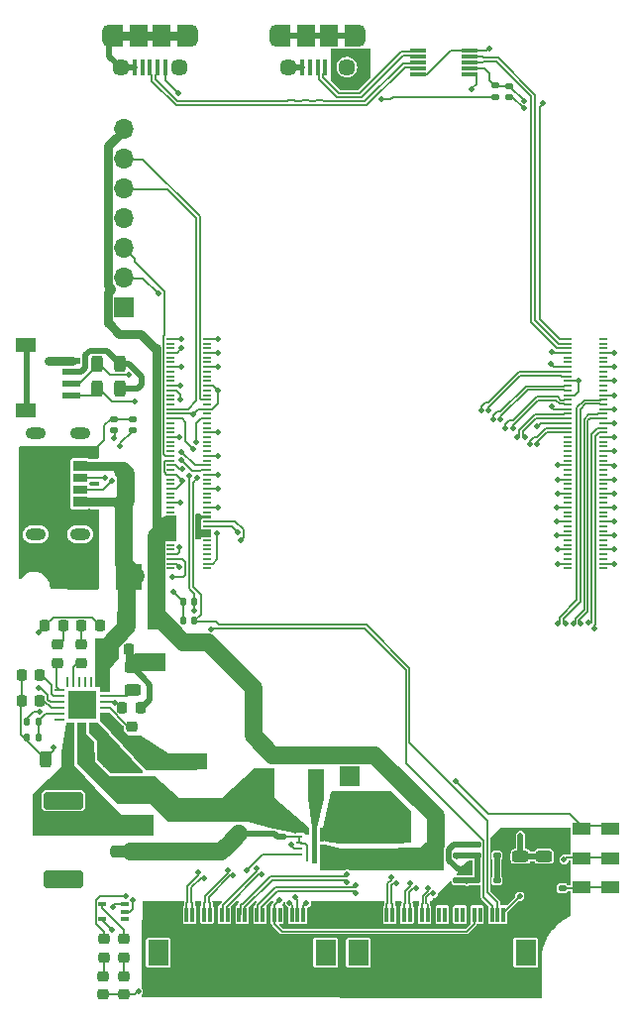
<source format=gbr>
%TF.GenerationSoftware,KiCad,Pcbnew,(5.99.0-10362-gce3a84f579)*%
%TF.CreationDate,2021-05-11T10:28:48-04:00*%
%TF.ProjectId,rpi-cm4-carrier,7270692d-636d-4342-9d63-617272696572,v01*%
%TF.SameCoordinates,Original*%
%TF.FileFunction,Copper,L1,Top*%
%TF.FilePolarity,Positive*%
%FSLAX46Y46*%
G04 Gerber Fmt 4.6, Leading zero omitted, Abs format (unit mm)*
G04 Created by KiCad (PCBNEW (5.99.0-10362-gce3a84f579)) date 2021-05-11 10:28:48*
%MOMM*%
%LPD*%
G01*
G04 APERTURE LIST*
G04 Aperture macros list*
%AMRoundRect*
0 Rectangle with rounded corners*
0 $1 Rounding radius*
0 $2 $3 $4 $5 $6 $7 $8 $9 X,Y pos of 4 corners*
0 Add a 4 corners polygon primitive as box body*
4,1,4,$2,$3,$4,$5,$6,$7,$8,$9,$2,$3,0*
0 Add four circle primitives for the rounded corners*
1,1,$1+$1,$2,$3*
1,1,$1+$1,$4,$5*
1,1,$1+$1,$6,$7*
1,1,$1+$1,$8,$9*
0 Add four rect primitives between the rounded corners*
20,1,$1+$1,$2,$3,$4,$5,0*
20,1,$1+$1,$4,$5,$6,$7,0*
20,1,$1+$1,$6,$7,$8,$9,0*
20,1,$1+$1,$8,$9,$2,$3,0*%
G04 Aperture macros list end*
%TA.AperFunction,SMDPad,CuDef*%
%ADD10RoundRect,0.147500X-0.172500X0.147500X-0.172500X-0.147500X0.172500X-0.147500X0.172500X0.147500X0*%
%TD*%
%TA.AperFunction,SMDPad,CuDef*%
%ADD11R,1.500000X1.500000*%
%TD*%
%TA.AperFunction,SMDPad,CuDef*%
%ADD12RoundRect,0.147500X0.172500X-0.147500X0.172500X0.147500X-0.172500X0.147500X-0.172500X-0.147500X0*%
%TD*%
%TA.AperFunction,SMDPad,CuDef*%
%ADD13RoundRect,0.147500X-0.147500X-0.172500X0.147500X-0.172500X0.147500X0.172500X-0.147500X0.172500X0*%
%TD*%
%TA.AperFunction,SMDPad,CuDef*%
%ADD14R,0.260000X0.890000*%
%TD*%
%TA.AperFunction,SMDPad,CuDef*%
%ADD15R,0.890000X0.260000*%
%TD*%
%TA.AperFunction,SMDPad,CuDef*%
%ADD16R,2.450000X2.450000*%
%TD*%
%TA.AperFunction,SMDPad,CuDef*%
%ADD17RoundRect,0.243750X0.456250X-0.243750X0.456250X0.243750X-0.456250X0.243750X-0.456250X-0.243750X0*%
%TD*%
%TA.AperFunction,SMDPad,CuDef*%
%ADD18R,0.300000X1.300000*%
%TD*%
%TA.AperFunction,SMDPad,CuDef*%
%ADD19R,1.800000X2.200000*%
%TD*%
%TA.AperFunction,SMDPad,CuDef*%
%ADD20RoundRect,0.218750X0.256250X-0.218750X0.256250X0.218750X-0.256250X0.218750X-0.256250X-0.218750X0*%
%TD*%
%TA.AperFunction,SMDPad,CuDef*%
%ADD21R,0.400000X1.350000*%
%TD*%
%TA.AperFunction,SMDPad,CuDef*%
%ADD22R,1.200000X1.900000*%
%TD*%
%TA.AperFunction,ComponentPad*%
%ADD23C,1.450000*%
%TD*%
%TA.AperFunction,ComponentPad*%
%ADD24O,1.200000X1.900000*%
%TD*%
%TA.AperFunction,SMDPad,CuDef*%
%ADD25R,1.500000X1.900000*%
%TD*%
%TA.AperFunction,SMDPad,CuDef*%
%ADD26R,1.550000X0.600000*%
%TD*%
%TA.AperFunction,SMDPad,CuDef*%
%ADD27R,1.800000X1.200000*%
%TD*%
%TA.AperFunction,ComponentPad*%
%ADD28R,1.700000X1.700000*%
%TD*%
%TA.AperFunction,ComponentPad*%
%ADD29O,1.700000X1.700000*%
%TD*%
%TA.AperFunction,SMDPad,CuDef*%
%ADD30R,2.500000X1.400000*%
%TD*%
%TA.AperFunction,SMDPad,CuDef*%
%ADD31RoundRect,0.243750X-0.456250X0.243750X-0.456250X-0.243750X0.456250X-0.243750X0.456250X0.243750X0*%
%TD*%
%TA.AperFunction,SMDPad,CuDef*%
%ADD32R,1.600000X1.000000*%
%TD*%
%TA.AperFunction,SMDPad,CuDef*%
%ADD33R,2.209800X2.260600*%
%TD*%
%TA.AperFunction,SMDPad,CuDef*%
%ADD34R,0.700000X0.200000*%
%TD*%
%TA.AperFunction,SMDPad,CuDef*%
%ADD35RoundRect,0.243750X-0.243750X-0.456250X0.243750X-0.456250X0.243750X0.456250X-0.243750X0.456250X0*%
%TD*%
%TA.AperFunction,SMDPad,CuDef*%
%ADD36RoundRect,0.218750X-0.218750X-0.256250X0.218750X-0.256250X0.218750X0.256250X-0.218750X0.256250X0*%
%TD*%
%TA.AperFunction,SMDPad,CuDef*%
%ADD37RoundRect,0.218750X-0.256250X0.218750X-0.256250X-0.218750X0.256250X-0.218750X0.256250X0.218750X0*%
%TD*%
%TA.AperFunction,SMDPad,CuDef*%
%ADD38R,1.400000X2.500000*%
%TD*%
%TA.AperFunction,SMDPad,CuDef*%
%ADD39R,1.400000X0.300000*%
%TD*%
%TA.AperFunction,SMDPad,CuDef*%
%ADD40RoundRect,0.243750X0.243750X0.456250X-0.243750X0.456250X-0.243750X-0.456250X0.243750X-0.456250X0*%
%TD*%
%TA.AperFunction,SMDPad,CuDef*%
%ADD41R,0.650000X0.400000*%
%TD*%
%TA.AperFunction,SMDPad,CuDef*%
%ADD42RoundRect,0.218750X0.218750X0.256250X-0.218750X0.256250X-0.218750X-0.256250X0.218750X-0.256250X0*%
%TD*%
%TA.AperFunction,SMDPad,CuDef*%
%ADD43R,1.143000X0.889000*%
%TD*%
%TA.AperFunction,SMDPad,CuDef*%
%ADD44R,1.143000X0.812800*%
%TD*%
%TA.AperFunction,SMDPad,CuDef*%
%ADD45R,1.143000X0.711200*%
%TD*%
%TA.AperFunction,ComponentPad*%
%ADD46O,1.701800X1.016000*%
%TD*%
%TA.AperFunction,SMDPad,CuDef*%
%ADD47R,0.439999X1.240000*%
%TD*%
%TA.AperFunction,SMDPad,CuDef*%
%ADD48R,0.439999X3.039999*%
%TD*%
%TA.AperFunction,SMDPad,CuDef*%
%ADD49R,0.249999X0.599999*%
%TD*%
%TA.AperFunction,SMDPad,CuDef*%
%ADD50R,0.599999X0.249999*%
%TD*%
%TA.AperFunction,SMDPad,CuDef*%
%ADD51R,0.439999X1.589999*%
%TD*%
%TA.AperFunction,SMDPad,CuDef*%
%ADD52RoundRect,0.250000X-1.500000X0.250000X-1.500000X-0.250000X1.500000X-0.250000X1.500000X0.250000X0*%
%TD*%
%TA.AperFunction,SMDPad,CuDef*%
%ADD53RoundRect,0.250001X-1.449999X0.499999X-1.449999X-0.499999X1.449999X-0.499999X1.449999X0.499999X0*%
%TD*%
%TA.AperFunction,SMDPad,CuDef*%
%ADD54RoundRect,0.147500X0.147500X0.172500X-0.147500X0.172500X-0.147500X-0.172500X0.147500X-0.172500X0*%
%TD*%
%TA.AperFunction,ViaPad*%
%ADD55C,0.508000*%
%TD*%
%TA.AperFunction,Conductor*%
%ADD56C,0.152400*%
%TD*%
%TA.AperFunction,Conductor*%
%ADD57C,0.500000*%
%TD*%
%TA.AperFunction,Conductor*%
%ADD58C,0.750000*%
%TD*%
%TA.AperFunction,Conductor*%
%ADD59C,1.500000*%
%TD*%
%TA.AperFunction,Conductor*%
%ADD60C,0.200000*%
%TD*%
%TA.AperFunction,Conductor*%
%ADD61C,0.160000*%
%TD*%
%TA.AperFunction,Conductor*%
%ADD62C,0.175000*%
%TD*%
%TA.AperFunction,Conductor*%
%ADD63C,0.212000*%
%TD*%
G04 APERTURE END LIST*
D10*
%TO.P,R10,1*%
%TO.N,Net-(R10-Pad1)*%
X157175000Y-125190000D03*
%TO.P,R10,2*%
%TO.N,GND*%
X157175000Y-126160000D03*
%TD*%
D11*
%TO.P,J10,1,Pin_1*%
%TO.N,/+5v*%
X122450000Y-102325000D03*
%TD*%
D12*
%TO.P,R11,1*%
%TO.N,Net-(J8-Pad4)*%
X120455000Y-86110000D03*
%TO.P,R11,2*%
%TO.N,GND*%
X120455000Y-85140000D03*
%TD*%
D13*
%TO.P,R17,1*%
%TO.N,GND*%
X111415000Y-112292000D03*
%TO.P,R17,2*%
%TO.N,Net-(R16-Pad1)*%
X112385000Y-112292000D03*
%TD*%
D14*
%TO.P,U5,1,VAC*%
%TO.N,/PSUs/VBUS*%
X117375000Y-107602000D03*
%TO.P,U5,2,ACDRV*%
%TO.N,unconnected-(U5-Pad2)*%
X116875000Y-107602000D03*
%TO.P,U5,3,D+*%
%TO.N,unconnected-(U5-Pad3)*%
X116375000Y-107602000D03*
%TO.P,U5,4,D-*%
%TO.N,unconnected-(U5-Pad4)*%
X115875000Y-107602000D03*
%TO.P,U5,5,STAT*%
%TO.N,Net-(R14-Pad2)*%
X115375000Y-107602000D03*
%TO.P,U5,6,OTG*%
%TO.N,unconnected-(U5-Pad6)*%
X114875000Y-107602000D03*
D15*
%TO.P,U5,7,PG*%
%TO.N,Net-(R15-Pad2)*%
X114185000Y-108292000D03*
%TO.P,U5,8,ILIM*%
%TO.N,Net-(R12-Pad2)*%
X114185000Y-108792000D03*
%TO.P,U5,9,CE*%
%TO.N,/PSUs/VBUS*%
X114185000Y-109292000D03*
%TO.P,U5,10,ICHG*%
%TO.N,Net-(R13-Pad2)*%
X114185000Y-109792000D03*
%TO.P,U5,11,TS*%
%TO.N,Net-(R16-Pad1)*%
X114185000Y-110292000D03*
%TO.P,U5,12,VSET*%
%TO.N,unconnected-(U5-Pad12)*%
X114185000Y-110792000D03*
D14*
%TO.P,U5,13,BAT*%
%TO.N,Net-(B1-Pad2)*%
X114875000Y-111482000D03*
%TO.P,U5,14,BAT*%
X115375000Y-111482000D03*
%TO.P,U5,15,SYS*%
%TO.N,/PSUs/SYS*%
X115875000Y-111482000D03*
%TO.P,U5,16,SYS*%
X116375000Y-111482000D03*
%TO.P,U5,17,GND*%
%TO.N,GND*%
X116875000Y-111482000D03*
%TO.P,U5,18,GND*%
X117375000Y-111482000D03*
D15*
%TO.P,U5,19,SW*%
%TO.N,Net-(C15-Pad1)*%
X118065000Y-110792000D03*
%TO.P,U5,20,SW*%
X118065000Y-110292000D03*
%TO.P,U5,21,BTST*%
%TO.N,Net-(C15-Pad2)*%
X118065000Y-109792000D03*
%TO.P,U5,22,REGN*%
%TO.N,/PSUs/REGN*%
X118065000Y-109292000D03*
%TO.P,U5,23,PMID*%
%TO.N,Net-(C14-Pad1)*%
X118065000Y-108792000D03*
%TO.P,U5,24,VBUS*%
%TO.N,/PSUs/VBUS*%
X118065000Y-108292000D03*
D16*
%TO.P,U5,25,ThermalPAD*%
%TO.N,GND*%
X116125000Y-109542000D03*
%TD*%
D17*
%TO.P,C10,1*%
%TO.N,/+5v*%
X139233000Y-122512500D03*
%TO.P,C10,2*%
%TO.N,GND*%
X139233000Y-120637500D03*
%TD*%
D10*
%TO.P,C4,1*%
%TO.N,/+3.3v*%
X149870000Y-124515000D03*
%TO.P,C4,2*%
%TO.N,GND*%
X149870000Y-125485000D03*
%TD*%
%TO.P,R7,1*%
%TO.N,/CM4 High Speed/USBOTG*%
X152650000Y-56665000D03*
%TO.P,R7,2*%
%TO.N,GND*%
X152650000Y-57635000D03*
%TD*%
D17*
%TO.P,C13,1*%
%TO.N,/+5v*%
X143383000Y-122512500D03*
%TO.P,C13,2*%
%TO.N,GND*%
X143383000Y-120637500D03*
%TD*%
D11*
%TO.P,J11,1,Pin_1*%
%TO.N,GND*%
X122500000Y-105925000D03*
%TD*%
D18*
%TO.P,J5,1,Pin_1*%
%TO.N,GND*%
X124550000Y-127450000D03*
%TO.P,J5,2,Pin_2*%
%TO.N,/CM4 High Speed/CAM1_D0_N*%
X125050000Y-127450000D03*
%TO.P,J5,3,Pin_3*%
%TO.N,/CM4 High Speed/CAM1_D0_P*%
X125550000Y-127450000D03*
%TO.P,J5,4,Pin_4*%
%TO.N,GND*%
X126050000Y-127450000D03*
%TO.P,J5,5,Pin_5*%
%TO.N,/CM4 High Speed/CAM1_D1_N*%
X126550000Y-127450000D03*
%TO.P,J5,6,Pin_6*%
%TO.N,/CM4 High Speed/CAM1_D1_P*%
X127050000Y-127450000D03*
%TO.P,J5,7,Pin_7*%
%TO.N,GND*%
X127550000Y-127450000D03*
%TO.P,J5,8,Pin_8*%
%TO.N,/CM4 High Speed/CAM1_C_N*%
X128050000Y-127450000D03*
%TO.P,J5,9,Pin_9*%
%TO.N,/CM4 High Speed/CAM1_C_P*%
X128550000Y-127450000D03*
%TO.P,J5,10,Pin_10*%
%TO.N,GND*%
X129050000Y-127450000D03*
%TO.P,J5,11,Pin_11*%
%TO.N,/CM4 High Speed/CAM1_D2_N*%
X129550000Y-127450000D03*
%TO.P,J5,12,Pin_12*%
%TO.N,/CM4 High Speed/CAM1_D2_P*%
X130050000Y-127450000D03*
%TO.P,J5,13,Pin_13*%
%TO.N,GND*%
X130550000Y-127450000D03*
%TO.P,J5,14,Pin_14*%
%TO.N,/CM4 High Speed/CAM1_D3_N*%
X131050000Y-127450000D03*
%TO.P,J5,15,Pin_15*%
%TO.N,/CM4 High Speed/CAM1_D3_P*%
X131550000Y-127450000D03*
%TO.P,J5,16,Pin_16*%
%TO.N,GND*%
X132050000Y-127450000D03*
%TO.P,J5,17,Pin_17*%
%TO.N,/CM4 High Speed/CAM_GPIO*%
X132550000Y-127450000D03*
%TO.P,J5,18,Pin_18*%
%TO.N,unconnected-(J5-Pad18)*%
X133050000Y-127450000D03*
%TO.P,J5,19,Pin_19*%
%TO.N,GND*%
X133550000Y-127450000D03*
%TO.P,J5,20,Pin_20*%
%TO.N,/CM4 High Speed/SCL0*%
X134050000Y-127450000D03*
%TO.P,J5,21,Pin_21*%
%TO.N,/CM4 High Speed/SDA0*%
X134550000Y-127450000D03*
%TO.P,J5,22,Pin_22*%
%TO.N,/+3.3v*%
X135050000Y-127450000D03*
D19*
%TO.P,J5,MP*%
%TO.N,N/C*%
X136950000Y-130700000D03*
X122650000Y-130700000D03*
%TD*%
D20*
%TO.P,C15,1*%
%TO.N,Net-(C15-Pad1)*%
X120375000Y-112937500D03*
%TO.P,C15,2*%
%TO.N,Net-(C15-Pad2)*%
X120375000Y-111362500D03*
%TD*%
D12*
%TO.P,C7,1*%
%TO.N,/+3.3v*%
X149895000Y-122410000D03*
%TO.P,C7,2*%
%TO.N,GND*%
X149895000Y-121440000D03*
%TD*%
D21*
%TO.P,J6,1,VBUS*%
%TO.N,Net-(J6-Pad1)*%
X123225000Y-55102500D03*
%TO.P,J6,2,D-*%
%TO.N,/USB/USBD_N*%
X122575000Y-55102500D03*
%TO.P,J6,3,D+*%
%TO.N,/USB/USBD_P*%
X121925000Y-55102500D03*
%TO.P,J6,4,ID*%
%TO.N,unconnected-(J6-Pad4)*%
X121275000Y-55102500D03*
%TO.P,J6,5,GND*%
%TO.N,GND*%
X120625000Y-55102500D03*
D22*
%TO.P,J6,6,Shield*%
X119025000Y-52402500D03*
D23*
X124425000Y-55102500D03*
D24*
X125425000Y-52402500D03*
D23*
X119425000Y-55102500D03*
D25*
X120925000Y-52402500D03*
D24*
X118425000Y-52402500D03*
D25*
X122925000Y-52402500D03*
D22*
X124825000Y-52402500D03*
%TD*%
D26*
%TO.P,J2,1,1*%
%TO.N,GND*%
X115175000Y-80125000D03*
%TO.P,J2,2,2*%
%TO.N,/+3.3v*%
X115175000Y-81125000D03*
%TO.P,J2,3,3*%
%TO.N,/CM4 GPIO/GPIO2*%
X115175000Y-82125000D03*
%TO.P,J2,4,4*%
%TO.N,/CM4 GPIO/GPIO3*%
X115175000Y-83125000D03*
D27*
%TO.P,J2,S1,SHIELD*%
%TO.N,unconnected-(J2-PadS1)*%
X111300000Y-78825000D03*
%TO.P,J2,S2,SHIELD*%
X111300000Y-84425000D03*
%TD*%
D28*
%TO.P,J9,1,Pin_1*%
%TO.N,/CM4 GPIO/nRPIBOOT*%
X139000000Y-115610000D03*
D29*
%TO.P,J9,2,Pin_2*%
%TO.N,GND*%
X139000000Y-118150000D03*
%TD*%
D30*
%TO.P,L2,1,1*%
%TO.N,Net-(C15-Pad1)*%
X125525000Y-114400001D03*
%TO.P,L2,2,2*%
%TO.N,/PSUs/SYS*%
X125525000Y-118799999D03*
%TD*%
D28*
%TO.P,J1,1,Pin_1*%
%TO.N,GND*%
X119725000Y-75600000D03*
D29*
%TO.P,J1,2,Pin_2*%
%TO.N,/CM4 GPIO/GPIO14*%
X119725000Y-73060000D03*
%TO.P,J1,3,Pin_3*%
%TO.N,/CM4 GPIO/GPIO15*%
X119725000Y-70520000D03*
%TO.P,J1,4,Pin_4*%
%TO.N,GND*%
X119725000Y-67980000D03*
%TO.P,J1,5,Pin_5*%
%TO.N,/CM4 GPIO/GPIO12*%
X119725000Y-65440000D03*
%TO.P,J1,6,Pin_6*%
%TO.N,/CM4 GPIO/GPIO13*%
X119725000Y-62900000D03*
%TO.P,J1,7,Pin_7*%
%TO.N,/+5v*%
X119725000Y-60360000D03*
%TD*%
D20*
%TO.P,R4,1*%
%TO.N,Net-(D2-Pad1)*%
X119675000Y-131100000D03*
%TO.P,R4,2*%
%TO.N,Net-(R4-Pad2)*%
X119675000Y-129525000D03*
%TD*%
%TO.P,R1,1*%
%TO.N,Net-(D1-Pad1)*%
X118000000Y-131100000D03*
%TO.P,R1,2*%
%TO.N,/CM4 GPIO/nLED_Activity*%
X118000000Y-129525000D03*
%TD*%
D31*
%TO.P,C1,1*%
%TO.N,/+3.3v*%
X155600000Y-122475000D03*
%TO.P,C1,2*%
%TO.N,GND*%
X155600000Y-124350000D03*
%TD*%
D32*
%TO.P,S1,1,1*%
%TO.N,Net-(R10-Pad1)*%
X158825000Y-125127500D03*
%TO.P,S1,1.1,1*%
X161225000Y-125127500D03*
%TO.P,S1,2,2*%
%TO.N,Net-(S1-Pad2)*%
X158825000Y-122627500D03*
%TO.P,S1,2.1,2*%
X161225000Y-122627500D03*
%TO.P,S1,3,3*%
%TO.N,/PSUs/SYS*%
X158825000Y-120127500D03*
%TO.P,S1,3.1,3*%
X161225000Y-120127500D03*
%TD*%
D33*
%TO.P,CR1,1,1*%
%TO.N,/PSUs/VBUS*%
X120094700Y-98575000D03*
%TO.P,CR1,2,2*%
%TO.N,GND*%
X116005300Y-98575000D03*
%TD*%
D34*
%TO.P,Module1,1,GND*%
%TO.N,GND*%
X123700000Y-78275000D03*
%TO.P,Module1,2,GND*%
X126780000Y-78275000D03*
%TO.P,Module1,3,Ethernet_Pair3_P*%
%TO.N,unconnected-(Module1-Pad3)*%
X123700000Y-78675000D03*
%TO.P,Module1,4,Ethernet_Pair1_P*%
%TO.N,unconnected-(Module1-Pad4)*%
X126780000Y-78675000D03*
%TO.P,Module1,5,Ethernet_Pair3_N*%
%TO.N,unconnected-(Module1-Pad5)*%
X123700000Y-79075000D03*
%TO.P,Module1,6,Ethernet_Pair1_N*%
%TO.N,unconnected-(Module1-Pad6)*%
X126780000Y-79075000D03*
%TO.P,Module1,7,GND*%
%TO.N,GND*%
X123700000Y-79475000D03*
%TO.P,Module1,8,GND*%
X126780000Y-79475000D03*
%TO.P,Module1,9,Ethernet_Pair2_N*%
%TO.N,unconnected-(Module1-Pad9)*%
X123700000Y-79875000D03*
%TO.P,Module1,10,Ethernet_Pair0_N*%
%TO.N,unconnected-(Module1-Pad10)*%
X126780000Y-79875000D03*
%TO.P,Module1,11,Ethernet_Pair2_P*%
%TO.N,unconnected-(Module1-Pad11)*%
X123700000Y-80275000D03*
%TO.P,Module1,12,Ethernet_Pair0_P*%
%TO.N,unconnected-(Module1-Pad12)*%
X126780000Y-80275000D03*
%TO.P,Module1,13,GND*%
%TO.N,GND*%
X123700000Y-80675000D03*
%TO.P,Module1,14,GND*%
X126780000Y-80675000D03*
%TO.P,Module1,15,Ethernet_nLED3(3.3v)*%
%TO.N,unconnected-(Module1-Pad15)*%
X123700000Y-81075000D03*
%TO.P,Module1,16,Ethernet_SYNC_IN(1.8v)*%
%TO.N,unconnected-(Module1-Pad16)*%
X126780000Y-81075000D03*
%TO.P,Module1,17,Ethernet_nLED2(3.3v)*%
%TO.N,unconnected-(Module1-Pad17)*%
X123700000Y-81475000D03*
%TO.P,Module1,18,Ethernet_SYNC_OUT(1.8v)*%
%TO.N,unconnected-(Module1-Pad18)*%
X126780000Y-81475000D03*
%TO.P,Module1,19,Ethernet_nLED1(3.3v)*%
%TO.N,unconnected-(Module1-Pad19)*%
X123700000Y-81875000D03*
%TO.P,Module1,20,EEPROM_nWP*%
%TO.N,/CM4 GPIO/EEPROM_nWP*%
X126780000Y-81875000D03*
%TO.P,Module1,21,PI_nLED_Activity*%
%TO.N,/CM4 GPIO/nLED_Activity*%
X123700000Y-82275000D03*
%TO.P,Module1,22,GND*%
%TO.N,GND*%
X126780000Y-82275000D03*
%TO.P,Module1,23,GND*%
X123700000Y-82675000D03*
%TO.P,Module1,24,GPIO26*%
%TO.N,unconnected-(Module1-Pad24)*%
X126780000Y-82675000D03*
%TO.P,Module1,25,GPIO21*%
%TO.N,unconnected-(Module1-Pad25)*%
X123700000Y-83075000D03*
%TO.P,Module1,26,GPIO19*%
%TO.N,unconnected-(Module1-Pad26)*%
X126780000Y-83075000D03*
%TO.P,Module1,27,GPIO20*%
%TO.N,unconnected-(Module1-Pad27)*%
X123700000Y-83475000D03*
%TO.P,Module1,28,GPIO13*%
%TO.N,/CM4 GPIO/GPIO13*%
X126780000Y-83475000D03*
%TO.P,Module1,29,GPIO16*%
%TO.N,unconnected-(Module1-Pad29)*%
X123700000Y-83875000D03*
%TO.P,Module1,30,GPIO6*%
%TO.N,unconnected-(Module1-Pad30)*%
X126780000Y-83875000D03*
%TO.P,Module1,31,GPIO12*%
%TO.N,/CM4 GPIO/GPIO12*%
X123700000Y-84275000D03*
%TO.P,Module1,32,GND*%
%TO.N,GND*%
X126780000Y-84275000D03*
%TO.P,Module1,33,GND*%
X123700000Y-84675000D03*
%TO.P,Module1,34,GPIO5*%
%TO.N,unconnected-(Module1-Pad34)*%
X126780000Y-84675000D03*
%TO.P,Module1,35,ID_SC*%
%TO.N,/CM4 High Speed/ID_SC*%
X123700000Y-85075000D03*
%TO.P,Module1,36,ID_SD*%
%TO.N,/CM4 High Speed/ID_SD*%
X126780000Y-85075000D03*
%TO.P,Module1,37,GPIO7*%
%TO.N,unconnected-(Module1-Pad37)*%
X123700000Y-85475000D03*
%TO.P,Module1,38,GPIO11*%
%TO.N,unconnected-(Module1-Pad38)*%
X126780000Y-85475000D03*
%TO.P,Module1,39,GPIO8*%
%TO.N,unconnected-(Module1-Pad39)*%
X123700000Y-85875000D03*
%TO.P,Module1,40,GPIO9*%
%TO.N,unconnected-(Module1-Pad40)*%
X126780000Y-85875000D03*
%TO.P,Module1,41,GPIO25*%
%TO.N,unconnected-(Module1-Pad41)*%
X123700000Y-86275000D03*
%TO.P,Module1,42,GND*%
%TO.N,GND*%
X126780000Y-86275000D03*
%TO.P,Module1,43,GND*%
X123700000Y-86675000D03*
%TO.P,Module1,44,GPIO10*%
%TO.N,unconnected-(Module1-Pad44)*%
X126780000Y-86675000D03*
%TO.P,Module1,45,GPIO24*%
%TO.N,unconnected-(Module1-Pad45)*%
X123700000Y-87075000D03*
%TO.P,Module1,46,GPIO22*%
%TO.N,unconnected-(Module1-Pad46)*%
X126780000Y-87075000D03*
%TO.P,Module1,47,GPIO23*%
%TO.N,unconnected-(Module1-Pad47)*%
X123700000Y-87475000D03*
%TO.P,Module1,48,GPIO27*%
%TO.N,unconnected-(Module1-Pad48)*%
X126780000Y-87475000D03*
%TO.P,Module1,49,GPIO18*%
%TO.N,unconnected-(Module1-Pad49)*%
X123700000Y-87875000D03*
%TO.P,Module1,50,GPIO17*%
%TO.N,unconnected-(Module1-Pad50)*%
X126780000Y-87875000D03*
%TO.P,Module1,51,GPIO15*%
%TO.N,/CM4 GPIO/GPIO15*%
X123700000Y-88275000D03*
%TO.P,Module1,52,GND*%
%TO.N,GND*%
X126780000Y-88275000D03*
%TO.P,Module1,53,GND*%
X123700000Y-88675000D03*
%TO.P,Module1,54,GPIO4*%
%TO.N,unconnected-(Module1-Pad54)*%
X126780000Y-88675000D03*
%TO.P,Module1,55,GPIO14*%
%TO.N,/CM4 GPIO/GPIO14*%
X123700000Y-89075000D03*
%TO.P,Module1,56,GPIO3*%
%TO.N,/CM4 GPIO/GPIO3*%
X126780000Y-89075000D03*
%TO.P,Module1,57,SD_CLK*%
%TO.N,unconnected-(Module1-Pad57)*%
X123700000Y-89475000D03*
%TO.P,Module1,58,GPIO2*%
%TO.N,/CM4 GPIO/GPIO2*%
X126780000Y-89475000D03*
%TO.P,Module1,59,GND*%
%TO.N,GND*%
X123700000Y-89875000D03*
%TO.P,Module1,60,GND*%
X126780000Y-89875000D03*
%TO.P,Module1,61,SD_DAT3*%
%TO.N,unconnected-(Module1-Pad61)*%
X123700000Y-90275000D03*
%TO.P,Module1,62,SD_CMD*%
%TO.N,unconnected-(Module1-Pad62)*%
X126780000Y-90275000D03*
%TO.P,Module1,63,SD_DAT0*%
%TO.N,unconnected-(Module1-Pad63)*%
X123700000Y-90675000D03*
%TO.P,Module1,64,SD_DAT5*%
%TO.N,unconnected-(Module1-Pad64)*%
X126780000Y-90675000D03*
%TO.P,Module1,65,GND*%
%TO.N,GND*%
X123700000Y-91075000D03*
%TO.P,Module1,66,GND*%
X126780000Y-91075000D03*
%TO.P,Module1,67,SD_DAT1*%
%TO.N,unconnected-(Module1-Pad67)*%
X123700000Y-91475000D03*
%TO.P,Module1,68,SD_DAT4*%
%TO.N,unconnected-(Module1-Pad68)*%
X126780000Y-91475000D03*
%TO.P,Module1,69,SD_DAT2*%
%TO.N,unconnected-(Module1-Pad69)*%
X123700000Y-91875000D03*
%TO.P,Module1,70,SD_DAT7*%
%TO.N,unconnected-(Module1-Pad70)*%
X126780000Y-91875000D03*
%TO.P,Module1,71,GND*%
%TO.N,GND*%
X123700000Y-92275000D03*
%TO.P,Module1,72,SD_DAT6*%
%TO.N,unconnected-(Module1-Pad72)*%
X126780000Y-92275000D03*
%TO.P,Module1,73,SD_VDD_Override*%
%TO.N,unconnected-(Module1-Pad73)*%
X123700000Y-92675000D03*
%TO.P,Module1,74,GND*%
%TO.N,GND*%
X126780000Y-92675000D03*
%TO.P,Module1,75,SD_PWR_ON*%
%TO.N,unconnected-(Module1-Pad75)*%
X123700000Y-93075000D03*
%TO.P,Module1,76,Reserved*%
%TO.N,unconnected-(Module1-Pad76)*%
X126780000Y-93075000D03*
%TO.P,Module1,77,+5v_(Input)*%
%TO.N,/+5v*%
X123700000Y-93475000D03*
%TO.P,Module1,78,GPIO_VREF(1.8v/3.3v_Input)*%
%TO.N,/+3.3v*%
X126780000Y-93475000D03*
%TO.P,Module1,79,+5v_(Input)*%
%TO.N,/+5v*%
X123700000Y-93875000D03*
%TO.P,Module1,80,SCL0*%
%TO.N,/CM4 High Speed/SCL0*%
X126780000Y-93875000D03*
%TO.P,Module1,81,+5v_(Input)*%
%TO.N,/+5v*%
X123700000Y-94275000D03*
%TO.P,Module1,82,SDA0*%
%TO.N,/CM4 High Speed/SDA0*%
X126780000Y-94275000D03*
%TO.P,Module1,83,+5v_(Input)*%
%TO.N,/+5v*%
X123700000Y-94675000D03*
%TO.P,Module1,84,+3.3v_(Output)*%
%TO.N,/+3.3v*%
X126780000Y-94675000D03*
%TO.P,Module1,85,+5v_(Input)*%
%TO.N,/+5v*%
X123700000Y-95075000D03*
%TO.P,Module1,86,+3.3v_(Output)*%
%TO.N,/+3.3v*%
X126780000Y-95075000D03*
%TO.P,Module1,87,+5v_(Input)*%
%TO.N,/+5v*%
X123700000Y-95475000D03*
%TO.P,Module1,88,+1.8v_(Output)*%
%TO.N,unconnected-(Module1-Pad88)*%
X126780000Y-95475000D03*
%TO.P,Module1,89,WiFi_nDisable*%
%TO.N,unconnected-(Module1-Pad89)*%
X123700000Y-95875000D03*
%TO.P,Module1,90,+1.8v_(Output)*%
%TO.N,unconnected-(Module1-Pad90)*%
X126780000Y-95875000D03*
%TO.P,Module1,91,BT_nDisable*%
%TO.N,unconnected-(Module1-Pad91)*%
X123700000Y-96275000D03*
%TO.P,Module1,92,RUN_PG*%
%TO.N,unconnected-(Module1-Pad92)*%
X126780000Y-96275000D03*
%TO.P,Module1,93,nRPIBOOT*%
%TO.N,/CM4 GPIO/nRPIBOOT*%
X123700000Y-96675000D03*
%TO.P,Module1,94,AnalogIP0*%
%TO.N,unconnected-(Module1-Pad94)*%
X126780000Y-96675000D03*
%TO.P,Module1,95,nPI_LED_PWR*%
%TO.N,/CM4 GPIO/nPWR_LED*%
X123700000Y-97075000D03*
%TO.P,Module1,96,AnalogIP1*%
%TO.N,unconnected-(Module1-Pad96)*%
X126780000Y-97075000D03*
%TO.P,Module1,97,Camera_GPIO*%
%TO.N,/CM4 High Speed/CAM_GPIO*%
X123700000Y-97475000D03*
%TO.P,Module1,98,GND*%
%TO.N,GND*%
X126780000Y-97475000D03*
%TO.P,Module1,99,Global_EN*%
%TO.N,unconnected-(Module1-Pad99)*%
X123700000Y-97875000D03*
%TO.P,Module1,100,nEXTRST*%
%TO.N,unconnected-(Module1-Pad100)*%
X126780000Y-97875000D03*
%TO.P,Module1,101,USB_OTG_ID*%
%TO.N,/CM4 High Speed/USBOTG*%
X157620000Y-78275000D03*
%TO.P,Module1,102,PCIe_CLK_nREQ*%
%TO.N,unconnected-(Module1-Pad102)*%
X160700000Y-78275000D03*
%TO.P,Module1,103,USB2_N*%
%TO.N,/CM4 High Speed/USB2_N*%
X157620000Y-78675000D03*
%TO.P,Module1,104,Reserved*%
%TO.N,unconnected-(Module1-Pad104)*%
X160700000Y-78675000D03*
%TO.P,Module1,105,USB2_P*%
%TO.N,/CM4 High Speed/USB2_P*%
X157620000Y-79075000D03*
%TO.P,Module1,106,Reserved*%
%TO.N,unconnected-(Module1-Pad106)*%
X160700000Y-79075000D03*
%TO.P,Module1,107,GND*%
%TO.N,GND*%
X157620000Y-79475000D03*
%TO.P,Module1,108,GND*%
X160700000Y-79475000D03*
%TO.P,Module1,109,PCIe_nRST*%
%TO.N,unconnected-(Module1-Pad109)*%
X157620000Y-79875000D03*
%TO.P,Module1,110,PCIe_CLK_P*%
%TO.N,unconnected-(Module1-Pad110)*%
X160700000Y-79875000D03*
%TO.P,Module1,111,VDAC_COMP*%
%TO.N,unconnected-(Module1-Pad111)*%
X157620000Y-80275000D03*
%TO.P,Module1,112,PCIe_CLK_N*%
%TO.N,unconnected-(Module1-Pad112)*%
X160700000Y-80275000D03*
%TO.P,Module1,113,GND*%
%TO.N,GND*%
X157620000Y-80675000D03*
%TO.P,Module1,114,GND*%
X160700000Y-80675000D03*
%TO.P,Module1,115,CAM1_D0_N*%
%TO.N,/CM4 High Speed/CAM1_D0_N*%
X157620000Y-81075000D03*
%TO.P,Module1,116,PCIe_RX_P*%
%TO.N,unconnected-(Module1-Pad116)*%
X160700000Y-81075000D03*
%TO.P,Module1,117,CAM1_D0_P*%
%TO.N,/CM4 High Speed/CAM1_D0_P*%
X157620000Y-81475000D03*
%TO.P,Module1,118,PCIe_RX_N*%
%TO.N,unconnected-(Module1-Pad118)*%
X160700000Y-81475000D03*
%TO.P,Module1,119,GND*%
%TO.N,GND*%
X157620000Y-81875000D03*
%TO.P,Module1,120,GND*%
X160700000Y-81875000D03*
%TO.P,Module1,121,CAM1_D1_N*%
%TO.N,/CM4 High Speed/CAM1_D1_N*%
X157620000Y-82275000D03*
%TO.P,Module1,122,PCIe_TX_P*%
%TO.N,unconnected-(Module1-Pad122)*%
X160700000Y-82275000D03*
%TO.P,Module1,123,CAM1_D1_P*%
%TO.N,/CM4 High Speed/CAM1_D1_P*%
X157620000Y-82675000D03*
%TO.P,Module1,124,PCIe_TX_N*%
%TO.N,unconnected-(Module1-Pad124)*%
X160700000Y-82675000D03*
%TO.P,Module1,125,GND*%
%TO.N,GND*%
X157620000Y-83075000D03*
%TO.P,Module1,126,GND*%
X160700000Y-83075000D03*
%TO.P,Module1,127,CAM1_C_N*%
%TO.N,/CM4 High Speed/CAM1_C_N*%
X157620000Y-83475000D03*
%TO.P,Module1,128,CAM0_D0_N*%
%TO.N,/CM4 High Speed/CAM0_D0_N*%
X160700000Y-83475000D03*
%TO.P,Module1,129,CAM1_C_P*%
%TO.N,/CM4 High Speed/CAM1_C_P*%
X157620000Y-83875000D03*
%TO.P,Module1,130,CAM0_D0_P*%
%TO.N,/CM4 High Speed/CAM0_D0_P*%
X160700000Y-83875000D03*
%TO.P,Module1,131,GND*%
%TO.N,GND*%
X157620000Y-84275000D03*
%TO.P,Module1,132,GND*%
X160700000Y-84275000D03*
%TO.P,Module1,133,CAM1_D2_N*%
%TO.N,/CM4 High Speed/CAM1_D2_N*%
X157620000Y-84675000D03*
%TO.P,Module1,134,CAM0_D1_N*%
%TO.N,/CM4 High Speed/CAM0_D1_N*%
X160700000Y-84675000D03*
%TO.P,Module1,135,CAM1_D2_P*%
%TO.N,/CM4 High Speed/CAM1_D2_P*%
X157620000Y-85075000D03*
%TO.P,Module1,136,CAM0_D1_P*%
%TO.N,/CM4 High Speed/CAM0_D1_P*%
X160700000Y-85075000D03*
%TO.P,Module1,137,GND*%
%TO.N,GND*%
X157620000Y-85475000D03*
%TO.P,Module1,138,GND*%
X160700000Y-85475000D03*
%TO.P,Module1,139,CAM1_D3_N*%
%TO.N,/CM4 High Speed/CAM1_D3_N*%
X157620000Y-85875000D03*
%TO.P,Module1,140,CAM0_C_N*%
%TO.N,/CM4 High Speed/CAM0_C_N*%
X160700000Y-85875000D03*
%TO.P,Module1,141,CAM1_D3_P*%
%TO.N,/CM4 High Speed/CAM1_D3_P*%
X157620000Y-86275000D03*
%TO.P,Module1,142,CAM0_C_P*%
%TO.N,/CM4 High Speed/CAM0_C_P*%
X160700000Y-86275000D03*
%TO.P,Module1,143,HDMI1_HOTPLUG*%
%TO.N,unconnected-(Module1-Pad143)*%
X157620000Y-86675000D03*
%TO.P,Module1,144,GND*%
%TO.N,GND*%
X160700000Y-86675000D03*
%TO.P,Module1,145,HDMI1_SDA*%
%TO.N,unconnected-(Module1-Pad145)*%
X157620000Y-87075000D03*
%TO.P,Module1,146,HDMI1_TX2_P*%
%TO.N,unconnected-(Module1-Pad146)*%
X160700000Y-87075000D03*
%TO.P,Module1,147,HDMI1_SCL*%
%TO.N,unconnected-(Module1-Pad147)*%
X157620000Y-87475000D03*
%TO.P,Module1,148,HDMI1_TX2_N*%
%TO.N,unconnected-(Module1-Pad148)*%
X160700000Y-87475000D03*
%TO.P,Module1,149,HDMI1_CEC*%
%TO.N,unconnected-(Module1-Pad149)*%
X157620000Y-87875000D03*
%TO.P,Module1,150,GND*%
%TO.N,GND*%
X160700000Y-87875000D03*
%TO.P,Module1,151,HDMI0_CEC*%
%TO.N,unconnected-(Module1-Pad151)*%
X157620000Y-88275000D03*
%TO.P,Module1,152,HDMI1_TX1_P*%
%TO.N,unconnected-(Module1-Pad152)*%
X160700000Y-88275000D03*
%TO.P,Module1,153,HDMI0_HOTPLUG*%
%TO.N,unconnected-(Module1-Pad153)*%
X157620000Y-88675000D03*
%TO.P,Module1,154,HDMI1_TX1_N*%
%TO.N,unconnected-(Module1-Pad154)*%
X160700000Y-88675000D03*
%TO.P,Module1,155,GND*%
%TO.N,GND*%
X157620000Y-89075000D03*
%TO.P,Module1,156,GND*%
X160700000Y-89075000D03*
%TO.P,Module1,157,DSI0_D0_N*%
%TO.N,unconnected-(Module1-Pad157)*%
X157620000Y-89475000D03*
%TO.P,Module1,158,HDMI1_TX0_P*%
%TO.N,unconnected-(Module1-Pad158)*%
X160700000Y-89475000D03*
%TO.P,Module1,159,DSI0_D0_P*%
%TO.N,unconnected-(Module1-Pad159)*%
X157620000Y-89875000D03*
%TO.P,Module1,160,HDMI1_TX0_N*%
%TO.N,unconnected-(Module1-Pad160)*%
X160700000Y-89875000D03*
%TO.P,Module1,161,GND*%
%TO.N,GND*%
X157620000Y-90275000D03*
%TO.P,Module1,162,GND*%
X160700000Y-90275000D03*
%TO.P,Module1,163,DSI0_D1_N*%
%TO.N,unconnected-(Module1-Pad163)*%
X157620000Y-90675000D03*
%TO.P,Module1,164,HDMI1_CLK_P*%
%TO.N,unconnected-(Module1-Pad164)*%
X160700000Y-90675000D03*
%TO.P,Module1,165,DSI0_D1_P*%
%TO.N,unconnected-(Module1-Pad165)*%
X157620000Y-91075000D03*
%TO.P,Module1,166,HDMI1_CLK_N*%
%TO.N,unconnected-(Module1-Pad166)*%
X160700000Y-91075000D03*
%TO.P,Module1,167,GND*%
%TO.N,GND*%
X157620000Y-91475000D03*
%TO.P,Module1,168,GND*%
X160700000Y-91475000D03*
%TO.P,Module1,169,DSI0_C_N*%
%TO.N,unconnected-(Module1-Pad169)*%
X157620000Y-91875000D03*
%TO.P,Module1,170,HDMI0_TX2_P*%
%TO.N,unconnected-(Module1-Pad170)*%
X160700000Y-91875000D03*
%TO.P,Module1,171,DSI0_C_P*%
%TO.N,unconnected-(Module1-Pad171)*%
X157620000Y-92275000D03*
%TO.P,Module1,172,HDMI0_TX2_N*%
%TO.N,unconnected-(Module1-Pad172)*%
X160700000Y-92275000D03*
%TO.P,Module1,173,GND*%
%TO.N,GND*%
X157620000Y-92675000D03*
%TO.P,Module1,174,GND*%
X160700000Y-92675000D03*
%TO.P,Module1,175,DSI1_D0_N*%
%TO.N,unconnected-(Module1-Pad175)*%
X157620000Y-93075000D03*
%TO.P,Module1,176,HDMI0_TX1_P*%
%TO.N,unconnected-(Module1-Pad176)*%
X160700000Y-93075000D03*
%TO.P,Module1,177,DSI1_D0_P*%
%TO.N,unconnected-(Module1-Pad177)*%
X157620000Y-93475000D03*
%TO.P,Module1,178,HDMI0_TX1_N*%
%TO.N,unconnected-(Module1-Pad178)*%
X160700000Y-93475000D03*
%TO.P,Module1,179,GND*%
%TO.N,GND*%
X157620000Y-93875000D03*
%TO.P,Module1,180,GND*%
X160700000Y-93875000D03*
%TO.P,Module1,181,DSI1_D1_N*%
%TO.N,unconnected-(Module1-Pad181)*%
X157620000Y-94275000D03*
%TO.P,Module1,182,HDMI0_TX0_P*%
%TO.N,unconnected-(Module1-Pad182)*%
X160700000Y-94275000D03*
%TO.P,Module1,183,DSI1_D1_P*%
%TO.N,unconnected-(Module1-Pad183)*%
X157620000Y-94675000D03*
%TO.P,Module1,184,HDMI0_TX0_N*%
%TO.N,unconnected-(Module1-Pad184)*%
X160700000Y-94675000D03*
%TO.P,Module1,185,GND*%
%TO.N,GND*%
X157620000Y-95075000D03*
%TO.P,Module1,186,GND*%
X160700000Y-95075000D03*
%TO.P,Module1,187,DSI1_C_N*%
%TO.N,unconnected-(Module1-Pad187)*%
X157620000Y-95475000D03*
%TO.P,Module1,188,HDMI0_CLK_P*%
%TO.N,unconnected-(Module1-Pad188)*%
X160700000Y-95475000D03*
%TO.P,Module1,189,DSI1_C_P*%
%TO.N,unconnected-(Module1-Pad189)*%
X157620000Y-95875000D03*
%TO.P,Module1,190,HDMI0_CLK_N*%
%TO.N,unconnected-(Module1-Pad190)*%
X160700000Y-95875000D03*
%TO.P,Module1,191,GND*%
%TO.N,GND*%
X157620000Y-96275000D03*
%TO.P,Module1,192,GND*%
X160700000Y-96275000D03*
%TO.P,Module1,193,DSI1_D2_N*%
%TO.N,unconnected-(Module1-Pad193)*%
X157620000Y-96675000D03*
%TO.P,Module1,194,DSI1_D3_N*%
%TO.N,unconnected-(Module1-Pad194)*%
X160700000Y-96675000D03*
%TO.P,Module1,195,DSI1_D2_P*%
%TO.N,unconnected-(Module1-Pad195)*%
X157620000Y-97075000D03*
%TO.P,Module1,196,DSI1_D3_P*%
%TO.N,unconnected-(Module1-Pad196)*%
X160700000Y-97075000D03*
%TO.P,Module1,197,GND*%
%TO.N,GND*%
X157620000Y-97475000D03*
%TO.P,Module1,198,GND*%
X160700000Y-97475000D03*
%TO.P,Module1,199,HDMI0_SDA*%
%TO.N,unconnected-(Module1-Pad199)*%
X157620000Y-97875000D03*
%TO.P,Module1,200,HDMI0_SCL*%
%TO.N,unconnected-(Module1-Pad200)*%
X160700000Y-97875000D03*
%TD*%
D35*
%TO.P,C18,1*%
%TO.N,/PSUs/SYS*%
X116462500Y-114150000D03*
%TO.P,C18,2*%
%TO.N,GND*%
X118337500Y-114150000D03*
%TD*%
D31*
%TO.P,C9,1*%
%TO.N,/PSUs/SYS*%
X129550000Y-118687500D03*
%TO.P,C9,2*%
%TO.N,GND*%
X129550000Y-120562500D03*
%TD*%
D36*
%TO.P,R12,1*%
%TO.N,GND*%
X110937500Y-107000000D03*
%TO.P,R12,2*%
%TO.N,Net-(R12-Pad2)*%
X112512500Y-107000000D03*
%TD*%
D12*
%TO.P,R9,1*%
%TO.N,Net-(J8-Pad3)*%
X118880000Y-86110000D03*
%TO.P,R9,2*%
%TO.N,GND*%
X118880000Y-85140000D03*
%TD*%
D36*
%TO.P,C11,1*%
%TO.N,/PSUs/VBUS*%
X118512500Y-104792000D03*
%TO.P,C11,2*%
%TO.N,GND*%
X120087500Y-104792000D03*
%TD*%
D37*
%TO.P,D2,1,K*%
%TO.N,Net-(D2-Pad1)*%
X119675000Y-132700000D03*
%TO.P,D2,2,A*%
%TO.N,/+3.3v*%
X119675000Y-134275000D03*
%TD*%
D38*
%TO.P,L1,1,1*%
%TO.N,/PSUs/SYS*%
X131725001Y-116300000D03*
%TO.P,L1,2,2*%
%TO.N,Net-(L1-Pad2)*%
X136124999Y-116300000D03*
%TD*%
D39*
%TO.P,U2,1,VCC*%
%TO.N,/+3.3v*%
X149264400Y-55675000D03*
%TO.P,U2,2,SEL*%
%TO.N,/CM4 High Speed/USBOTG*%
X149264400Y-55175000D03*
%TO.P,U2,3,D_P*%
%TO.N,/CM4 High Speed/USB2_P*%
X149264400Y-54675000D03*
%TO.P,U2,4,D_N*%
%TO.N,/CM4 High Speed/USB2_N*%
X149264400Y-54175000D03*
%TO.P,U2,5,GND*%
%TO.N,GND*%
X149264400Y-53675000D03*
%TO.P,U2,6,HSD0_M*%
%TO.N,/USB/USBH_N*%
X144864400Y-53675000D03*
%TO.P,U2,7,HSD0_P*%
%TO.N,/USB/USBH_P*%
X144864400Y-54175000D03*
%TO.P,U2,8,HSD1_M*%
%TO.N,/USB/USBD_N*%
X144864400Y-54675000D03*
%TO.P,U2,9,HSD1_P*%
%TO.N,/USB/USBD_P*%
X144864400Y-55175000D03*
%TO.P,U2,10,nOE*%
%TO.N,GND*%
X144864400Y-55675000D03*
%TD*%
D37*
%TO.P,R14,1*%
%TO.N,Net-(D3-Pad1)*%
X116050000Y-104362500D03*
%TO.P,R14,2*%
%TO.N,Net-(R14-Pad2)*%
X116050000Y-105937500D03*
%TD*%
D18*
%TO.P,J3,1,Pin_1*%
%TO.N,GND*%
X141650000Y-127450000D03*
%TO.P,J3,2,Pin_2*%
%TO.N,/CM4 High Speed/CAM0_D0_N*%
X142150000Y-127450000D03*
%TO.P,J3,3,Pin_3*%
%TO.N,/CM4 High Speed/CAM0_D0_P*%
X142650000Y-127450000D03*
%TO.P,J3,4,Pin_4*%
%TO.N,GND*%
X143150000Y-127450000D03*
%TO.P,J3,5,Pin_5*%
%TO.N,/CM4 High Speed/CAM0_D1_N*%
X143650000Y-127450000D03*
%TO.P,J3,6,Pin_6*%
%TO.N,/CM4 High Speed/CAM0_D1_P*%
X144150000Y-127450000D03*
%TO.P,J3,7,Pin_7*%
%TO.N,GND*%
X144650000Y-127450000D03*
%TO.P,J3,8,Pin_8*%
%TO.N,/CM4 High Speed/CAM0_C_N*%
X145150000Y-127450000D03*
%TO.P,J3,9,Pin_9*%
%TO.N,/CM4 High Speed/CAM0_C_P*%
X145650000Y-127450000D03*
%TO.P,J3,10,Pin_10*%
%TO.N,GND*%
X146150000Y-127450000D03*
%TO.P,J3,11,Pin_11*%
%TO.N,unconnected-(J3-Pad11)*%
X146650000Y-127450000D03*
%TO.P,J3,12,Pin_12*%
%TO.N,unconnected-(J3-Pad12)*%
X147150000Y-127450000D03*
%TO.P,J3,13,Pin_13*%
%TO.N,GND*%
X147650000Y-127450000D03*
%TO.P,J3,14,Pin_14*%
%TO.N,unconnected-(J3-Pad14)*%
X148150000Y-127450000D03*
%TO.P,J3,15,Pin_15*%
%TO.N,unconnected-(J3-Pad15)*%
X148650000Y-127450000D03*
%TO.P,J3,16,Pin_16*%
%TO.N,GND*%
X149150000Y-127450000D03*
%TO.P,J3,17,Pin_17*%
%TO.N,/CM4 High Speed/CAM_GPIO*%
X149650000Y-127450000D03*
%TO.P,J3,18,Pin_18*%
%TO.N,unconnected-(J3-Pad18)*%
X150150000Y-127450000D03*
%TO.P,J3,19,Pin_19*%
%TO.N,GND*%
X150650000Y-127450000D03*
%TO.P,J3,20,Pin_20*%
%TO.N,/CM4 High Speed/ID_SC*%
X151150000Y-127450000D03*
%TO.P,J3,21,Pin_21*%
%TO.N,/CM4 High Speed/ID_SD*%
X151650000Y-127450000D03*
%TO.P,J3,22,Pin_22*%
%TO.N,/+3.3v*%
X152150000Y-127450000D03*
D19*
%TO.P,J3,MP*%
%TO.N,N/C*%
X139750000Y-130700000D03*
X154050000Y-130700000D03*
%TD*%
D40*
%TO.P,R2,1*%
%TO.N,/+3.3v*%
X119312500Y-80400000D03*
%TO.P,R2,2*%
%TO.N,/CM4 GPIO/GPIO2*%
X117437500Y-80400000D03*
%TD*%
D36*
%TO.P,R13,1*%
%TO.N,GND*%
X110962500Y-109175000D03*
%TO.P,R13,2*%
%TO.N,Net-(R13-Pad2)*%
X112537500Y-109175000D03*
%TD*%
D40*
%TO.P,C17,1*%
%TO.N,Net-(B1-Pad2)*%
X114862500Y-114150000D03*
%TO.P,C17,2*%
%TO.N,GND*%
X112987500Y-114150000D03*
%TD*%
D10*
%TO.P,C3,1*%
%TO.N,/+3.3v*%
X151580000Y-124515000D03*
%TO.P,C3,2*%
%TO.N,GND*%
X151580000Y-125485000D03*
%TD*%
D40*
%TO.P,R3,1*%
%TO.N,/+3.3v*%
X119312500Y-82525000D03*
%TO.P,R3,2*%
%TO.N,/CM4 GPIO/GPIO3*%
X117437500Y-82525000D03*
%TD*%
D12*
%TO.P,C6,1*%
%TO.N,/+3.3v*%
X148175000Y-122422500D03*
%TO.P,C6,2*%
%TO.N,GND*%
X148175000Y-121452500D03*
%TD*%
D13*
%TO.P,R6,1*%
%TO.N,/+3.3v*%
X124765000Y-102375000D03*
%TO.P,R6,2*%
%TO.N,/CM4 High Speed/ID_SD*%
X125735000Y-102375000D03*
%TD*%
D41*
%TO.P,U1,1*%
%TO.N,N/C*%
X119750000Y-127862500D03*
%TO.P,U1,2*%
%TO.N,/CM4 GPIO/nPWR_LED*%
X119750000Y-127212500D03*
%TO.P,U1,3,GND*%
%TO.N,GND*%
X119750000Y-126562500D03*
%TO.P,U1,4*%
%TO.N,Net-(R4-Pad2)*%
X117850000Y-126562500D03*
%TO.P,U1,5,VCC*%
%TO.N,/+3.3v*%
X117850000Y-127862500D03*
%TD*%
D12*
%TO.P,R8,1*%
%TO.N,Net-(J6-Pad1)*%
X151475000Y-57610000D03*
%TO.P,R8,2*%
%TO.N,/CM4 High Speed/USBOTG*%
X151475000Y-56640000D03*
%TD*%
D37*
%TO.P,D1,1,K*%
%TO.N,Net-(D1-Pad1)*%
X117950000Y-132700000D03*
%TO.P,D1,2,A*%
%TO.N,/+3.3v*%
X117950000Y-134275000D03*
%TD*%
D10*
%TO.P,C5,1*%
%TO.N,/+3.3v*%
X148150000Y-124527500D03*
%TO.P,C5,2*%
%TO.N,GND*%
X148150000Y-125497500D03*
%TD*%
D12*
%TO.P,C8,1*%
%TO.N,/+3.3v*%
X151580000Y-122410000D03*
%TO.P,C8,2*%
%TO.N,GND*%
X151580000Y-121440000D03*
%TD*%
D42*
%TO.P,D4,1,K*%
%TO.N,Net-(D4-Pad1)*%
X114512500Y-102800000D03*
%TO.P,D4,2,A*%
%TO.N,/PSUs/SYS*%
X112937500Y-102800000D03*
%TD*%
D17*
%TO.P,C14,1*%
%TO.N,Net-(C14-Pad1)*%
X120425000Y-108229500D03*
%TO.P,C14,2*%
%TO.N,GND*%
X120425000Y-106354500D03*
%TD*%
D37*
%TO.P,R15,1*%
%TO.N,Net-(D4-Pad1)*%
X114000000Y-104362500D03*
%TO.P,R15,2*%
%TO.N,Net-(R15-Pad2)*%
X114000000Y-105937500D03*
%TD*%
D43*
%TO.P,J8,1,1*%
%TO.N,GND*%
X115949401Y-87900000D03*
D44*
%TO.P,J8,2,2*%
%TO.N,/PSUs/VBUS*%
X115949401Y-89130000D03*
D45*
%TO.P,J8,3,3*%
%TO.N,Net-(J8-Pad3)*%
X115949401Y-90150001D03*
%TO.P,J8,4,4*%
%TO.N,Net-(J8-Pad4)*%
X115949401Y-91149999D03*
D44*
%TO.P,J8,5,5*%
%TO.N,/PSUs/VBUS*%
X115949401Y-92170000D03*
D43*
%TO.P,J8,6,6*%
%TO.N,GND*%
X115949401Y-93400000D03*
D46*
%TO.P,J8,7*%
%TO.N,N/C*%
X115949401Y-86329998D03*
%TO.P,J8,8*%
X115949401Y-94970002D03*
%TO.P,J8,9*%
X112149401Y-86330001D03*
%TO.P,J8,10*%
X112149401Y-94969999D03*
%TD*%
D13*
%TO.P,R5,1*%
%TO.N,/+3.3v*%
X124765000Y-100725000D03*
%TO.P,R5,2*%
%TO.N,/CM4 High Speed/ID_SC*%
X125735000Y-100725000D03*
%TD*%
D47*
%TO.P,U4,1,PGND*%
%TO.N,GND*%
X136628001Y-120624999D03*
D48*
%TO.P,U4,2,SW*%
%TO.N,Net-(L1-Pad2)*%
X136028000Y-121525000D03*
D49*
%TO.P,U4,3,VIN*%
%TO.N,/PSUs/SYS*%
X135383000Y-120375000D03*
D50*
%TO.P,U4,4,CC*%
%TO.N,GND*%
X134708000Y-120774999D03*
%TO.P,U4,5,AGND*%
X134708000Y-121275000D03*
%TO.P,U4,6,FB*%
%TO.N,/+5v*%
X134708000Y-121775000D03*
%TO.P,U4,7,EN*%
%TO.N,Net-(S1-Pad2)*%
X134708000Y-122274998D03*
D49*
%TO.P,U4,8,INACT*%
%TO.N,GND*%
X135383000Y-122675000D03*
D51*
%TO.P,U4,9,VOUT*%
%TO.N,/+5v*%
X136628001Y-122250000D03*
%TD*%
D17*
%TO.P,C12,1*%
%TO.N,/+5v*%
X141308000Y-122512500D03*
%TO.P,C12,2*%
%TO.N,GND*%
X141308000Y-120637500D03*
%TD*%
D36*
%TO.P,D3,1,K*%
%TO.N,Net-(D3-Pad1)*%
X116062500Y-102800000D03*
%TO.P,D3,2,A*%
%TO.N,/PSUs/SYS*%
X117637500Y-102800000D03*
%TD*%
D21*
%TO.P,J7,1,VBUS*%
%TO.N,/+5v*%
X137550000Y-55077500D03*
%TO.P,J7,2,D-*%
%TO.N,/USB/USBH_N*%
X136900000Y-55077500D03*
%TO.P,J7,3,D+*%
%TO.N,/USB/USBH_P*%
X136250000Y-55077500D03*
%TO.P,J7,4,ID*%
%TO.N,unconnected-(J7-Pad4)*%
X135600000Y-55077500D03*
%TO.P,J7,5,GND*%
%TO.N,GND*%
X134950000Y-55077500D03*
D22*
%TO.P,J7,6,Shield*%
X139150000Y-52377500D03*
D23*
X133750000Y-55077500D03*
X138750000Y-55077500D03*
D25*
X135250000Y-52377500D03*
D22*
X133350000Y-52377500D03*
D24*
X132750000Y-52377500D03*
X139750000Y-52377500D03*
D25*
X137250000Y-52377500D03*
%TD*%
D11*
%TO.P,J4,1,Pin_1*%
%TO.N,/PSUs/VBUS*%
X119875000Y-102325000D03*
%TD*%
D31*
%TO.P,C2,1*%
%TO.N,/+3.3v*%
X153600000Y-122475000D03*
%TO.P,C2,2*%
%TO.N,GND*%
X153600000Y-124350000D03*
%TD*%
D52*
%TO.P,B1,1,-*%
%TO.N,GND*%
X120275000Y-122075000D03*
%TO.P,B1,2,+*%
%TO.N,Net-(B1-Pad2)*%
X120275000Y-120075000D03*
D53*
%TO.P,B1,MP*%
%TO.N,N/C*%
X114525000Y-124425000D03*
X114525000Y-117725000D03*
%TD*%
D36*
%TO.P,C16,1*%
%TO.N,/PSUs/REGN*%
X119562500Y-109792000D03*
%TO.P,C16,2*%
%TO.N,GND*%
X121137500Y-109792000D03*
%TD*%
D54*
%TO.P,R16,1*%
%TO.N,Net-(R16-Pad1)*%
X112385000Y-110975000D03*
%TO.P,R16,2*%
%TO.N,/PSUs/REGN*%
X111415000Y-110975000D03*
%TD*%
D55*
%TO.N,GND*%
X127700000Y-88275000D03*
X121875000Y-108400000D03*
X118100000Y-112650000D03*
X161575000Y-93875000D03*
X123600000Y-122400000D03*
X114850000Y-89175000D03*
X113850000Y-90375000D03*
X127175000Y-131200000D03*
X128275000Y-131200000D03*
X150000000Y-130200000D03*
X156725000Y-95075000D03*
X122875000Y-122400000D03*
X158525000Y-81875000D03*
X124300000Y-122400000D03*
X113850000Y-91625000D03*
X161600000Y-80675000D03*
X141775000Y-118075000D03*
X141800000Y-118800000D03*
X161600000Y-89100000D03*
X161600000Y-84275000D03*
X124300000Y-121725000D03*
X141775000Y-117400000D03*
X124625000Y-78275000D03*
X116975000Y-110325000D03*
X142575000Y-119500000D03*
X126700000Y-121725000D03*
X122875000Y-121725000D03*
X131950000Y-129975000D03*
X129450000Y-129950000D03*
X147300000Y-125875000D03*
X121875000Y-109050000D03*
X124600000Y-80675000D03*
X112800000Y-89175000D03*
X125600000Y-84700000D03*
X116125000Y-109525000D03*
X141800000Y-119500000D03*
X127700000Y-89850000D03*
X113700000Y-113175000D03*
X121350000Y-107275000D03*
X161600000Y-83075000D03*
X146350000Y-130175000D03*
X114850000Y-90375000D03*
X155025000Y-85775000D03*
X127725000Y-80675000D03*
X124625000Y-79075000D03*
X141000000Y-118800000D03*
X129425000Y-131200000D03*
X161575000Y-96275000D03*
X161575000Y-90275000D03*
X156750000Y-96275000D03*
X131412500Y-120562500D03*
X149239100Y-123065900D03*
X156725000Y-93875000D03*
X127700000Y-92675000D03*
X116975000Y-108675000D03*
X124700000Y-90400000D03*
X127475000Y-121750000D03*
X141000000Y-119500000D03*
X115300000Y-109525000D03*
X148725000Y-130175000D03*
X113850000Y-92825000D03*
X116125000Y-110350000D03*
X121837500Y-107762500D03*
X112800000Y-88050000D03*
X146325000Y-131375000D03*
X156250000Y-84050000D03*
X114850000Y-91625000D03*
X111700000Y-92850000D03*
X161600000Y-87875000D03*
X113825000Y-80125000D03*
X132012500Y-120562500D03*
X161600000Y-81850000D03*
X156250000Y-79400000D03*
X161600000Y-86675000D03*
X140975000Y-118075000D03*
X145250000Y-130175000D03*
X111700000Y-88075000D03*
X123600000Y-121725000D03*
X116975000Y-109500000D03*
X147475000Y-131375000D03*
X156750000Y-91475000D03*
X153875000Y-58600000D03*
X142575000Y-118800000D03*
X161575000Y-92675000D03*
X115300000Y-110350000D03*
X111700000Y-89200000D03*
X131925000Y-131225000D03*
X130650000Y-131200000D03*
X130675000Y-129950000D03*
X127700000Y-91050000D03*
X112800000Y-92825000D03*
X149975000Y-131400000D03*
X125975000Y-122400000D03*
X130812500Y-120562500D03*
X161575000Y-95075000D03*
X124525000Y-83475000D03*
X145225000Y-131375000D03*
X127725000Y-79450000D03*
X140975000Y-117400000D03*
X148700000Y-131375000D03*
X116125000Y-108700000D03*
X142550000Y-118075000D03*
X111700000Y-91650000D03*
X114850000Y-88050000D03*
X111700000Y-90400000D03*
X126700000Y-122400000D03*
X124475000Y-86675000D03*
X127650000Y-94900000D03*
X161600000Y-85475000D03*
X127725000Y-82675000D03*
X112800000Y-90375000D03*
X142550000Y-117400000D03*
X114850000Y-92825000D03*
X156175000Y-80400000D03*
X127200000Y-129950000D03*
X156750000Y-90275000D03*
X113850000Y-89175000D03*
X161575000Y-97475000D03*
X113850000Y-88050000D03*
X127725000Y-86275000D03*
X118750000Y-126762500D03*
X113225000Y-80125000D03*
X150900000Y-53450000D03*
X128300000Y-129950000D03*
X127725000Y-78275000D03*
X147500000Y-130175000D03*
X156725000Y-92675000D03*
X161600000Y-79475000D03*
X156750000Y-97475000D03*
X156750000Y-89075000D03*
X125975000Y-121725000D03*
X124500000Y-92275000D03*
X161575000Y-91475000D03*
X115300000Y-108700000D03*
X112800000Y-91625000D03*
X148604034Y-123629034D03*
%TO.N,/+3.3v*%
X149925000Y-123800000D03*
X126061420Y-93475000D03*
X135300000Y-126450000D03*
X149025000Y-124575000D03*
X153525000Y-125900000D03*
X153600000Y-121525000D03*
X154600000Y-122475000D03*
X151575000Y-123775000D03*
X116951920Y-79298080D03*
X123925000Y-99900000D03*
X121226885Y-82151885D03*
X118675000Y-128762500D03*
X149895000Y-123205000D03*
X149450000Y-56975000D03*
X151575000Y-123125000D03*
X118223080Y-79298080D03*
X126061420Y-94675000D03*
X153600000Y-120700000D03*
X121238944Y-81561056D03*
X120925000Y-134012500D03*
%TO.N,/PSUs/SYS*%
X133775000Y-119925000D03*
X148083465Y-116033465D03*
X112375000Y-103375000D03*
X116350000Y-112750000D03*
%TO.N,/PSUs/VBUS*%
X112374989Y-108100000D03*
X117925000Y-107500000D03*
%TO.N,/PSUs/REGN*%
X118900000Y-109325000D03*
X112505737Y-110137469D03*
%TO.N,/+5v*%
X133975000Y-121459300D03*
X139675000Y-56100000D03*
X138309215Y-56515785D03*
X132414330Y-113825020D03*
X139075000Y-56500000D03*
%TO.N,/CM4 GPIO/GPIO14*%
X124650000Y-89350000D03*
X122639617Y-74395794D03*
%TO.N,/CM4 GPIO/nRPIBOOT*%
X124450000Y-96075000D03*
%TO.N,/CM4 GPIO/GPIO2*%
X124634101Y-88615893D03*
X120125000Y-81339780D03*
%TO.N,/CM4 GPIO/GPIO3*%
X124612500Y-87912499D03*
X120583022Y-83600000D03*
%TO.N,/CM4 High Speed/CAM0_D0_N*%
X156776947Y-102579136D03*
X142541513Y-124266513D03*
%TO.N,/CM4 High Speed/CAM0_D0_P*%
X157437347Y-102579136D03*
X143008487Y-124733487D03*
%TO.N,/CM4 High Speed/CAM0_D1_N*%
X158096949Y-102554748D03*
X144166513Y-124766513D03*
%TO.N,/CM4 High Speed/CAM0_D1_P*%
X144633487Y-125233487D03*
X158757349Y-102554748D03*
%TO.N,/CM4 High Speed/CAM0_C_N*%
X159416513Y-102516513D03*
X159416513Y-102516513D03*
X145666513Y-125191513D03*
X145666513Y-125191513D03*
%TO.N,/CM4 High Speed/CAM0_C_P*%
X146133487Y-125658487D03*
X159883487Y-102983487D03*
X159883487Y-102983487D03*
X146133487Y-125658487D03*
%TO.N,/CM4 High Speed/CAM1_D0_N*%
X126066513Y-123841513D03*
X150219800Y-84350000D03*
X126066513Y-123841513D03*
X126066513Y-123841513D03*
X150219800Y-84350000D03*
%TO.N,/CM4 High Speed/CAM1_D0_P*%
X126533487Y-124308487D03*
X150880200Y-84350000D03*
X126533487Y-124308487D03*
X126533487Y-124308487D03*
X150880200Y-84350000D03*
%TO.N,/CM4 High Speed/CAM1_D1_N*%
X151245813Y-85154288D03*
X128566513Y-123666513D03*
X128566513Y-123666513D03*
X151245813Y-85154288D03*
%TO.N,/CM4 High Speed/CAM1_D1_P*%
X129033487Y-124133487D03*
X129033487Y-124133487D03*
X151906213Y-85154288D03*
X151906213Y-85154288D03*
%TO.N,/CM4 High Speed/CAM1_C_N*%
X152269800Y-85900000D03*
X152269800Y-85900000D03*
X131016513Y-123516513D03*
%TO.N,/CM4 High Speed/CAM1_C_P*%
X152930200Y-85900000D03*
X152930200Y-85900000D03*
X131483487Y-123983487D03*
%TO.N,/CM4 High Speed/CAM1_D2_N*%
X153315452Y-86671302D03*
X138750000Y-123997499D03*
%TO.N,/CM4 High Speed/CAM1_D2_P*%
X153975852Y-86671302D03*
X138750000Y-124657899D03*
%TO.N,/CM4 High Speed/CAM1_D3_N*%
X154369800Y-87300000D03*
X139525000Y-124969800D03*
X154369800Y-87300000D03*
%TO.N,/CM4 High Speed/CAM1_D3_P*%
X155030200Y-87300000D03*
X139525000Y-125630200D03*
X155030200Y-87300000D03*
%TO.N,Net-(J6-Pad1)*%
X141725000Y-57825000D03*
X124325000Y-57296685D03*
%TO.N,Net-(J8-Pad3)*%
X118050000Y-90125000D03*
X118875000Y-86775000D03*
%TO.N,Net-(J8-Pad4)*%
X118681600Y-90418908D03*
X119357100Y-87426827D03*
%TO.N,/CM4 GPIO/nLED_Activity*%
X124500000Y-82275000D03*
X119875000Y-125887500D03*
%TO.N,/CM4 GPIO/nPWR_LED*%
X123825000Y-98600000D03*
X120455057Y-126219979D03*
%TO.N,/CM4 High Speed/USBOTG*%
X153903653Y-57940720D03*
X155525000Y-58175000D03*
%TO.N,Net-(S1-Pad2)*%
X130200000Y-123650000D03*
X157325000Y-122750000D03*
%TO.N,/CM4 High Speed/ID_SD*%
X125975000Y-90150000D03*
X125900000Y-87075000D03*
%TO.N,/CM4 High Speed/SCL0*%
X133870096Y-126431458D03*
X129697220Y-95440897D03*
%TO.N,/CM4 High Speed/ID_SC*%
X125598312Y-87675000D03*
X127179138Y-103059829D03*
X125725000Y-101500000D03*
X125275000Y-90000000D03*
%TO.N,/CM4 High Speed/CAM_GPIO*%
X132950000Y-126250000D03*
X124455111Y-97749681D03*
%TO.N,/CM4 High Speed/SDA0*%
X134335823Y-125963944D03*
X129425000Y-94800000D03*
%TD*%
D56*
%TO.N,GND*%
X126025000Y-84275000D02*
X125600000Y-84700000D01*
D57*
X120087500Y-106012500D02*
X120087500Y-104792000D01*
D56*
X127282400Y-97475000D02*
X127650000Y-97107400D01*
X127325000Y-82275000D02*
X127725000Y-82675000D01*
D57*
X151900000Y-121440000D02*
X152498080Y-122038080D01*
X132537500Y-120562500D02*
X132775000Y-120800000D01*
D56*
X135350000Y-121581402D02*
X135350000Y-122700000D01*
D58*
X125375000Y-52375000D02*
X125400000Y-52400000D01*
D57*
X121137500Y-109792000D02*
X121183000Y-109792000D01*
D56*
X161575000Y-81875000D02*
X161600000Y-81850000D01*
D59*
X122500000Y-105925000D02*
X120900000Y-105925000D01*
D56*
X127240600Y-84275000D02*
X127725000Y-83790600D01*
X161600000Y-84275000D02*
X160700000Y-84275000D01*
X157620000Y-97475000D02*
X156750000Y-97475000D01*
D57*
X120625000Y-55102500D02*
X119402500Y-55102500D01*
D56*
X156325000Y-79475000D02*
X156250000Y-79400000D01*
X149264400Y-53675000D02*
X147625000Y-53675000D01*
X160700000Y-97475000D02*
X161575000Y-97475000D01*
D57*
X121183000Y-109792000D02*
X121875000Y-109100000D01*
D56*
X157620000Y-80675000D02*
X156450000Y-80675000D01*
X113700000Y-113437500D02*
X112987500Y-114150000D01*
X126780000Y-84275000D02*
X127240600Y-84275000D01*
X113700000Y-113175000D02*
X113700000Y-113437500D01*
X160700000Y-89075000D02*
X161575000Y-89075000D01*
D59*
X140287500Y-120637500D02*
X138423689Y-120637500D01*
D56*
X161600000Y-86675000D02*
X160700000Y-86675000D01*
X118028421Y-86896579D02*
X116975000Y-87950000D01*
X157650000Y-79475000D02*
X157650000Y-79500000D01*
D59*
X139000000Y-119550000D02*
X139000000Y-120310000D01*
D56*
X160700000Y-80675000D02*
X161600000Y-80675000D01*
D57*
X119400000Y-55100000D02*
X118425000Y-54125000D01*
D56*
X126780000Y-79475000D02*
X127700000Y-79475000D01*
D57*
X121837500Y-107762500D02*
X121350000Y-107275000D01*
D56*
X160700000Y-95075000D02*
X161575000Y-95075000D01*
D57*
X152498080Y-123223080D02*
X153425000Y-124150000D01*
D58*
X115250000Y-80125000D02*
X113825000Y-80125000D01*
D56*
X124202400Y-82675000D02*
X124525000Y-82997600D01*
X126780000Y-88275000D02*
X127700000Y-88275000D01*
X134708000Y-120774999D02*
X134708000Y-120751305D01*
D57*
X132775000Y-120800000D02*
X133400000Y-120800000D01*
D56*
X123700000Y-84675000D02*
X125575000Y-84675000D01*
X127675000Y-91075000D02*
X127700000Y-91050000D01*
D57*
X131412500Y-120562500D02*
X132012500Y-120562500D01*
D56*
X110962500Y-109617500D02*
X110891880Y-109688120D01*
X118950000Y-126562500D02*
X118750000Y-126762500D01*
X160700000Y-96275000D02*
X161575000Y-96275000D01*
X123700000Y-80675000D02*
X124600000Y-80675000D01*
X118028421Y-85671579D02*
X118028421Y-86896579D01*
D57*
X148175000Y-121452500D02*
X147855000Y-121452500D01*
D56*
X118910000Y-85140000D02*
X118900000Y-85130000D01*
X160700000Y-83075000D02*
X161600000Y-83075000D01*
D57*
X121875000Y-108400000D02*
X121875000Y-107800000D01*
X147855000Y-121452500D02*
X147453080Y-121854420D01*
D56*
X161600000Y-85475000D02*
X160675000Y-85475000D01*
X126780000Y-97475000D02*
X127282400Y-97475000D01*
D57*
X148175000Y-121452500D02*
X149872500Y-121452500D01*
D56*
X134708000Y-120774999D02*
X134708000Y-121242000D01*
X123700000Y-86675000D02*
X124475000Y-86675000D01*
X158225000Y-83075000D02*
X158525000Y-82775000D01*
X124700000Y-90577400D02*
X124202400Y-91075000D01*
D57*
X148150000Y-125497500D02*
X148752500Y-125497500D01*
D56*
X127725000Y-83790600D02*
X127725000Y-82675000D01*
D57*
X121875000Y-109050000D02*
X121875000Y-108400000D01*
X148752500Y-125497500D02*
X149302500Y-125497500D01*
D56*
X158525000Y-82775000D02*
X158525000Y-81875000D01*
D57*
X121350000Y-107275000D02*
X120087500Y-106012500D01*
X120087500Y-104792000D02*
X120087500Y-105112500D01*
D56*
X110962500Y-109175000D02*
X110962500Y-109617500D01*
X126780000Y-89875000D02*
X127675000Y-89875000D01*
X123700000Y-78275000D02*
X124625000Y-78275000D01*
X126780000Y-84275000D02*
X126025000Y-84275000D01*
X123700000Y-82675000D02*
X124202400Y-82675000D01*
X156450000Y-80675000D02*
X156175000Y-80400000D01*
X157620000Y-93875000D02*
X156725000Y-93875000D01*
X160700000Y-79475000D02*
X161600000Y-79475000D01*
X157620000Y-85475000D02*
X155325000Y-85475000D01*
X150675000Y-53675000D02*
X150900000Y-53450000D01*
X157620000Y-83075000D02*
X158225000Y-83075000D01*
D57*
X121875000Y-107800000D02*
X121837500Y-107762500D01*
D56*
X127700000Y-79475000D02*
X127725000Y-79450000D01*
D57*
X148675966Y-123629034D02*
X149239100Y-123065900D01*
X134777500Y-55077500D02*
X134897500Y-55077500D01*
X148277464Y-123629034D02*
X148604034Y-123629034D01*
D56*
X124700000Y-90400000D02*
X124700000Y-90372600D01*
X126780000Y-82275000D02*
X127325000Y-82275000D01*
D57*
X133400000Y-120800000D02*
X133425001Y-120774999D01*
D56*
X118560000Y-85140000D02*
X118028421Y-85671579D01*
X123350000Y-89900000D02*
X123725000Y-89900000D01*
X124700000Y-90372600D02*
X124202400Y-89875000D01*
X124202400Y-91075000D02*
X123700000Y-91075000D01*
D59*
X143383000Y-120637500D02*
X140287500Y-120637500D01*
D56*
X135190488Y-121421890D02*
X135350000Y-121581402D01*
D58*
X118425000Y-52402500D02*
X125347500Y-52402500D01*
D56*
X126780000Y-78275000D02*
X127725000Y-78275000D01*
X149264400Y-53675000D02*
X150675000Y-53675000D01*
X118880000Y-85140000D02*
X118560000Y-85140000D01*
X160700000Y-81875000D02*
X161575000Y-81875000D01*
X156475000Y-84275000D02*
X156250000Y-84050000D01*
X126780000Y-91075000D02*
X127675000Y-91075000D01*
X123197600Y-88675000D02*
X123121889Y-88750711D01*
D57*
X152498080Y-122038080D02*
X152498080Y-123223080D01*
D56*
X110937500Y-107075000D02*
X110937500Y-109112500D01*
D59*
X128000000Y-122075000D02*
X128625000Y-121450000D01*
D56*
X120455000Y-85140000D02*
X118910000Y-85140000D01*
X160650000Y-80675000D02*
X160675000Y-80675000D01*
D57*
X121875000Y-109100000D02*
X121875000Y-109050000D01*
D56*
X134708000Y-121308000D02*
X134821890Y-121421890D01*
X127650000Y-97107400D02*
X127650000Y-94900000D01*
D57*
X118425000Y-54125000D02*
X118425000Y-52425000D01*
D56*
X126780000Y-92675000D02*
X127700000Y-92675000D01*
X157620000Y-96275000D02*
X156750000Y-96275000D01*
X110891880Y-112066880D02*
X113000000Y-114175000D01*
D57*
X133750000Y-55077500D02*
X134777500Y-55077500D01*
D56*
X160700000Y-93875000D02*
X161575000Y-93875000D01*
D59*
X139000000Y-118150000D02*
X139000000Y-119550000D01*
D56*
X124225000Y-79475000D02*
X124625000Y-79075000D01*
D57*
X151580000Y-121440000D02*
X151900000Y-121440000D01*
D56*
X124700000Y-90400000D02*
X124700000Y-90577400D01*
X160700000Y-91475000D02*
X161575000Y-91475000D01*
X123700000Y-92275000D02*
X124500000Y-92275000D01*
X157620000Y-81875000D02*
X158525000Y-81875000D01*
X134708000Y-120774999D02*
X133425001Y-120774999D01*
D57*
X120087500Y-105112500D02*
X120900000Y-105925000D01*
X149302500Y-125497500D02*
X149867500Y-125497500D01*
D56*
X127675000Y-89875000D02*
X127700000Y-89850000D01*
D57*
X129333000Y-120562500D02*
X130812500Y-120562500D01*
D56*
X160700000Y-92675000D02*
X161575000Y-92675000D01*
D57*
X152590000Y-125485000D02*
X153675000Y-124400000D01*
D58*
X125347500Y-52402500D02*
X125375000Y-52375000D01*
D56*
X126780000Y-80675000D02*
X127725000Y-80675000D01*
X153875000Y-58600000D02*
X152910000Y-57635000D01*
X110891880Y-109688120D02*
X110891880Y-112066880D01*
X157620000Y-92675000D02*
X156725000Y-92675000D01*
X157620000Y-91475000D02*
X156750000Y-91475000D01*
X157620000Y-79475000D02*
X156325000Y-79475000D01*
X123700000Y-88675000D02*
X123197600Y-88675000D01*
X126780000Y-86275000D02*
X127725000Y-86275000D01*
D57*
X132750000Y-52377500D02*
X139677500Y-52377500D01*
D56*
X156750000Y-89075000D02*
X157625000Y-89075000D01*
X155325000Y-85475000D02*
X155025000Y-85775000D01*
D57*
X147453080Y-121854420D02*
X147453080Y-122804650D01*
D58*
X113825000Y-80125000D02*
X113225000Y-80125000D01*
D56*
X110937500Y-109112500D02*
X110937500Y-109137500D01*
D59*
X128625000Y-121450000D02*
X129500000Y-120575000D01*
D56*
X134821890Y-121421890D02*
X135190488Y-121421890D01*
D57*
X130812500Y-120562500D02*
X131412500Y-120562500D01*
D56*
X123700000Y-79475000D02*
X124225000Y-79475000D01*
X152910000Y-57635000D02*
X152650000Y-57635000D01*
X123121889Y-88750711D02*
X123121889Y-89671889D01*
D57*
X151580000Y-125485000D02*
X152590000Y-125485000D01*
D56*
X124525000Y-82997600D02*
X124525000Y-83475000D01*
D59*
X120275000Y-122075000D02*
X128000000Y-122075000D01*
D57*
X153600000Y-124350000D02*
X155625000Y-124350000D01*
X147453080Y-122804650D02*
X148277464Y-123629034D01*
D56*
X161575000Y-89075000D02*
X161600000Y-89100000D01*
X124202400Y-89875000D02*
X123700000Y-89875000D01*
D57*
X119402500Y-55102500D02*
X119400000Y-55100000D01*
X132012500Y-120562500D02*
X132537500Y-120562500D01*
D56*
X123121889Y-89671889D02*
X123350000Y-89900000D01*
X125575000Y-84675000D02*
X125600000Y-84700000D01*
X160700000Y-87875000D02*
X161600000Y-87875000D01*
X147625000Y-53675000D02*
X145625000Y-55675000D01*
X157620000Y-84275000D02*
X156475000Y-84275000D01*
X119750000Y-126562500D02*
X118950000Y-126562500D01*
X134708000Y-121242000D02*
X134700000Y-121250000D01*
X157620000Y-95075000D02*
X156725000Y-95075000D01*
D57*
X148604034Y-123629034D02*
X148675966Y-123629034D01*
D56*
X157620000Y-90275000D02*
X156750000Y-90275000D01*
X160700000Y-90275000D02*
X161575000Y-90275000D01*
X134708000Y-121275000D02*
X134708000Y-121308000D01*
%TO.N,/+3.3v*%
X152150000Y-127275000D02*
X153525000Y-125900000D01*
X149895000Y-122410000D02*
X148415000Y-122410000D01*
X149800000Y-55675000D02*
X149800000Y-56500000D01*
X149025000Y-124575000D02*
X149072500Y-124527500D01*
D57*
X116426911Y-80746529D02*
X116048440Y-81125000D01*
X115150000Y-81125000D02*
X116048440Y-81125000D01*
X149895000Y-123830000D02*
X149895000Y-124430000D01*
D56*
X148977500Y-124527500D02*
X149025000Y-124575000D01*
D57*
X116801920Y-79298080D02*
X116426911Y-79673089D01*
X148185000Y-122410000D02*
X148175000Y-122420000D01*
X153600000Y-122475000D02*
X153600000Y-121525000D01*
X154600000Y-122475000D02*
X155600000Y-122475000D01*
D56*
X149800000Y-56500000D02*
X149450000Y-56850000D01*
X149450000Y-56850000D02*
X149450000Y-56975000D01*
X119662500Y-134275000D02*
X119675000Y-134262500D01*
X148150000Y-124527500D02*
X148977500Y-124527500D01*
D57*
X120155969Y-80400000D02*
X119475000Y-80400000D01*
D56*
X135050000Y-127450000D02*
X135050000Y-126700000D01*
D57*
X149895000Y-123205000D02*
X149895000Y-123770000D01*
X148150000Y-124527500D02*
X149797500Y-124527500D01*
D56*
X124765000Y-100725000D02*
X124750000Y-100725000D01*
D57*
X149895000Y-123770000D02*
X149925000Y-123800000D01*
D56*
X124750000Y-100725000D02*
X123925000Y-99900000D01*
D57*
X149895000Y-122410000D02*
X149895000Y-123205000D01*
X153600000Y-121525000D02*
X153600000Y-120700000D01*
D56*
X119675000Y-134275000D02*
X120662500Y-134275000D01*
X126780000Y-93475000D02*
X126061420Y-93475000D01*
D57*
X121226885Y-82151885D02*
X121238944Y-82139827D01*
D56*
X148175000Y-122422500D02*
X148175000Y-122650000D01*
D57*
X120853771Y-82525000D02*
X121226885Y-82151885D01*
X121238944Y-81561056D02*
X121238944Y-81482975D01*
X116951920Y-79298080D02*
X116801920Y-79298080D01*
X116951920Y-79298080D02*
X118223080Y-79298080D01*
D56*
X135050000Y-126700000D02*
X135300000Y-126450000D01*
D57*
X116426911Y-79673089D02*
X116426911Y-80746529D01*
X151580000Y-123780000D02*
X151580000Y-124495000D01*
X114975000Y-81125000D02*
X115773440Y-81125000D01*
D56*
X117950000Y-134275000D02*
X119662500Y-134275000D01*
D57*
X121238944Y-82139827D02*
X121238944Y-81561056D01*
X116919234Y-79298080D02*
X116951920Y-79298080D01*
X119312500Y-82525000D02*
X120853771Y-82525000D01*
X151575000Y-123775000D02*
X151580000Y-123780000D01*
D56*
X120662500Y-134275000D02*
X120925000Y-134012500D01*
X152150000Y-127500000D02*
X152150000Y-127275000D01*
X117850000Y-127937500D02*
X118675000Y-128762500D01*
D57*
X118325000Y-79400000D02*
X119350000Y-80425000D01*
X153600000Y-122475000D02*
X154600000Y-122475000D01*
X149925000Y-123800000D02*
X149895000Y-123830000D01*
X118223080Y-79298080D02*
X118325000Y-79400000D01*
X116426911Y-79673089D02*
X116426911Y-80065403D01*
D56*
X126780000Y-94675000D02*
X126061420Y-94675000D01*
D57*
X149895000Y-122410000D02*
X148185000Y-122410000D01*
X151580000Y-122410000D02*
X151580000Y-123120000D01*
X121238944Y-81482975D02*
X120155969Y-80400000D01*
D56*
X149072500Y-124527500D02*
X149802500Y-124527500D01*
X124765000Y-102375000D02*
X124765000Y-100740000D01*
X117850000Y-127862500D02*
X117850000Y-127937500D01*
D57*
X151575000Y-123775000D02*
X151575000Y-123125000D01*
X151580000Y-123120000D02*
X151575000Y-123125000D01*
D56*
%TO.N,/PSUs/SYS*%
X150875000Y-118825000D02*
X157750000Y-118825000D01*
X116946880Y-102096880D02*
X117625000Y-102775000D01*
X113640620Y-102096880D02*
X116946880Y-102096880D01*
X117625000Y-102775000D02*
X117625000Y-102800000D01*
X148083465Y-116033465D02*
X150875000Y-118825000D01*
X112937500Y-102800000D02*
X112937500Y-102812500D01*
X158850000Y-119875000D02*
X161225000Y-119875000D01*
X112937500Y-102812500D02*
X112375000Y-103375000D01*
X112937500Y-102800000D02*
X113640620Y-102096880D01*
X158825000Y-119900000D02*
X158850000Y-119875000D01*
X157750000Y-118825000D02*
X158825000Y-119900000D01*
D59*
%TO.N,/PSUs/VBUS*%
X118212562Y-104600000D02*
X118212562Y-104637562D01*
X119725000Y-92200000D02*
X119725000Y-97350000D01*
D58*
X116970000Y-92170000D02*
X117000000Y-92200000D01*
X119062500Y-92112500D02*
X119000000Y-92175000D01*
X119000000Y-92175000D02*
X118950000Y-92225000D01*
D56*
X112374989Y-108100000D02*
X112576542Y-108100000D01*
D59*
X119950000Y-102862562D02*
X118212562Y-104600000D01*
D56*
X113203120Y-109097746D02*
X113397374Y-109292000D01*
D58*
X115949401Y-89130000D02*
X119180000Y-89130000D01*
D59*
X119725000Y-97525000D02*
X120725000Y-98525000D01*
D58*
X119180000Y-89130000D02*
X119575000Y-89525000D01*
D59*
X119837500Y-89787500D02*
X119575000Y-89525000D01*
X119837500Y-92087500D02*
X119837500Y-89787500D01*
X119950000Y-98550000D02*
X119950000Y-102862562D01*
D58*
X115949401Y-89130000D02*
X116949401Y-89130000D01*
D56*
X113203120Y-108726578D02*
X113203120Y-109097746D01*
D58*
X119725000Y-92200000D02*
X117000000Y-92200000D01*
X115949401Y-92170000D02*
X116970000Y-92170000D01*
D56*
X112576542Y-108100000D02*
X113203120Y-108726578D01*
X113397374Y-109292000D02*
X114185000Y-109292000D01*
%TO.N,Net-(C14-Pad1)*%
X119908000Y-108792000D02*
X120450000Y-108250000D01*
X118065000Y-108792000D02*
X119908000Y-108792000D01*
%TO.N,Net-(C15-Pad2)*%
X119356458Y-110700000D02*
X120031458Y-111375000D01*
X118896880Y-110240422D02*
X119356458Y-110700000D01*
X118896880Y-110171880D02*
X118896880Y-110240422D01*
X120031458Y-111375000D02*
X120375000Y-111375000D01*
X118065000Y-109792000D02*
X118517000Y-109792000D01*
X118517000Y-109792000D02*
X118896880Y-110171880D01*
D60*
%TO.N,/PSUs/REGN*%
X118850000Y-109275000D02*
X118075000Y-109275000D01*
X119075000Y-109325000D02*
X119550000Y-109800000D01*
X112505737Y-110137469D02*
X112019531Y-110137469D01*
X118900000Y-109325000D02*
X119075000Y-109325000D01*
X118900000Y-109325000D02*
X118850000Y-109275000D01*
X112019531Y-110137469D02*
X111415000Y-110742000D01*
D56*
%TO.N,Net-(D1-Pad1)*%
X118000000Y-130797500D02*
X118000000Y-132437500D01*
X118000000Y-132437500D02*
X118000000Y-132687500D01*
%TO.N,Net-(D2-Pad1)*%
X119675000Y-130797500D02*
X119675000Y-132762500D01*
%TO.N,Net-(D3-Pad1)*%
X116062500Y-104587500D02*
X116075000Y-104600000D01*
X116062500Y-102800000D02*
X116062500Y-104587500D01*
%TO.N,Net-(D4-Pad1)*%
X114512500Y-103987500D02*
X113925000Y-104575000D01*
X114512500Y-102800000D02*
X114512500Y-103237500D01*
X114512500Y-102800000D02*
X114512500Y-103987500D01*
D58*
%TO.N,/+5v*%
X119301560Y-77825000D02*
X121150000Y-77825000D01*
X118717500Y-61417500D02*
X118373089Y-61761911D01*
D59*
X122448089Y-101869265D02*
X122448089Y-95226911D01*
D58*
X118348089Y-61786911D02*
X118717500Y-61417500D01*
D59*
X132414330Y-113825020D02*
X130775000Y-112185690D01*
X130775000Y-112185690D02*
X130775000Y-108075000D01*
X124753824Y-104175000D02*
X122448089Y-101869265D01*
D58*
X118373089Y-76926911D02*
X118348089Y-76901911D01*
X118403471Y-76926911D02*
X119301560Y-77825000D01*
D59*
X130775000Y-108075000D02*
X126875000Y-104175000D01*
D56*
X133975000Y-121459300D02*
X133975000Y-121494399D01*
D58*
X119750000Y-60385000D02*
X118717500Y-61417500D01*
X119940000Y-60385000D02*
X119750000Y-60385000D01*
X118630000Y-74002829D02*
X118348089Y-73720918D01*
X122448089Y-79023089D02*
X122448089Y-95226911D01*
X118348089Y-74328471D02*
X118630000Y-74046560D01*
D59*
X146325000Y-121525000D02*
X146325000Y-119050000D01*
X143383000Y-122512500D02*
X145337500Y-122512500D01*
D58*
X118373089Y-76926911D02*
X118403471Y-76926911D01*
D59*
X146325000Y-119050000D02*
X141100020Y-113825020D01*
D58*
X121150000Y-77825000D02*
X122348089Y-79023089D01*
D56*
X133975000Y-121494399D02*
X134255601Y-121775000D01*
D59*
X122448089Y-95226911D02*
X122448089Y-95176911D01*
D58*
X118348089Y-76901911D02*
X118348089Y-74328471D01*
D56*
X136628001Y-122221999D02*
X136628001Y-122250000D01*
X134255601Y-121775000D02*
X134708000Y-121775000D01*
D59*
X122448089Y-95176911D02*
X123375000Y-94250000D01*
D58*
X118348089Y-73720918D02*
X118348089Y-61786911D01*
X122348089Y-79023089D02*
X122448089Y-79023089D01*
D59*
X145337500Y-122512500D02*
X146325000Y-121525000D01*
X126875000Y-104175000D02*
X124753824Y-104175000D01*
D58*
X118630000Y-74046560D02*
X118630000Y-74002829D01*
D59*
X141100020Y-113825020D02*
X132414330Y-113825020D01*
D56*
%TO.N,/CM4 GPIO/GPIO14*%
X124435600Y-89350000D02*
X124135600Y-89050000D01*
X124650000Y-89350000D02*
X124435600Y-89350000D01*
X121328823Y-73085000D02*
X122639617Y-74395794D01*
X119750000Y-73085000D02*
X121328823Y-73085000D01*
X124135600Y-89050000D02*
X123750000Y-89050000D01*
%TO.N,/CM4 GPIO/GPIO15*%
X120600000Y-71395000D02*
X120600000Y-71674383D01*
X120600000Y-71674383D02*
X123167511Y-74241894D01*
X119750000Y-70545000D02*
X120600000Y-71395000D01*
X123239400Y-88275000D02*
X123675000Y-88275000D01*
X123167511Y-74241894D02*
X123167511Y-77946889D01*
X123051209Y-88086809D02*
X123239400Y-88275000D01*
X123051209Y-78063191D02*
X123051209Y-88086809D01*
X123167511Y-77946889D02*
X123051209Y-78063191D01*
%TO.N,/CM4 GPIO/GPIO12*%
X125170138Y-84275000D02*
X123725000Y-84275000D01*
X125897569Y-83547569D02*
X125170138Y-84275000D01*
X123409626Y-65465000D02*
X125897569Y-67952943D01*
X119750000Y-65465000D02*
X123409626Y-65465000D01*
X125897569Y-67952943D02*
X125897569Y-83547569D01*
%TO.N,/CM4 GPIO/GPIO13*%
X126201889Y-83357489D02*
X126319400Y-83475000D01*
X121300000Y-62925000D02*
X126201889Y-67826889D01*
X126201889Y-67826889D02*
X126201889Y-83357489D01*
X126319400Y-83475000D02*
X126775000Y-83475000D01*
X119750000Y-62925000D02*
X121300000Y-62925000D01*
%TO.N,/CM4 GPIO/nRPIBOOT*%
X124275000Y-96675000D02*
X123725000Y-96675000D01*
X124450000Y-96500000D02*
X124275000Y-96675000D01*
X124450000Y-96075000D02*
X124450000Y-96500000D01*
D57*
%TO.N,unconnected-(J2-PadS1)*%
X111100000Y-84550000D02*
X111100000Y-84525000D01*
X111375000Y-78825000D02*
X111375000Y-84525000D01*
D56*
%TO.N,/CM4 GPIO/GPIO2*%
X124634101Y-88615893D02*
X124634101Y-88647626D01*
X117587500Y-80400000D02*
X118425000Y-81237500D01*
X118425000Y-81237500D02*
X118527280Y-81339780D01*
X124634101Y-88647626D02*
X125543586Y-89557111D01*
X115125000Y-82125000D02*
X115850000Y-82125000D01*
X115987500Y-81987500D02*
X117575000Y-80400000D01*
X126319400Y-89475000D02*
X126775000Y-89475000D01*
X115875000Y-82100000D02*
X115987500Y-81987500D01*
X118527280Y-81339780D02*
X120125000Y-81339780D01*
X126237289Y-89557111D02*
X126319400Y-89475000D01*
X125543586Y-89557111D02*
X126237289Y-89557111D01*
X115850000Y-82125000D02*
X115987500Y-81987500D01*
%TO.N,/CM4 GPIO/GPIO3*%
X125775001Y-89075000D02*
X126775000Y-89075000D01*
X116950000Y-83125000D02*
X117550000Y-82525000D01*
X116950000Y-83125000D02*
X116975000Y-83100000D01*
X120583022Y-83600000D02*
X118662500Y-83600000D01*
X118662500Y-83600000D02*
X117587500Y-82525000D01*
X115125000Y-83125000D02*
X116950000Y-83125000D01*
X124612500Y-87912499D02*
X125775001Y-89075000D01*
D61*
%TO.N,/CM4 High Speed/CAM0_D0_N*%
X142150000Y-126524999D02*
X142243800Y-126431199D01*
X142150000Y-127500000D02*
X142150000Y-126524999D01*
X142243800Y-124810299D02*
X142541513Y-124512586D01*
X160406200Y-83518800D02*
X159035298Y-83518800D01*
X160700000Y-83475000D02*
X160450000Y-83475000D01*
X159035298Y-83518800D02*
X158420200Y-84133898D01*
X156950946Y-102405137D02*
X156776947Y-102579136D01*
X156950946Y-102053152D02*
X156950946Y-102405137D01*
X158420200Y-84133898D02*
X158420200Y-100583898D01*
X160450000Y-83475000D02*
X160406200Y-83518800D01*
X142243800Y-126431199D02*
X142243800Y-124810299D01*
X158420200Y-100583898D02*
X156950946Y-102053152D01*
X142541513Y-124512586D02*
X142541513Y-124266513D01*
%TO.N,/CM4 High Speed/CAM0_D0_P*%
X158732600Y-84263302D02*
X158732600Y-100713302D01*
X159164702Y-83831200D02*
X158732600Y-84263302D01*
X142762414Y-124733487D02*
X143008487Y-124733487D01*
X160700000Y-83875000D02*
X160450000Y-83875000D01*
X158732600Y-100713302D02*
X157263348Y-102182554D01*
X142650000Y-126524999D02*
X142556200Y-126431199D01*
X157263348Y-102405137D02*
X157437347Y-102579136D01*
X142556200Y-126431199D02*
X142556200Y-124939701D01*
X157263348Y-102182554D02*
X157263348Y-102405137D01*
X160406200Y-83831200D02*
X159164702Y-83831200D01*
X160450000Y-83875000D02*
X160406200Y-83831200D01*
X142650000Y-127500000D02*
X142650000Y-126524999D01*
X142556200Y-124939701D02*
X142762414Y-124733487D01*
%TO.N,/CM4 High Speed/CAM0_D1_N*%
X143743800Y-125435299D02*
X144166513Y-125012586D01*
X159044500Y-101431485D02*
X159044500Y-85109598D01*
X144166513Y-125012586D02*
X144166513Y-124766513D01*
X160131199Y-84718800D02*
X159435298Y-84718800D01*
D62*
X143650000Y-127500000D02*
X143650000Y-127000000D01*
D61*
X158270948Y-102205037D02*
X159044500Y-101431485D01*
X158096949Y-102554748D02*
X158270948Y-102380749D01*
X143650000Y-126524999D02*
X143743800Y-126431199D01*
X159044500Y-85109598D02*
X159435298Y-84718800D01*
X143743800Y-126431199D02*
X143743800Y-125435299D01*
X160700000Y-84675000D02*
X160174999Y-84675000D01*
X160174999Y-84675000D02*
X160131199Y-84718800D01*
D62*
X160700000Y-84675000D02*
X160450000Y-84675000D01*
D61*
X143650000Y-127500000D02*
X143650000Y-126524999D01*
X158270948Y-102380749D02*
X158270948Y-102205037D01*
%TO.N,/CM4 High Speed/CAM0_D1_P*%
X144150000Y-127500000D02*
X144150000Y-126524999D01*
X158757349Y-102554748D02*
X158583350Y-102380749D01*
X160131199Y-85031200D02*
X159564702Y-85031200D01*
D62*
X144150000Y-127500000D02*
X144150000Y-127000000D01*
D61*
X144150000Y-126524999D02*
X144056200Y-126431199D01*
X159356900Y-101560889D02*
X159356900Y-85239002D01*
X158583350Y-102334439D02*
X159356900Y-101560889D01*
X160700000Y-85075000D02*
X160174999Y-85075000D01*
D62*
X160700000Y-85075000D02*
X160450000Y-85075000D01*
D61*
X159356900Y-85239002D02*
X159564702Y-85031200D01*
X160174999Y-85075000D02*
X160131199Y-85031200D01*
X144056200Y-126431199D02*
X144056200Y-125564701D01*
X158583350Y-102380749D02*
X158583350Y-102334439D01*
X144056200Y-125564701D02*
X144387414Y-125233487D01*
X144387414Y-125233487D02*
X144633487Y-125233487D01*
%TO.N,/CM4 High Speed/CAM0_C_N*%
X159662586Y-102516513D02*
X159416513Y-102516513D01*
X159668800Y-86418868D02*
X159668800Y-102510299D01*
X145150000Y-127500000D02*
X145150000Y-126524999D01*
X159668800Y-102510299D02*
X159662586Y-102516513D01*
X160450000Y-85875000D02*
X160406200Y-85918800D01*
X145150000Y-126524999D02*
X145243800Y-126431199D01*
D62*
X160700000Y-85875000D02*
X160450000Y-85875000D01*
D61*
X145666513Y-125437586D02*
X145666513Y-125191513D01*
X145243800Y-125860299D02*
X145666513Y-125437586D01*
X160406200Y-85918800D02*
X160168868Y-85918800D01*
D62*
X145150000Y-127500000D02*
X145150000Y-127000000D01*
D61*
X145243800Y-126431199D02*
X145243800Y-125860299D01*
X160168868Y-85918800D02*
X159668800Y-86418868D01*
%TO.N,/CM4 High Speed/CAM0_C_P*%
X159883487Y-102737414D02*
X159883487Y-102983487D01*
X160298272Y-86231200D02*
X159981200Y-86548272D01*
X160406200Y-86231200D02*
X160298272Y-86231200D01*
X160700000Y-86275000D02*
X160450000Y-86275000D01*
X145556200Y-125989701D02*
X145887414Y-125658487D01*
X145887414Y-125658487D02*
X146133487Y-125658487D01*
X160450000Y-86275000D02*
X160406200Y-86231200D01*
X159981200Y-102639701D02*
X159883487Y-102737414D01*
X145556200Y-126431199D02*
X145556200Y-125989701D01*
D62*
X145650000Y-127500000D02*
X145650000Y-127000000D01*
D61*
X159981200Y-86548272D02*
X159981200Y-102639701D01*
X145650000Y-126524999D02*
X145556200Y-126431199D01*
X145650000Y-127500000D02*
X145650000Y-126524999D01*
%TO.N,/CM4 High Speed/CAM1_D0_N*%
X150220289Y-84033242D02*
X150220289Y-84349511D01*
X157620000Y-81075000D02*
X157094999Y-81075000D01*
X126066513Y-124087586D02*
X126066513Y-123841513D01*
X125050000Y-126474999D02*
X125143800Y-126381199D01*
X125050000Y-127450000D02*
X125050000Y-126474999D01*
X150563442Y-83690089D02*
X150220289Y-84033242D01*
X150220289Y-84349511D02*
X150219800Y-84350000D01*
X157051199Y-81118800D02*
X153451000Y-81118800D01*
X125143800Y-125010299D02*
X126066513Y-124087586D01*
X153451000Y-81118800D02*
X150879711Y-83690089D01*
X150879711Y-83690089D02*
X150563442Y-83690089D01*
X125143800Y-126381199D02*
X125143800Y-125010299D01*
X157094999Y-81075000D02*
X157051199Y-81118800D01*
%TO.N,/CM4 High Speed/CAM1_D0_P*%
X157094999Y-81475000D02*
X157051199Y-81431200D01*
X126287414Y-124308487D02*
X126533487Y-124308487D01*
X125550000Y-126474999D02*
X125456200Y-126381199D01*
X150880200Y-84131401D02*
X150880200Y-84350000D01*
X157620000Y-81475000D02*
X157094999Y-81475000D01*
X125456200Y-126381199D02*
X125456200Y-125139701D01*
X125550000Y-127450000D02*
X125550000Y-126474999D01*
X125456200Y-125139701D02*
X126287414Y-124308487D01*
X153580401Y-81431200D02*
X150880200Y-84131401D01*
X157051199Y-81431200D02*
X153580401Y-81431200D01*
%TO.N,/CM4 High Speed/CAM1_D1_N*%
X151905724Y-84494377D02*
X151589455Y-84494377D01*
X151246302Y-84837530D02*
X151246302Y-85153799D01*
X157326200Y-82318800D02*
X154081301Y-82318800D01*
X157370000Y-82275000D02*
X157326200Y-82318800D01*
X151589455Y-84494377D02*
X151246302Y-84837530D01*
X151246302Y-85153799D02*
X151245813Y-85154288D01*
X126550000Y-127450000D02*
X126550000Y-126474999D01*
X126550000Y-126474999D02*
X126643800Y-126381199D01*
X126643800Y-125835299D02*
X128566513Y-123912586D01*
X157620000Y-82275000D02*
X157370000Y-82275000D01*
X126643800Y-126381199D02*
X126643800Y-125835299D01*
X154081301Y-82318800D02*
X151905724Y-84494377D01*
X128566513Y-123912586D02*
X128566513Y-123666513D01*
%TO.N,/CM4 High Speed/CAM1_D1_P*%
X127050000Y-127450000D02*
X127050000Y-126474999D01*
X126956200Y-125964701D02*
X128787414Y-124133487D01*
X157326200Y-82631200D02*
X154210702Y-82631200D01*
X126956200Y-126381199D02*
X126956200Y-125964701D01*
X157370000Y-82675000D02*
X157326200Y-82631200D01*
X127050000Y-126474999D02*
X126956200Y-126381199D01*
X151906213Y-84935689D02*
X151906213Y-85154288D01*
X157620000Y-82675000D02*
X157370000Y-82675000D01*
X128787414Y-124133487D02*
X129033487Y-124133487D01*
X154210702Y-82631200D02*
X151906213Y-84935689D01*
%TO.N,/CM4 High Speed/CAM1_C_N*%
X152270289Y-85899511D02*
X152269800Y-85900000D01*
X154975998Y-83193800D02*
X152929711Y-85240089D01*
X128143800Y-126635299D02*
X131016513Y-123762586D01*
X128050000Y-127450000D02*
X128050000Y-126950000D01*
X131016513Y-123762586D02*
X131016513Y-123516513D01*
X152270289Y-85583242D02*
X152270289Y-85899511D01*
X157620000Y-83475000D02*
X157370000Y-83475000D01*
X128050000Y-126950000D02*
X128143800Y-126856200D01*
X152929711Y-85240089D02*
X152613442Y-85240089D01*
X157370000Y-83475000D02*
X157326200Y-83518800D01*
X156746600Y-83193800D02*
X154975998Y-83193800D01*
X157071600Y-83518800D02*
X156746600Y-83193800D01*
X128143800Y-126856200D02*
X128143800Y-126635299D01*
X152613442Y-85240089D02*
X152270289Y-85583242D01*
X157326200Y-83518800D02*
X157071600Y-83518800D01*
%TO.N,/CM4 High Speed/CAM1_C_P*%
X131237414Y-123983487D02*
X131483487Y-123983487D01*
X157326200Y-83831200D02*
X156942196Y-83831200D01*
X128456200Y-126764701D02*
X131237414Y-123983487D01*
X128456200Y-126856200D02*
X128456200Y-126764701D01*
X128550000Y-127450000D02*
X128550000Y-126950000D01*
X157620000Y-83875000D02*
X157370000Y-83875000D01*
X155105402Y-83506200D02*
X152930200Y-85681401D01*
X156942196Y-83831200D02*
X156617196Y-83506200D01*
X157370000Y-83875000D02*
X157326200Y-83831200D01*
X128550000Y-126950000D02*
X128456200Y-126856200D01*
X152930200Y-85681401D02*
X152930200Y-85900000D01*
X156617196Y-83506200D02*
X155105402Y-83506200D01*
%TO.N,/CM4 High Speed/CAM1_D2_N*%
X157620000Y-84675000D02*
X157370000Y-84675000D01*
X129643799Y-126638761D02*
X129714471Y-126568089D01*
X157370000Y-84675000D02*
X157326200Y-84718800D01*
X153489451Y-86039647D02*
X153489451Y-86497303D01*
X153489451Y-86497303D02*
X153315452Y-86671302D01*
X129550000Y-127450000D02*
X129643799Y-127356201D01*
X138576001Y-124171498D02*
X138750000Y-123997499D01*
X157326200Y-84718800D02*
X154810298Y-84718800D01*
X132232600Y-124171498D02*
X138576001Y-124171498D01*
X154810298Y-84718800D02*
X153489451Y-86039647D01*
X129643799Y-127356201D02*
X129643799Y-126638761D01*
X129836009Y-126568089D02*
X132232600Y-124171498D01*
X129714471Y-126568089D02*
X129836009Y-126568089D01*
%TO.N,/CM4 High Speed/CAM1_D2_P*%
X132362002Y-124483900D02*
X138576001Y-124483900D01*
X157326200Y-85031200D02*
X154939702Y-85031200D01*
X129956201Y-126889701D02*
X132362002Y-124483900D01*
X153801853Y-86169049D02*
X153801853Y-86497303D01*
X157620000Y-85075000D02*
X157370000Y-85075000D01*
X153801853Y-86497303D02*
X153975852Y-86671302D01*
X130050000Y-127450000D02*
X129956201Y-127356201D01*
X157370000Y-85075000D02*
X157326200Y-85031200D01*
X129956201Y-127356201D02*
X129956201Y-126889701D01*
X138576001Y-124483900D02*
X138750000Y-124657899D01*
X154939702Y-85031200D02*
X153801853Y-86169049D01*
%TO.N,/CM4 High Speed/CAM1_D3_N*%
X155751000Y-85918800D02*
X155029711Y-86640089D01*
X154713442Y-86640089D02*
X154370289Y-86983242D01*
X154370289Y-86983242D02*
X154370289Y-87299511D01*
X157620000Y-85875000D02*
X157094999Y-85875000D01*
X139351001Y-125143799D02*
X139525000Y-124969800D01*
X132660298Y-125143800D02*
X139351001Y-125143799D01*
X131050000Y-126950000D02*
X131143800Y-126856200D01*
X155029711Y-86640089D02*
X154713442Y-86640089D01*
X154370289Y-87299511D02*
X154369800Y-87300000D01*
X131143800Y-126856200D02*
X131143800Y-126660298D01*
X131050000Y-127450000D02*
X131050000Y-126950000D01*
X157094999Y-85875000D02*
X157051199Y-85918800D01*
X157051199Y-85918800D02*
X155751000Y-85918800D01*
X131143800Y-126660298D02*
X132660298Y-125143800D01*
%TO.N,/CM4 High Speed/CAM1_D3_P*%
X157620000Y-86275000D02*
X157094999Y-86275000D01*
X155880401Y-86231200D02*
X155030200Y-87081401D01*
X157094999Y-86275000D02*
X157051199Y-86231200D01*
X131456200Y-126856200D02*
X131456200Y-126789702D01*
X131550000Y-126950000D02*
X131456200Y-126856200D01*
X155030200Y-87081401D02*
X155030200Y-87300000D01*
X157051199Y-86231200D02*
X155880401Y-86231200D01*
X139351001Y-125456201D02*
X139525000Y-125630200D01*
X131550000Y-127450000D02*
X131550000Y-126950000D01*
X132789702Y-125456200D02*
X139351001Y-125456201D01*
X131456200Y-126789702D02*
X132789702Y-125456200D01*
D60*
%TO.N,/USB/USBD_N*%
X122426200Y-56127014D02*
X124297986Y-57998800D01*
X124297986Y-57998800D02*
X133626200Y-57998800D01*
X135576200Y-57998800D02*
X136026200Y-57998800D01*
X140302014Y-57998800D02*
X143552014Y-54748800D01*
X133776200Y-57848800D02*
X134226200Y-57848800D01*
X122575000Y-55577500D02*
X122426200Y-55726300D01*
X144850000Y-54675000D02*
X145400000Y-54675000D01*
X140227014Y-57998800D02*
X140302014Y-57998800D01*
X136776200Y-57998800D02*
X140227014Y-57998800D01*
X122426200Y-55726300D02*
X122426200Y-56127014D01*
X144776200Y-54748800D02*
X144850000Y-54675000D01*
X134376200Y-57998800D02*
X134826200Y-57998800D01*
X134976200Y-57848800D02*
X135426200Y-57848800D01*
X122575000Y-55102500D02*
X122575000Y-55577500D01*
X143552014Y-54748800D02*
X144776200Y-54748800D01*
X136176200Y-57848800D02*
X136626200Y-57848800D01*
X135576200Y-57998800D02*
G75*
G02*
X135501200Y-57923800I0J75000D01*
G01*
X133776200Y-57848800D02*
G75*
G03*
X133701200Y-57923800I0J-75000D01*
G01*
X134301200Y-57923800D02*
G75*
G03*
X134226200Y-57848800I-75000J0D01*
G01*
X136776200Y-57998800D02*
G75*
G02*
X136701200Y-57923800I0J75000D01*
G01*
X134976200Y-57848800D02*
G75*
G03*
X134901200Y-57923800I0J-75000D01*
G01*
X134901200Y-57923800D02*
G75*
G02*
X134826200Y-57998800I-75000J0D01*
G01*
X136176200Y-57848800D02*
G75*
G03*
X136101200Y-57923800I0J-75000D01*
G01*
X136701200Y-57923800D02*
G75*
G03*
X136626200Y-57848800I-75000J0D01*
G01*
X135501200Y-57923800D02*
G75*
G03*
X135426200Y-57848800I-75000J0D01*
G01*
X133701200Y-57923800D02*
G75*
G02*
X133626200Y-57998800I-75000J0D01*
G01*
X136101200Y-57923800D02*
G75*
G02*
X136026200Y-57998800I-75000J0D01*
G01*
X134376200Y-57998800D02*
G75*
G02*
X134301200Y-57923800I0J75000D01*
G01*
D56*
%TO.N,Net-(J6-Pad1)*%
X124325000Y-57296685D02*
X124325011Y-57296696D01*
X141725000Y-57825000D02*
X142500000Y-57825000D01*
X142715000Y-57610000D02*
X151475000Y-57610000D01*
X123225000Y-55102500D02*
X123225000Y-56196685D01*
X142500000Y-57825000D02*
X142715000Y-57610000D01*
X123225000Y-56196685D02*
X124325000Y-57296685D01*
D60*
%TO.N,/USB/USBD_P*%
X144850000Y-55175000D02*
X145400000Y-55175000D01*
X124152014Y-58351200D02*
X140447986Y-58351200D01*
X140447986Y-58351200D02*
X143697986Y-55101200D01*
X121925000Y-55102500D02*
X121925000Y-55577500D01*
X121925000Y-55577500D02*
X122073800Y-55726300D01*
X122073800Y-55726300D02*
X122073800Y-56272986D01*
X144776200Y-55101200D02*
X144850000Y-55175000D01*
X122073800Y-56272986D02*
X124152014Y-58351200D01*
X143697986Y-55101200D02*
X144776200Y-55101200D01*
%TO.N,/USB/USBH_N*%
X144349999Y-53675000D02*
X144276199Y-53748800D01*
X139872881Y-57277933D02*
X138077119Y-57277933D01*
X143402014Y-53748800D02*
X139872881Y-57277933D01*
X136751200Y-55952014D02*
X136751200Y-55701300D01*
X136751200Y-55701300D02*
X136900000Y-55552500D01*
X145400000Y-53675000D02*
X144349999Y-53675000D01*
D63*
X136900000Y-55077500D02*
X136900000Y-55552500D01*
D60*
X144276199Y-53748800D02*
X143402014Y-53748800D01*
X138077119Y-57277933D02*
X136751200Y-55952014D01*
D63*
%TO.N,/USB/USBH_P*%
X136250000Y-55077500D02*
X136250000Y-55552500D01*
D60*
X145400000Y-54175000D02*
X144349999Y-54175000D01*
X144349999Y-54175000D02*
X144276199Y-54101200D01*
X143547986Y-54101200D02*
X140018853Y-57630333D01*
X140018853Y-57630333D02*
X137931147Y-57630333D01*
X136398800Y-55701300D02*
X136250000Y-55552500D01*
X136398800Y-56097986D02*
X136398800Y-55701300D01*
X137931147Y-57630333D02*
X136398800Y-56097986D01*
X144276199Y-54101200D02*
X143547986Y-54101200D01*
D56*
%TO.N,Net-(J8-Pad3)*%
X118875000Y-86775000D02*
X118900000Y-86750000D01*
X115949401Y-90150001D02*
X116949401Y-90150001D01*
X115949401Y-90150001D02*
X118075000Y-90150000D01*
X118900000Y-86750000D02*
X118900000Y-86175000D01*
%TO.N,Net-(J8-Pad4)*%
X119357100Y-87426827D02*
X119357100Y-87192900D01*
X119357100Y-87192900D02*
X120425000Y-86125000D01*
X117950509Y-91149999D02*
X118681600Y-90418908D01*
X115949401Y-91149999D02*
X116949401Y-91149999D01*
X115949401Y-91149999D02*
X117950509Y-91149999D01*
%TO.N,/CM4 GPIO/nLED_Activity*%
X117539400Y-125937500D02*
X117589400Y-125887500D01*
X118000000Y-129827500D02*
X118000000Y-129287500D01*
X117589400Y-125887500D02*
X119875000Y-125887500D01*
X118000000Y-129112500D02*
X118000000Y-128948100D01*
X118000000Y-129287500D02*
X118000000Y-129112500D01*
X117296889Y-126180011D02*
X117539400Y-125937500D01*
X117296889Y-128244989D02*
X117296889Y-126180011D01*
X124500000Y-82275000D02*
X123675000Y-82275000D01*
X118000000Y-128948100D02*
X117296889Y-128244989D01*
%TO.N,/CM4 GPIO/nPWR_LED*%
X124937222Y-98412778D02*
X124750000Y-98600000D01*
X124937222Y-97312222D02*
X124937222Y-98412778D01*
X124700000Y-97075000D02*
X124937222Y-97312222D01*
X119750000Y-127212500D02*
X120227400Y-127212500D01*
X120455057Y-126984843D02*
X120455057Y-126219979D01*
X123700000Y-97075000D02*
X124695116Y-97075000D01*
X124695116Y-97075000D02*
X124700000Y-97075000D01*
X120227400Y-127212500D02*
X120455057Y-126984843D01*
X124750000Y-98600000D02*
X123825000Y-98600000D01*
%TO.N,/CM4 High Speed/USBOTG*%
X152650000Y-56665000D02*
X151490000Y-56665000D01*
X149800000Y-55175000D02*
X150525000Y-55175000D01*
X150525000Y-55175000D02*
X150975000Y-55625000D01*
X151465000Y-56665000D02*
X150975000Y-56175000D01*
X153903653Y-57940720D02*
X153903653Y-57918653D01*
X157600000Y-78300000D02*
X157625000Y-78275000D01*
X156930188Y-78300000D02*
X157600000Y-78300000D01*
X153903653Y-57918653D02*
X152650000Y-56665000D01*
X150975000Y-56175000D02*
X150975000Y-55625000D01*
X155525000Y-58175000D02*
X155216320Y-58483680D01*
X155216320Y-76586132D02*
X156930188Y-78300000D01*
X155216320Y-58483680D02*
X155216320Y-76586132D01*
D60*
%TO.N,/CM4 High Speed/USB2_N*%
X156864984Y-78698800D02*
X157071199Y-78698800D01*
X157094999Y-78675000D02*
X157620000Y-78675000D01*
X150314401Y-54175000D02*
X150388201Y-54248800D01*
X149264400Y-54175000D02*
X150314401Y-54175000D01*
X150388201Y-54248800D02*
X150975000Y-54248800D01*
X154851200Y-57427014D02*
X154851200Y-76685016D01*
X150923801Y-54248800D02*
X151672986Y-54248800D01*
X154851200Y-76685016D02*
X156864984Y-78698800D01*
X157071199Y-78698800D02*
X157094999Y-78675000D01*
X151672986Y-54248800D02*
X154851200Y-57427014D01*
%TO.N,/CM4 High Speed/USB2_P*%
X150388201Y-54601200D02*
X150975000Y-54601200D01*
X156719012Y-79051200D02*
X157071199Y-79051200D01*
X149264400Y-54675000D02*
X150314401Y-54675000D01*
X150314401Y-54675000D02*
X150388201Y-54601200D01*
X157094999Y-79075000D02*
X157620000Y-79075000D01*
X150923801Y-54601200D02*
X151527014Y-54601200D01*
X151527014Y-54601200D02*
X154498800Y-57572986D01*
X154498800Y-76830988D02*
X156719012Y-79051200D01*
X157071199Y-79051200D02*
X157094999Y-79075000D01*
X154498800Y-57572986D02*
X154498800Y-76830988D01*
D56*
%TO.N,Net-(R4-Pad2)*%
X117850000Y-126914900D02*
X119675000Y-128739900D01*
X119675000Y-128739900D02*
X119675000Y-129762500D01*
X117850000Y-126562500D02*
X117850000Y-126914900D01*
%TO.N,Net-(R10-Pad1)*%
X158785000Y-125190000D02*
X158825000Y-125150000D01*
X158825000Y-125127500D02*
X161222500Y-125127500D01*
X161222500Y-125127500D02*
X161225000Y-125130000D01*
X158640000Y-124715000D02*
X158800000Y-124875000D01*
X157175000Y-125190000D02*
X158785000Y-125190000D01*
%TO.N,Net-(R12-Pad2)*%
X113511889Y-107824389D02*
X113511889Y-108604489D01*
X112512500Y-106825000D02*
X113511889Y-107824389D01*
X113511889Y-108604489D02*
X113682400Y-108775000D01*
X113682400Y-108775000D02*
X114125000Y-108775000D01*
%TO.N,Net-(R13-Pad2)*%
X112385000Y-109192000D02*
X112867000Y-109192000D01*
X113475000Y-109800000D02*
X114175000Y-109800000D01*
X112867000Y-109192000D02*
X113475000Y-109800000D01*
%TO.N,Net-(R15-Pad2)*%
X113925000Y-108000000D02*
X114175000Y-108250000D01*
X113925000Y-105610000D02*
X113925000Y-108000000D01*
%TO.N,Net-(R16-Pad1)*%
X112583000Y-110742000D02*
X113025000Y-110300000D01*
X113025000Y-110300000D02*
X114175000Y-110300000D01*
X112385000Y-112260000D02*
X112400000Y-112275000D01*
X112385000Y-110742000D02*
X112385000Y-112260000D01*
X112385000Y-110742000D02*
X112583000Y-110742000D01*
%TO.N,Net-(S1-Pad2)*%
X134708000Y-122274998D02*
X131575002Y-122274998D01*
X157325000Y-122750000D02*
X157500000Y-122575000D01*
X131575002Y-122274998D02*
X130200000Y-123650000D01*
X161050000Y-122575000D02*
X161225000Y-122400000D01*
X157500000Y-122575000D02*
X161050000Y-122575000D01*
%TO.N,Net-(R14-Pad2)*%
X115375000Y-106300000D02*
X116050000Y-105625000D01*
X115375000Y-107602000D02*
X115375000Y-106300000D01*
%TO.N,/CM4 High Speed/ID_SD*%
X140400000Y-102675000D02*
X127814664Y-102675000D01*
X127539664Y-102400000D02*
X125700000Y-102400000D01*
X150747440Y-119410965D02*
X144105540Y-112769065D01*
X126258120Y-101851880D02*
X126258120Y-100127746D01*
X126258120Y-100127746D02*
X125579320Y-99448946D01*
X151650000Y-126413280D02*
X150747440Y-125510720D01*
X125900000Y-87075000D02*
X125900000Y-85450000D01*
X127814664Y-102675000D02*
X127539664Y-102400000D01*
X151650000Y-127500000D02*
X151650000Y-126413280D01*
X150747440Y-125510720D02*
X150747440Y-119410965D01*
X144105540Y-112769065D02*
X144105540Y-106380540D01*
X125579320Y-99448946D02*
X125579320Y-90545680D01*
X125579320Y-90545680D02*
X125975000Y-90150000D01*
X126275000Y-85075000D02*
X126775000Y-85075000D01*
X125735000Y-102375000D02*
X126258120Y-101851880D01*
X125900000Y-85450000D02*
X126275000Y-85075000D01*
X144105540Y-106380540D02*
X140400000Y-102675000D01*
%TO.N,/CM4 High Speed/SCL0*%
X134050000Y-126611362D02*
X133870096Y-126431458D01*
X134050000Y-127450000D02*
X134050000Y-126611362D01*
X129213525Y-93875000D02*
X126800000Y-93875000D01*
X129697220Y-95440897D02*
X129907111Y-95231006D01*
X129907111Y-94568586D02*
X129213525Y-93875000D01*
X129907111Y-95231006D02*
X129907111Y-94568586D01*
%TO.N,/CM4 High Speed/ID_SC*%
X124650000Y-85075000D02*
X124675000Y-85100000D01*
X127259647Y-102979320D02*
X127179138Y-103059829D01*
X140273946Y-102979320D02*
X127259647Y-102979320D01*
X150443120Y-125990720D02*
X150443120Y-121129840D01*
X143507792Y-106250000D02*
X143507792Y-106213166D01*
X143507792Y-106213166D02*
X140273946Y-102979320D01*
X143801220Y-114487940D02*
X143801220Y-106543428D01*
X151150000Y-127500000D02*
X151150000Y-126697600D01*
X124975000Y-87051688D02*
X125598312Y-87675000D01*
X123700000Y-85075000D02*
X124650000Y-85075000D01*
X125735000Y-100725000D02*
X125735000Y-100335000D01*
X125735000Y-100210000D02*
X125735000Y-100110000D01*
X125735000Y-100035000D02*
X125400000Y-99700000D01*
X125735000Y-100110000D02*
X125735000Y-100035000D01*
X124650000Y-85075000D02*
X124975000Y-85400000D01*
X143801220Y-106543428D02*
X143507792Y-106250000D01*
X151150000Y-126697600D02*
X150443120Y-125990720D01*
X124975000Y-85400000D02*
X124975000Y-87051688D01*
X125275000Y-99575000D02*
X125275000Y-90000000D01*
X125400000Y-99700000D02*
X125275000Y-99575000D01*
X125725000Y-101500000D02*
X125725000Y-100725000D01*
X150443120Y-121129840D02*
X143801220Y-114487940D01*
X125735000Y-100335000D02*
X125735000Y-100210000D01*
%TO.N,/CM4 High Speed/CAM_GPIO*%
X132550000Y-126650000D02*
X132950000Y-126250000D01*
X148960600Y-128900000D02*
X149650000Y-128210600D01*
X132550000Y-128252400D02*
X133197600Y-128900000D01*
X124455111Y-97749681D02*
X124180430Y-97475000D01*
X132550000Y-127450000D02*
X132550000Y-126650000D01*
X124180430Y-97475000D02*
X123725000Y-97475000D01*
X133197600Y-128900000D02*
X148960600Y-128900000D01*
X132550000Y-127450000D02*
X132550000Y-128252400D01*
X149650000Y-128210600D02*
X149650000Y-127525000D01*
%TO.N,/CM4 High Speed/SDA0*%
X134550000Y-126178121D02*
X134335823Y-125963944D01*
X128900000Y-94275000D02*
X126750000Y-94275000D01*
X134550000Y-127450000D02*
X134550000Y-126178121D01*
X129425000Y-94800000D02*
X128900000Y-94275000D01*
%TD*%
%TA.AperFunction,Conductor*%
%TO.N,GND*%
G36*
X142466967Y-116895002D02*
G01*
X142486678Y-116910659D01*
X144211832Y-118587892D01*
X144246731Y-118649719D01*
X144250000Y-118678233D01*
X144250000Y-121200037D01*
X144229998Y-121268158D01*
X144176342Y-121314651D01*
X144125042Y-121326033D01*
X141864849Y-121344712D01*
X138208657Y-121374928D01*
X138191418Y-121373887D01*
X136943644Y-121212139D01*
X136878660Y-121183545D01*
X136844282Y-121137402D01*
X136841325Y-121130596D01*
X136700000Y-120000000D01*
X137426817Y-116971594D01*
X137462164Y-116910023D01*
X137525189Y-116877336D01*
X137549338Y-116875000D01*
X142398846Y-116875000D01*
X142466967Y-116895002D01*
G37*
%TD.AperFunction*%
%TD*%
%TA.AperFunction,Conductor*%
%TO.N,GND*%
G36*
X157848794Y-120043306D02*
G01*
X157867100Y-120087500D01*
X157867100Y-120627500D01*
X157879119Y-120687926D01*
X157882538Y-120693042D01*
X157882538Y-120693043D01*
X157890693Y-120705247D01*
X157901226Y-120739863D01*
X157903407Y-122011659D01*
X157892875Y-122046488D01*
X157879119Y-122067074D01*
X157877918Y-122073110D01*
X157877918Y-122073111D01*
X157870185Y-122111992D01*
X157867100Y-122127500D01*
X157867100Y-122283400D01*
X157848794Y-122327594D01*
X157804600Y-122345900D01*
X157505420Y-122345900D01*
X157502149Y-122345814D01*
X157463379Y-122343782D01*
X157457245Y-122346137D01*
X157457243Y-122346137D01*
X157449073Y-122349273D01*
X157416899Y-122352655D01*
X157329855Y-122338869D01*
X157325000Y-122338100D01*
X157320145Y-122338869D01*
X157202575Y-122357490D01*
X157202573Y-122357491D01*
X157197716Y-122358260D01*
X157193332Y-122360494D01*
X157193331Y-122360494D01*
X157144040Y-122385609D01*
X157082891Y-122416766D01*
X156991766Y-122507891D01*
X156933260Y-122622716D01*
X156932491Y-122627573D01*
X156932490Y-122627575D01*
X156924196Y-122679943D01*
X156913100Y-122750000D01*
X156913869Y-122754855D01*
X156932170Y-122870400D01*
X156933260Y-122877284D01*
X156935494Y-122881668D01*
X156935494Y-122881669D01*
X156942901Y-122896206D01*
X156991766Y-122992109D01*
X157082891Y-123083234D01*
X157138280Y-123111456D01*
X157193331Y-123139506D01*
X157193332Y-123139506D01*
X157197716Y-123141740D01*
X157202573Y-123142509D01*
X157202575Y-123142510D01*
X157320145Y-123161131D01*
X157325000Y-123161900D01*
X157329855Y-123161131D01*
X157447425Y-123142510D01*
X157447427Y-123142509D01*
X157452284Y-123141740D01*
X157456668Y-123139506D01*
X157456669Y-123139506D01*
X157511720Y-123111456D01*
X157567109Y-123083234D01*
X157658234Y-122992109D01*
X157707099Y-122896206D01*
X157714506Y-122881669D01*
X157714506Y-122881668D01*
X157716740Y-122877284D01*
X157717511Y-122872419D01*
X157719982Y-122856822D01*
X157744976Y-122816036D01*
X157781712Y-122804100D01*
X157804600Y-122804100D01*
X157848794Y-122822406D01*
X157867100Y-122866600D01*
X157867100Y-123127500D01*
X157867699Y-123130510D01*
X157867699Y-123130513D01*
X157872898Y-123156651D01*
X157879119Y-123187926D01*
X157882538Y-123193042D01*
X157882538Y-123193043D01*
X157894992Y-123211681D01*
X157905525Y-123246297D01*
X157907684Y-124505256D01*
X157897151Y-124540086D01*
X157882539Y-124561955D01*
X157879119Y-124567074D01*
X157877919Y-124573108D01*
X157877918Y-124573110D01*
X157871336Y-124606203D01*
X157867100Y-124627500D01*
X157867100Y-124898400D01*
X157848794Y-124942594D01*
X157804600Y-124960900D01*
X157684789Y-124960900D01*
X157640595Y-124942594D01*
X157631585Y-124931196D01*
X157576770Y-124842269D01*
X157576769Y-124842268D01*
X157573742Y-124837357D01*
X157516965Y-124794182D01*
X157489314Y-124773155D01*
X157489311Y-124773153D01*
X157484722Y-124769664D01*
X157389534Y-124742100D01*
X156975653Y-124742100D01*
X156892557Y-124757576D01*
X156887643Y-124760605D01*
X156824101Y-124799773D01*
X156797357Y-124816258D01*
X156785423Y-124831952D01*
X156733155Y-124900686D01*
X156733153Y-124900689D01*
X156729664Y-124905278D01*
X156702100Y-125000466D01*
X156702100Y-125364347D01*
X156717576Y-125447443D01*
X156720605Y-125452357D01*
X156770368Y-125533087D01*
X156776258Y-125542643D01*
X156791543Y-125554266D01*
X156860686Y-125606845D01*
X156860689Y-125606847D01*
X156865278Y-125610336D01*
X156960466Y-125637900D01*
X157374347Y-125637900D01*
X157457443Y-125622424D01*
X157552643Y-125563742D01*
X157620336Y-125474722D01*
X157621941Y-125469181D01*
X157621942Y-125469178D01*
X157623380Y-125464213D01*
X157653257Y-125426856D01*
X157683413Y-125419100D01*
X157804600Y-125419100D01*
X157848794Y-125437406D01*
X157867100Y-125481600D01*
X157867100Y-125627500D01*
X157867699Y-125630510D01*
X157867699Y-125630513D01*
X157875352Y-125668986D01*
X157879119Y-125687926D01*
X157884157Y-125695465D01*
X157899291Y-125718115D01*
X157909824Y-125752731D01*
X157912872Y-127529923D01*
X157894642Y-127574148D01*
X157875793Y-127587127D01*
X157672034Y-127677846D01*
X157666728Y-127679922D01*
X157656920Y-127683252D01*
X157654267Y-127684784D01*
X157654255Y-127684789D01*
X157649738Y-127687397D01*
X157643918Y-127690363D01*
X157636344Y-127693736D01*
X157633840Y-127695506D01*
X157633836Y-127695508D01*
X157627901Y-127699703D01*
X157623081Y-127702789D01*
X157295728Y-127891786D01*
X157290649Y-127894415D01*
X157284042Y-127897460D01*
X157284038Y-127897463D01*
X157281260Y-127898743D01*
X157274557Y-127903613D01*
X157269073Y-127907174D01*
X157264552Y-127909784D01*
X157264546Y-127909788D01*
X157261893Y-127911320D01*
X157259587Y-127913342D01*
X157259586Y-127913343D01*
X157254115Y-127918141D01*
X157249659Y-127921702D01*
X156943841Y-128143893D01*
X156939073Y-128147033D01*
X156930184Y-128152321D01*
X156927904Y-128154374D01*
X156927900Y-128154377D01*
X156924026Y-128157865D01*
X156918943Y-128161982D01*
X156912237Y-128166854D01*
X156910154Y-128169107D01*
X156910152Y-128169109D01*
X156905214Y-128174451D01*
X156901152Y-128178461D01*
X156620254Y-128431384D01*
X156615836Y-128435009D01*
X156610001Y-128439367D01*
X156607537Y-128441207D01*
X156605484Y-128443487D01*
X156605481Y-128443490D01*
X156601989Y-128447369D01*
X156597360Y-128451998D01*
X156591208Y-128457537D01*
X156585024Y-128465818D01*
X156581399Y-128470236D01*
X156328473Y-128751140D01*
X156324449Y-128755216D01*
X156319111Y-128760150D01*
X156319107Y-128760154D01*
X156316854Y-128762237D01*
X156315050Y-128764720D01*
X156311981Y-128768944D01*
X156307868Y-128774023D01*
X156302321Y-128780184D01*
X156297028Y-128789080D01*
X156293886Y-128793849D01*
X156071713Y-129099645D01*
X156068140Y-129104116D01*
X156063347Y-129109581D01*
X156063340Y-129109591D01*
X156061322Y-129111892D01*
X156059790Y-129114546D01*
X156059787Y-129114550D01*
X156057179Y-129119068D01*
X156053616Y-129124554D01*
X156048744Y-129131260D01*
X156044411Y-129140660D01*
X156041789Y-129145724D01*
X155870676Y-129442100D01*
X155852792Y-129473076D01*
X155849704Y-129477899D01*
X155843737Y-129486342D01*
X155840566Y-129493465D01*
X155840371Y-129493903D01*
X155837404Y-129499729D01*
X155833253Y-129506918D01*
X155829923Y-129516726D01*
X155827847Y-129522032D01*
X155820037Y-129539574D01*
X155674100Y-129867352D01*
X155671534Y-129872470D01*
X155666484Y-129881486D01*
X155665536Y-129884405D01*
X155665533Y-129884411D01*
X155663923Y-129889366D01*
X155661580Y-129895470D01*
X155659460Y-129900231D01*
X155659457Y-129900239D01*
X155658208Y-129903045D01*
X155657530Y-129906043D01*
X155655925Y-129913134D01*
X155654408Y-129918650D01*
X155595455Y-130100093D01*
X155537611Y-130278120D01*
X155535593Y-130283482D01*
X155531507Y-130292992D01*
X155529785Y-130301096D01*
X155528093Y-130307410D01*
X155525530Y-130315299D01*
X155525169Y-130318346D01*
X155525169Y-130318348D01*
X155524315Y-130325568D01*
X155523383Y-130331215D01*
X155450424Y-130674461D01*
X155444798Y-130700928D01*
X155443352Y-130706469D01*
X155441193Y-130713420D01*
X155441192Y-130713427D01*
X155440283Y-130716353D01*
X155439466Y-130724130D01*
X155439416Y-130724603D01*
X155438392Y-130731063D01*
X155437309Y-130736158D01*
X155437308Y-130736164D01*
X155436671Y-130739162D01*
X155436631Y-130742226D01*
X155436536Y-130749495D01*
X155436200Y-130755202D01*
X155426109Y-130851210D01*
X155396933Y-131128798D01*
X155395899Y-131135309D01*
X155394185Y-131143341D01*
X155394143Y-131146404D01*
X155394142Y-131146409D01*
X155394039Y-131153867D01*
X155393704Y-131159520D01*
X155392603Y-131169991D01*
X155392884Y-131173051D01*
X155392884Y-131173056D01*
X155393354Y-131178172D01*
X155393610Y-131184753D01*
X155390674Y-131396541D01*
X155391232Y-131399562D01*
X155394960Y-131419765D01*
X155395998Y-131431108D01*
X155396000Y-133774774D01*
X155396000Y-134528672D01*
X155377694Y-134572866D01*
X155333287Y-134591172D01*
X121287669Y-134475213D01*
X121243538Y-134456756D01*
X121225383Y-134412330D01*
X121225995Y-134312354D01*
X121244300Y-134268543D01*
X121258234Y-134254609D01*
X121316740Y-134139784D01*
X121336900Y-134012500D01*
X121316740Y-133885216D01*
X121258234Y-133770391D01*
X121247950Y-133760107D01*
X121229645Y-133715531D01*
X121240461Y-131947082D01*
X121254816Y-129600000D01*
X121592100Y-129600000D01*
X121592100Y-131800000D01*
X121604119Y-131860426D01*
X121638348Y-131911652D01*
X121689574Y-131945881D01*
X121695610Y-131947082D01*
X121695611Y-131947082D01*
X121746987Y-131957301D01*
X121746990Y-131957301D01*
X121750000Y-131957900D01*
X123550000Y-131957900D01*
X123553010Y-131957301D01*
X123553013Y-131957301D01*
X123604389Y-131947082D01*
X123604390Y-131947082D01*
X123610426Y-131945881D01*
X123661652Y-131911652D01*
X123695881Y-131860426D01*
X123707900Y-131800000D01*
X123707900Y-129600000D01*
X135892100Y-129600000D01*
X135892100Y-131800000D01*
X135904119Y-131860426D01*
X135938348Y-131911652D01*
X135989574Y-131945881D01*
X135995610Y-131947082D01*
X135995611Y-131947082D01*
X136046987Y-131957301D01*
X136046990Y-131957301D01*
X136050000Y-131957900D01*
X137850000Y-131957900D01*
X137853010Y-131957301D01*
X137853013Y-131957301D01*
X137904389Y-131947082D01*
X137904390Y-131947082D01*
X137910426Y-131945881D01*
X137961652Y-131911652D01*
X137995881Y-131860426D01*
X138007900Y-131800000D01*
X138007900Y-129600000D01*
X138692100Y-129600000D01*
X138692100Y-131800000D01*
X138704119Y-131860426D01*
X138738348Y-131911652D01*
X138789574Y-131945881D01*
X138795610Y-131947082D01*
X138795611Y-131947082D01*
X138846987Y-131957301D01*
X138846990Y-131957301D01*
X138850000Y-131957900D01*
X140650000Y-131957900D01*
X140653010Y-131957301D01*
X140653013Y-131957301D01*
X140704389Y-131947082D01*
X140704390Y-131947082D01*
X140710426Y-131945881D01*
X140761652Y-131911652D01*
X140795881Y-131860426D01*
X140807900Y-131800000D01*
X140807900Y-129600000D01*
X152992100Y-129600000D01*
X152992100Y-131800000D01*
X153004119Y-131860426D01*
X153038348Y-131911652D01*
X153089574Y-131945881D01*
X153095610Y-131947082D01*
X153095611Y-131947082D01*
X153146987Y-131957301D01*
X153146990Y-131957301D01*
X153150000Y-131957900D01*
X154950000Y-131957900D01*
X154953010Y-131957301D01*
X154953013Y-131957301D01*
X155004389Y-131947082D01*
X155004390Y-131947082D01*
X155010426Y-131945881D01*
X155061652Y-131911652D01*
X155095881Y-131860426D01*
X155107900Y-131800000D01*
X155107900Y-129600000D01*
X155095881Y-129539574D01*
X155061652Y-129488348D01*
X155010426Y-129454119D01*
X155004390Y-129452918D01*
X155004389Y-129452918D01*
X154953013Y-129442699D01*
X154953010Y-129442699D01*
X154950000Y-129442100D01*
X153150000Y-129442100D01*
X153146990Y-129442699D01*
X153146987Y-129442699D01*
X153095611Y-129452918D01*
X153095610Y-129452918D01*
X153089574Y-129454119D01*
X153038348Y-129488348D01*
X153004119Y-129539574D01*
X152992100Y-129600000D01*
X140807900Y-129600000D01*
X140795881Y-129539574D01*
X140761652Y-129488348D01*
X140710426Y-129454119D01*
X140704390Y-129452918D01*
X140704389Y-129452918D01*
X140653013Y-129442699D01*
X140653010Y-129442699D01*
X140650000Y-129442100D01*
X138850000Y-129442100D01*
X138846990Y-129442699D01*
X138846987Y-129442699D01*
X138795611Y-129452918D01*
X138795610Y-129452918D01*
X138789574Y-129454119D01*
X138738348Y-129488348D01*
X138704119Y-129539574D01*
X138692100Y-129600000D01*
X138007900Y-129600000D01*
X137995881Y-129539574D01*
X137961652Y-129488348D01*
X137910426Y-129454119D01*
X137904390Y-129452918D01*
X137904389Y-129452918D01*
X137853013Y-129442699D01*
X137853010Y-129442699D01*
X137850000Y-129442100D01*
X136050000Y-129442100D01*
X136046990Y-129442699D01*
X136046987Y-129442699D01*
X135995611Y-129452918D01*
X135995610Y-129452918D01*
X135989574Y-129454119D01*
X135938348Y-129488348D01*
X135904119Y-129539574D01*
X135892100Y-129600000D01*
X123707900Y-129600000D01*
X123695881Y-129539574D01*
X123661652Y-129488348D01*
X123610426Y-129454119D01*
X123604390Y-129452918D01*
X123604389Y-129452918D01*
X123553013Y-129442699D01*
X123553010Y-129442699D01*
X123550000Y-129442100D01*
X121750000Y-129442100D01*
X121746990Y-129442699D01*
X121746987Y-129442699D01*
X121695611Y-129452918D01*
X121695610Y-129452918D01*
X121689574Y-129454119D01*
X121638348Y-129488348D01*
X121604119Y-129539574D01*
X121592100Y-129600000D01*
X121254816Y-129600000D01*
X121274772Y-126337245D01*
X121293348Y-126293163D01*
X121337398Y-126275127D01*
X124782808Y-126282123D01*
X124826965Y-126300519D01*
X124845181Y-126344750D01*
X124835098Y-126378662D01*
X124827901Y-126389744D01*
X124826873Y-126396232D01*
X124826872Y-126396236D01*
X124826242Y-126400212D01*
X124821609Y-126415855D01*
X124819300Y-126421041D01*
X124819299Y-126421045D01*
X124817299Y-126425537D01*
X124817100Y-126427430D01*
X124817100Y-126453017D01*
X124816331Y-126462794D01*
X124815179Y-126470071D01*
X124812426Y-126487450D01*
X124814126Y-126493794D01*
X124814970Y-126496944D01*
X124817100Y-126513121D01*
X124817100Y-126635730D01*
X124798794Y-126679924D01*
X124796988Y-126681406D01*
X124793465Y-126684929D01*
X124788348Y-126688348D01*
X124754119Y-126739574D01*
X124752918Y-126745610D01*
X124752918Y-126745611D01*
X124742700Y-126796985D01*
X124742100Y-126800000D01*
X124742100Y-128100000D01*
X124742699Y-128103010D01*
X124742699Y-128103013D01*
X124752507Y-128152321D01*
X124754119Y-128160426D01*
X124788348Y-128211652D01*
X124839574Y-128245881D01*
X124845610Y-128247082D01*
X124845611Y-128247082D01*
X124896987Y-128257301D01*
X124896990Y-128257301D01*
X124900000Y-128257900D01*
X125200000Y-128257900D01*
X125203010Y-128257301D01*
X125203013Y-128257301D01*
X125254390Y-128247082D01*
X125254392Y-128247081D01*
X125260426Y-128245881D01*
X125265541Y-128242463D01*
X125271234Y-128240105D01*
X125271751Y-128241353D01*
X125312190Y-128233307D01*
X125328742Y-128240163D01*
X125328766Y-128240105D01*
X125334459Y-128242463D01*
X125339574Y-128245881D01*
X125345608Y-128247081D01*
X125345610Y-128247082D01*
X125396987Y-128257301D01*
X125396990Y-128257301D01*
X125400000Y-128257900D01*
X125700000Y-128257900D01*
X125703010Y-128257301D01*
X125703013Y-128257301D01*
X125754389Y-128247082D01*
X125754390Y-128247082D01*
X125760426Y-128245881D01*
X125811652Y-128211652D01*
X125845881Y-128160426D01*
X125847493Y-128152321D01*
X125857301Y-128103013D01*
X125857301Y-128103010D01*
X125857900Y-128100000D01*
X125857900Y-126800000D01*
X125857301Y-126796985D01*
X125847082Y-126745611D01*
X125847082Y-126745610D01*
X125845881Y-126739574D01*
X125811652Y-126688348D01*
X125806535Y-126684929D01*
X125802182Y-126680576D01*
X125804423Y-126678335D01*
X125784102Y-126647929D01*
X125782900Y-126635730D01*
X125782900Y-126478925D01*
X125782986Y-126475654D01*
X125783279Y-126470071D01*
X125784971Y-126437783D01*
X125782123Y-126430362D01*
X125775570Y-126413293D01*
X125772785Y-126403890D01*
X125768698Y-126384660D01*
X125768697Y-126384658D01*
X125767332Y-126378236D01*
X125763473Y-126372925D01*
X125763127Y-126372147D01*
X125761877Y-126324328D01*
X125794807Y-126289631D01*
X125820351Y-126284229D01*
X126280833Y-126285164D01*
X126324990Y-126303560D01*
X126343206Y-126347791D01*
X126333123Y-126381703D01*
X126327901Y-126389744D01*
X126326873Y-126396232D01*
X126326872Y-126396236D01*
X126326242Y-126400212D01*
X126321609Y-126415855D01*
X126319300Y-126421041D01*
X126319299Y-126421045D01*
X126317299Y-126425537D01*
X126317100Y-126427430D01*
X126317100Y-126453017D01*
X126316331Y-126462794D01*
X126315179Y-126470071D01*
X126312426Y-126487450D01*
X126314126Y-126493794D01*
X126314970Y-126496944D01*
X126317100Y-126513121D01*
X126317100Y-126635730D01*
X126298794Y-126679924D01*
X126296988Y-126681406D01*
X126293465Y-126684929D01*
X126288348Y-126688348D01*
X126254119Y-126739574D01*
X126252918Y-126745610D01*
X126252918Y-126745611D01*
X126242700Y-126796985D01*
X126242100Y-126800000D01*
X126242100Y-128100000D01*
X126242699Y-128103010D01*
X126242699Y-128103013D01*
X126252507Y-128152321D01*
X126254119Y-128160426D01*
X126288348Y-128211652D01*
X126339574Y-128245881D01*
X126345610Y-128247082D01*
X126345611Y-128247082D01*
X126396987Y-128257301D01*
X126396990Y-128257301D01*
X126400000Y-128257900D01*
X126700000Y-128257900D01*
X126703010Y-128257301D01*
X126703013Y-128257301D01*
X126754390Y-128247082D01*
X126754392Y-128247081D01*
X126760426Y-128245881D01*
X126765541Y-128242463D01*
X126771234Y-128240105D01*
X126771751Y-128241353D01*
X126812190Y-128233307D01*
X126828742Y-128240163D01*
X126828766Y-128240105D01*
X126834459Y-128242463D01*
X126839574Y-128245881D01*
X126845608Y-128247081D01*
X126845610Y-128247082D01*
X126896987Y-128257301D01*
X126896990Y-128257301D01*
X126900000Y-128257900D01*
X127200000Y-128257900D01*
X127203010Y-128257301D01*
X127203013Y-128257301D01*
X127254389Y-128247082D01*
X127254390Y-128247082D01*
X127260426Y-128245881D01*
X127311652Y-128211652D01*
X127345881Y-128160426D01*
X127347493Y-128152321D01*
X127357301Y-128103013D01*
X127357301Y-128103010D01*
X127357900Y-128100000D01*
X127357900Y-126800000D01*
X127357301Y-126796985D01*
X127347082Y-126745611D01*
X127347082Y-126745610D01*
X127345881Y-126739574D01*
X127311652Y-126688348D01*
X127306535Y-126684929D01*
X127302182Y-126680576D01*
X127304423Y-126678335D01*
X127284102Y-126647929D01*
X127282900Y-126635730D01*
X127282900Y-126478925D01*
X127282986Y-126475654D01*
X127283279Y-126470071D01*
X127284971Y-126437783D01*
X127282123Y-126430362D01*
X127275570Y-126413293D01*
X127272785Y-126403890D01*
X127268697Y-126384658D01*
X127267332Y-126378236D01*
X127264461Y-126374285D01*
X127263234Y-126327378D01*
X127296163Y-126292681D01*
X127321709Y-126287278D01*
X128010292Y-126288676D01*
X128054449Y-126307072D01*
X128072665Y-126351303D01*
X128054359Y-126395370D01*
X127981911Y-126467818D01*
X127979538Y-126470071D01*
X127960237Y-126487450D01*
X127951335Y-126495465D01*
X127942820Y-126514592D01*
X127940667Y-126519427D01*
X127935987Y-126528046D01*
X127932219Y-126533848D01*
X127925283Y-126544529D01*
X127921701Y-126550044D01*
X127920673Y-126556532D01*
X127920672Y-126556536D01*
X127920042Y-126560512D01*
X127915409Y-126576155D01*
X127913100Y-126581341D01*
X127913099Y-126581345D01*
X127911099Y-126585837D01*
X127910900Y-126587730D01*
X127910900Y-126589554D01*
X127910888Y-126589599D01*
X127910814Y-126591006D01*
X127910515Y-126590990D01*
X127909313Y-126595477D01*
X127908192Y-126595177D01*
X127892594Y-126632833D01*
X127860593Y-126649938D01*
X127845611Y-126652918D01*
X127845610Y-126652918D01*
X127839574Y-126654119D01*
X127788348Y-126688348D01*
X127754119Y-126739574D01*
X127752918Y-126745610D01*
X127752918Y-126745611D01*
X127742700Y-126796985D01*
X127742100Y-126800000D01*
X127742100Y-128100000D01*
X127742699Y-128103010D01*
X127742699Y-128103013D01*
X127752507Y-128152321D01*
X127754119Y-128160426D01*
X127788348Y-128211652D01*
X127839574Y-128245881D01*
X127845610Y-128247082D01*
X127845611Y-128247082D01*
X127896987Y-128257301D01*
X127896990Y-128257301D01*
X127900000Y-128257900D01*
X128200000Y-128257900D01*
X128203010Y-128257301D01*
X128203013Y-128257301D01*
X128254390Y-128247082D01*
X128254392Y-128247081D01*
X128260426Y-128245881D01*
X128265541Y-128242463D01*
X128271234Y-128240105D01*
X128271751Y-128241353D01*
X128312190Y-128233307D01*
X128328742Y-128240163D01*
X128328766Y-128240105D01*
X128334459Y-128242463D01*
X128339574Y-128245881D01*
X128345608Y-128247081D01*
X128345610Y-128247082D01*
X128396987Y-128257301D01*
X128396990Y-128257301D01*
X128400000Y-128257900D01*
X128700000Y-128257900D01*
X128703010Y-128257301D01*
X128703013Y-128257301D01*
X128754389Y-128247082D01*
X128754390Y-128247082D01*
X128760426Y-128245881D01*
X128811652Y-128211652D01*
X128845881Y-128160426D01*
X128847493Y-128152321D01*
X128857301Y-128103013D01*
X128857301Y-128103010D01*
X128857900Y-128100000D01*
X128857900Y-126800000D01*
X128857301Y-126796985D01*
X128846561Y-126742993D01*
X128855893Y-126696077D01*
X128863666Y-126686606D01*
X129240702Y-126309570D01*
X129285023Y-126291264D01*
X129506745Y-126291714D01*
X129550902Y-126310110D01*
X129569118Y-126354341D01*
X129550722Y-126398498D01*
X129543353Y-126404779D01*
X129542989Y-126405043D01*
X129542987Y-126405045D01*
X129537677Y-126408903D01*
X129534395Y-126414588D01*
X129534392Y-126414591D01*
X129532761Y-126417417D01*
X129522828Y-126430362D01*
X129481910Y-126471280D01*
X129479537Y-126473533D01*
X129464081Y-126487450D01*
X129451334Y-126498927D01*
X129441746Y-126520464D01*
X129440666Y-126522889D01*
X129435985Y-126531510D01*
X129425962Y-126546944D01*
X129421700Y-126553506D01*
X129420672Y-126559994D01*
X129420671Y-126559998D01*
X129420041Y-126563974D01*
X129415408Y-126579617D01*
X129413099Y-126584803D01*
X129413098Y-126584807D01*
X129411098Y-126589299D01*
X129410899Y-126591192D01*
X129410899Y-126593015D01*
X129409312Y-126598939D01*
X129407782Y-126598529D01*
X129390346Y-126635067D01*
X129360728Y-126649911D01*
X129345610Y-126652918D01*
X129345608Y-126652919D01*
X129339574Y-126654119D01*
X129288348Y-126688348D01*
X129254119Y-126739574D01*
X129252918Y-126745610D01*
X129252918Y-126745611D01*
X129242700Y-126796985D01*
X129242100Y-126800000D01*
X129242100Y-128100000D01*
X129242699Y-128103010D01*
X129242699Y-128103013D01*
X129252507Y-128152321D01*
X129254119Y-128160426D01*
X129288348Y-128211652D01*
X129339574Y-128245881D01*
X129345610Y-128247082D01*
X129345611Y-128247082D01*
X129396987Y-128257301D01*
X129396990Y-128257301D01*
X129400000Y-128257900D01*
X129700000Y-128257900D01*
X129703010Y-128257301D01*
X129703013Y-128257301D01*
X129754390Y-128247082D01*
X129754392Y-128247081D01*
X129760426Y-128245881D01*
X129765541Y-128242463D01*
X129771234Y-128240105D01*
X129771751Y-128241353D01*
X129812190Y-128233307D01*
X129828742Y-128240163D01*
X129828766Y-128240105D01*
X129834459Y-128242463D01*
X129839574Y-128245881D01*
X129845608Y-128247081D01*
X129845610Y-128247082D01*
X129896987Y-128257301D01*
X129896990Y-128257301D01*
X129900000Y-128257900D01*
X130200000Y-128257900D01*
X130203010Y-128257301D01*
X130203013Y-128257301D01*
X130254389Y-128247082D01*
X130254390Y-128247082D01*
X130260426Y-128245881D01*
X130311652Y-128211652D01*
X130345881Y-128160426D01*
X130347493Y-128152321D01*
X130357301Y-128103013D01*
X130357301Y-128103010D01*
X130357900Y-128100000D01*
X130357900Y-126843261D01*
X130376206Y-126799067D01*
X130862410Y-126312863D01*
X130906731Y-126294557D01*
X130945227Y-126294635D01*
X131029163Y-126294805D01*
X131073319Y-126313200D01*
X131091535Y-126357432D01*
X131073229Y-126401499D01*
X130981911Y-126492817D01*
X130979538Y-126495070D01*
X130957857Y-126514592D01*
X130951335Y-126520464D01*
X130942459Y-126540402D01*
X130940667Y-126544426D01*
X130935986Y-126553047D01*
X130925472Y-126569237D01*
X130921701Y-126575043D01*
X130920673Y-126581531D01*
X130920672Y-126581535D01*
X130920042Y-126585511D01*
X130915409Y-126601154D01*
X130911099Y-126610835D01*
X130909080Y-126609936D01*
X130884661Y-126641767D01*
X130865597Y-126648943D01*
X130845611Y-126652918D01*
X130845610Y-126652918D01*
X130839574Y-126654119D01*
X130788348Y-126688348D01*
X130754119Y-126739574D01*
X130752918Y-126745610D01*
X130752918Y-126745611D01*
X130742700Y-126796985D01*
X130742100Y-126800000D01*
X130742100Y-128100000D01*
X130742699Y-128103010D01*
X130742699Y-128103013D01*
X130752507Y-128152321D01*
X130754119Y-128160426D01*
X130788348Y-128211652D01*
X130839574Y-128245881D01*
X130845610Y-128247082D01*
X130845611Y-128247082D01*
X130896987Y-128257301D01*
X130896990Y-128257301D01*
X130900000Y-128257900D01*
X131200000Y-128257900D01*
X131203010Y-128257301D01*
X131203013Y-128257301D01*
X131254390Y-128247082D01*
X131254392Y-128247081D01*
X131260426Y-128245881D01*
X131265541Y-128242463D01*
X131271234Y-128240105D01*
X131271751Y-128241353D01*
X131312190Y-128233307D01*
X131328742Y-128240163D01*
X131328766Y-128240105D01*
X131334459Y-128242463D01*
X131339574Y-128245881D01*
X131345608Y-128247081D01*
X131345610Y-128247082D01*
X131396987Y-128257301D01*
X131396990Y-128257301D01*
X131400000Y-128257900D01*
X131700000Y-128257900D01*
X131703010Y-128257301D01*
X131703013Y-128257301D01*
X131754389Y-128247082D01*
X131754390Y-128247082D01*
X131760426Y-128245881D01*
X131811652Y-128211652D01*
X131845881Y-128160426D01*
X131847493Y-128152321D01*
X131857301Y-128103013D01*
X131857301Y-128103010D01*
X131857900Y-128100000D01*
X131857900Y-126800000D01*
X131857301Y-126796987D01*
X131857301Y-126796985D01*
X131850709Y-126763845D01*
X131860042Y-126716929D01*
X131867814Y-126707459D01*
X132259573Y-126315700D01*
X132303894Y-126297394D01*
X132427598Y-126297645D01*
X132471755Y-126316041D01*
X132489971Y-126360272D01*
X132471665Y-126404339D01*
X132391858Y-126484146D01*
X132389485Y-126486399D01*
X132377774Y-126496944D01*
X132360609Y-126512399D01*
X132357937Y-126518400D01*
X132357936Y-126518402D01*
X132350143Y-126535907D01*
X132345463Y-126544527D01*
X132343321Y-126547825D01*
X132335416Y-126559998D01*
X132331449Y-126566106D01*
X132330422Y-126572593D01*
X132330420Y-126572597D01*
X132329837Y-126576278D01*
X132325204Y-126591920D01*
X132323621Y-126595477D01*
X132321016Y-126601328D01*
X132320900Y-126602432D01*
X132320900Y-126627788D01*
X132320130Y-126637566D01*
X132319173Y-126643608D01*
X132296410Y-126679166D01*
X132297819Y-126680575D01*
X132293465Y-126684929D01*
X132288348Y-126688348D01*
X132254119Y-126739574D01*
X132252918Y-126745610D01*
X132252918Y-126745611D01*
X132242700Y-126796985D01*
X132242100Y-126800000D01*
X132242100Y-128100000D01*
X132242699Y-128103010D01*
X132242699Y-128103013D01*
X132252507Y-128152321D01*
X132254119Y-128160426D01*
X132288348Y-128211652D01*
X132293463Y-128215070D01*
X132297819Y-128219426D01*
X132296506Y-128220739D01*
X132318694Y-128253942D01*
X132319810Y-128269408D01*
X132318782Y-128289021D01*
X132321136Y-128295152D01*
X132321136Y-128295155D01*
X132328004Y-128313045D01*
X132330789Y-128322448D01*
X132336139Y-128347617D01*
X132342196Y-128355954D01*
X132349977Y-128370285D01*
X132353668Y-128379900D01*
X132354366Y-128380763D01*
X132372300Y-128398697D01*
X132378669Y-128406154D01*
X132393357Y-128426370D01*
X132401890Y-128431297D01*
X132414828Y-128441225D01*
X133031755Y-129058152D01*
X133034008Y-129060525D01*
X133059999Y-129089391D01*
X133083505Y-129099857D01*
X133092119Y-129104533D01*
X133106484Y-129113861D01*
X133113706Y-129118551D01*
X133120189Y-129119578D01*
X133120195Y-129119580D01*
X133123878Y-129120163D01*
X133139520Y-129124796D01*
X133144431Y-129126982D01*
X133148928Y-129128984D01*
X133150032Y-129129100D01*
X133175388Y-129129100D01*
X133185165Y-129129869D01*
X133193758Y-129131230D01*
X133209852Y-129133779D01*
X133216192Y-129132080D01*
X133216198Y-129132080D01*
X133219369Y-129131230D01*
X133235545Y-129129100D01*
X148955172Y-129129100D01*
X148958443Y-129129186D01*
X148997221Y-129131218D01*
X149003352Y-129128864D01*
X149003355Y-129128864D01*
X149021245Y-129121996D01*
X149030648Y-129119211D01*
X149036292Y-129118011D01*
X149055817Y-129113861D01*
X149064154Y-129107804D01*
X149078485Y-129100023D01*
X149088100Y-129096332D01*
X149088963Y-129095634D01*
X149106897Y-129077700D01*
X149114354Y-129071331D01*
X149134570Y-129056643D01*
X149139497Y-129048110D01*
X149149425Y-129035172D01*
X149808152Y-128376445D01*
X149810525Y-128374192D01*
X149814862Y-128370287D01*
X149839391Y-128348201D01*
X149849857Y-128324695D01*
X149854533Y-128316081D01*
X149864974Y-128300002D01*
X149868551Y-128294494D01*
X149869578Y-128288008D01*
X149870690Y-128285112D01*
X149903618Y-128250413D01*
X149941231Y-128246211D01*
X149996985Y-128257301D01*
X149996992Y-128257302D01*
X150000000Y-128257900D01*
X150300000Y-128257900D01*
X150303010Y-128257301D01*
X150303013Y-128257301D01*
X150354389Y-128247082D01*
X150354390Y-128247082D01*
X150360426Y-128245881D01*
X150411652Y-128211652D01*
X150445881Y-128160426D01*
X150447493Y-128152321D01*
X150457301Y-128103013D01*
X150457301Y-128103010D01*
X150457900Y-128100000D01*
X150457900Y-126800000D01*
X150457301Y-126796985D01*
X150447082Y-126745611D01*
X150447082Y-126745610D01*
X150445881Y-126739574D01*
X150411652Y-126688348D01*
X150360426Y-126654119D01*
X150354390Y-126652918D01*
X150354389Y-126652918D01*
X150303013Y-126642699D01*
X150303010Y-126642699D01*
X150300000Y-126642100D01*
X150000000Y-126642100D01*
X149996990Y-126642699D01*
X149996987Y-126642699D01*
X149945610Y-126652918D01*
X149945608Y-126652919D01*
X149939574Y-126654119D01*
X149934459Y-126657537D01*
X149928766Y-126659895D01*
X149928249Y-126658647D01*
X149887810Y-126666693D01*
X149871258Y-126659837D01*
X149871234Y-126659895D01*
X149865541Y-126657537D01*
X149860426Y-126654119D01*
X149854392Y-126652919D01*
X149854390Y-126652918D01*
X149803013Y-126642699D01*
X149803010Y-126642699D01*
X149800000Y-126642100D01*
X149500000Y-126642100D01*
X149496990Y-126642699D01*
X149496987Y-126642699D01*
X149445611Y-126652918D01*
X149445610Y-126652918D01*
X149439574Y-126654119D01*
X149388348Y-126688348D01*
X149354119Y-126739574D01*
X149352918Y-126745610D01*
X149352918Y-126745611D01*
X149342700Y-126796985D01*
X149342100Y-126800000D01*
X149342100Y-128100000D01*
X149342699Y-128103010D01*
X149342699Y-128103013D01*
X149351262Y-128146060D01*
X149341930Y-128192976D01*
X149334157Y-128202447D01*
X148884010Y-128652594D01*
X148839816Y-128670900D01*
X133318384Y-128670900D01*
X133274190Y-128652594D01*
X132986190Y-128364594D01*
X132967884Y-128320400D01*
X132986190Y-128276206D01*
X133030384Y-128257900D01*
X133200000Y-128257900D01*
X133203010Y-128257301D01*
X133203013Y-128257301D01*
X133254389Y-128247082D01*
X133254390Y-128247082D01*
X133260426Y-128245881D01*
X133311652Y-128211652D01*
X133345881Y-128160426D01*
X133347493Y-128152321D01*
X133357301Y-128103013D01*
X133357301Y-128103010D01*
X133357900Y-128100000D01*
X133357900Y-126800000D01*
X133357301Y-126796985D01*
X133347082Y-126745611D01*
X133347082Y-126745610D01*
X133345881Y-126739574D01*
X133311652Y-126688348D01*
X133260426Y-126654119D01*
X133254389Y-126652918D01*
X133248701Y-126650562D01*
X133249873Y-126647733D01*
X133219238Y-126627276D01*
X133209891Y-126580362D01*
X133227000Y-126548343D01*
X133283234Y-126492109D01*
X133341740Y-126377284D01*
X133341972Y-126375819D01*
X133372126Y-126340512D01*
X133419814Y-126336759D01*
X133456189Y-126367825D01*
X133462231Y-126405978D01*
X133458965Y-126426598D01*
X133458965Y-126426603D01*
X133458196Y-126431458D01*
X133458965Y-126436313D01*
X133477527Y-126553506D01*
X133478356Y-126558742D01*
X133480590Y-126563126D01*
X133480590Y-126563127D01*
X133504899Y-126610835D01*
X133536862Y-126673567D01*
X133627987Y-126764692D01*
X133632368Y-126766924D01*
X133632369Y-126766925D01*
X133707974Y-126805447D01*
X133739041Y-126841821D01*
X133742100Y-126861135D01*
X133742100Y-128100000D01*
X133742699Y-128103010D01*
X133742699Y-128103013D01*
X133752507Y-128152321D01*
X133754119Y-128160426D01*
X133788348Y-128211652D01*
X133839574Y-128245881D01*
X133845610Y-128247082D01*
X133845611Y-128247082D01*
X133896987Y-128257301D01*
X133896990Y-128257301D01*
X133900000Y-128257900D01*
X134200000Y-128257900D01*
X134203010Y-128257301D01*
X134203013Y-128257301D01*
X134254390Y-128247082D01*
X134254392Y-128247081D01*
X134260426Y-128245881D01*
X134265541Y-128242463D01*
X134271234Y-128240105D01*
X134271751Y-128241353D01*
X134312190Y-128233307D01*
X134328742Y-128240163D01*
X134328766Y-128240105D01*
X134334459Y-128242463D01*
X134339574Y-128245881D01*
X134345608Y-128247081D01*
X134345610Y-128247082D01*
X134396987Y-128257301D01*
X134396990Y-128257301D01*
X134400000Y-128257900D01*
X134700000Y-128257900D01*
X134703010Y-128257301D01*
X134703013Y-128257301D01*
X134754390Y-128247082D01*
X134754392Y-128247081D01*
X134760426Y-128245881D01*
X134765541Y-128242463D01*
X134771234Y-128240105D01*
X134771751Y-128241353D01*
X134812190Y-128233307D01*
X134828742Y-128240163D01*
X134828766Y-128240105D01*
X134834459Y-128242463D01*
X134839574Y-128245881D01*
X134845608Y-128247081D01*
X134845610Y-128247082D01*
X134896987Y-128257301D01*
X134896990Y-128257301D01*
X134900000Y-128257900D01*
X135200000Y-128257900D01*
X135203010Y-128257301D01*
X135203013Y-128257301D01*
X135254389Y-128247082D01*
X135254390Y-128247082D01*
X135260426Y-128245881D01*
X135311652Y-128211652D01*
X135345881Y-128160426D01*
X135347493Y-128152321D01*
X135357301Y-128103013D01*
X135357301Y-128103010D01*
X135357900Y-128100000D01*
X135357900Y-126906110D01*
X135376206Y-126861916D01*
X135410622Y-126844380D01*
X135422420Y-126842511D01*
X135422424Y-126842510D01*
X135427284Y-126841740D01*
X135431668Y-126839506D01*
X135431669Y-126839506D01*
X135498513Y-126805447D01*
X135542109Y-126783234D01*
X135633234Y-126692109D01*
X135662636Y-126634404D01*
X135689506Y-126581669D01*
X135689506Y-126581668D01*
X135691740Y-126577284D01*
X135693110Y-126568639D01*
X135711131Y-126454855D01*
X135711900Y-126450000D01*
X135700289Y-126376692D01*
X135711456Y-126330179D01*
X135752243Y-126305184D01*
X135762140Y-126304416D01*
X141891833Y-126316862D01*
X141935989Y-126335257D01*
X141954205Y-126379488D01*
X141948801Y-126404782D01*
X141946866Y-126409128D01*
X141942186Y-126417748D01*
X141935375Y-126428236D01*
X141927901Y-126439744D01*
X141926873Y-126446232D01*
X141926872Y-126446236D01*
X141926242Y-126450212D01*
X141921609Y-126465855D01*
X141919300Y-126471041D01*
X141919299Y-126471045D01*
X141917299Y-126475537D01*
X141917100Y-126477430D01*
X141917100Y-126503017D01*
X141916331Y-126512794D01*
X141914047Y-126527218D01*
X141912426Y-126537450D01*
X141914126Y-126543794D01*
X141914970Y-126546944D01*
X141917100Y-126563121D01*
X141917100Y-126635730D01*
X141898794Y-126679924D01*
X141896988Y-126681406D01*
X141893465Y-126684929D01*
X141888348Y-126688348D01*
X141854119Y-126739574D01*
X141852918Y-126745610D01*
X141852918Y-126745611D01*
X141842700Y-126796985D01*
X141842100Y-126800000D01*
X141842100Y-128100000D01*
X141842699Y-128103010D01*
X141842699Y-128103013D01*
X141852507Y-128152321D01*
X141854119Y-128160426D01*
X141888348Y-128211652D01*
X141939574Y-128245881D01*
X141945610Y-128247082D01*
X141945611Y-128247082D01*
X141996987Y-128257301D01*
X141996990Y-128257301D01*
X142000000Y-128257900D01*
X142300000Y-128257900D01*
X142303010Y-128257301D01*
X142303013Y-128257301D01*
X142354390Y-128247082D01*
X142354392Y-128247081D01*
X142360426Y-128245881D01*
X142365541Y-128242463D01*
X142371234Y-128240105D01*
X142371751Y-128241353D01*
X142412190Y-128233307D01*
X142428742Y-128240163D01*
X142428766Y-128240105D01*
X142434459Y-128242463D01*
X142439574Y-128245881D01*
X142445608Y-128247081D01*
X142445610Y-128247082D01*
X142496987Y-128257301D01*
X142496990Y-128257301D01*
X142500000Y-128257900D01*
X142800000Y-128257900D01*
X142803010Y-128257301D01*
X142803013Y-128257301D01*
X142854389Y-128247082D01*
X142854390Y-128247082D01*
X142860426Y-128245881D01*
X142911652Y-128211652D01*
X142945881Y-128160426D01*
X142947493Y-128152321D01*
X142957301Y-128103013D01*
X142957301Y-128103010D01*
X142957900Y-128100000D01*
X142957900Y-126800000D01*
X142957301Y-126796985D01*
X142947082Y-126745611D01*
X142947082Y-126745610D01*
X142945881Y-126739574D01*
X142911652Y-126688348D01*
X142906535Y-126684929D01*
X142902182Y-126680576D01*
X142904423Y-126678335D01*
X142884102Y-126647929D01*
X142882900Y-126635730D01*
X142882900Y-126528925D01*
X142882986Y-126525654D01*
X142883911Y-126508004D01*
X142884971Y-126487783D01*
X142882354Y-126480964D01*
X142875570Y-126463293D01*
X142872785Y-126453890D01*
X142868698Y-126434661D01*
X142868697Y-126434660D01*
X142867332Y-126428236D01*
X142863471Y-126422921D01*
X142861104Y-126419664D01*
X142853311Y-126405306D01*
X142852738Y-126403812D01*
X142854004Y-126355994D01*
X142888712Y-126323076D01*
X142911218Y-126318931D01*
X143390478Y-126319905D01*
X143434634Y-126338300D01*
X143452850Y-126382531D01*
X143447449Y-126407820D01*
X143446869Y-126409123D01*
X143442186Y-126417748D01*
X143435375Y-126428236D01*
X143427901Y-126439744D01*
X143426873Y-126446232D01*
X143426872Y-126446236D01*
X143426242Y-126450212D01*
X143421609Y-126465855D01*
X143419300Y-126471041D01*
X143419299Y-126471045D01*
X143417299Y-126475537D01*
X143417100Y-126477430D01*
X143417100Y-126503017D01*
X143416331Y-126512794D01*
X143414047Y-126527218D01*
X143412426Y-126537450D01*
X143414126Y-126543794D01*
X143414970Y-126546944D01*
X143417100Y-126563121D01*
X143417100Y-126635730D01*
X143398794Y-126679924D01*
X143396988Y-126681406D01*
X143393465Y-126684929D01*
X143388348Y-126688348D01*
X143354119Y-126739574D01*
X143352918Y-126745610D01*
X143352918Y-126745611D01*
X143342700Y-126796985D01*
X143342100Y-126800000D01*
X143342100Y-128100000D01*
X143342699Y-128103010D01*
X143342699Y-128103013D01*
X143352507Y-128152321D01*
X143354119Y-128160426D01*
X143388348Y-128211652D01*
X143439574Y-128245881D01*
X143445610Y-128247082D01*
X143445611Y-128247082D01*
X143496987Y-128257301D01*
X143496990Y-128257301D01*
X143500000Y-128257900D01*
X143800000Y-128257900D01*
X143803010Y-128257301D01*
X143803013Y-128257301D01*
X143854390Y-128247082D01*
X143854392Y-128247081D01*
X143860426Y-128245881D01*
X143865541Y-128242463D01*
X143871234Y-128240105D01*
X143871751Y-128241353D01*
X143912190Y-128233307D01*
X143928742Y-128240163D01*
X143928766Y-128240105D01*
X143934459Y-128242463D01*
X143939574Y-128245881D01*
X143945608Y-128247081D01*
X143945610Y-128247082D01*
X143996987Y-128257301D01*
X143996990Y-128257301D01*
X144000000Y-128257900D01*
X144300000Y-128257900D01*
X144303010Y-128257301D01*
X144303013Y-128257301D01*
X144354389Y-128247082D01*
X144354390Y-128247082D01*
X144360426Y-128245881D01*
X144411652Y-128211652D01*
X144445881Y-128160426D01*
X144447493Y-128152321D01*
X144457301Y-128103013D01*
X144457301Y-128103010D01*
X144457900Y-128100000D01*
X144457900Y-126800000D01*
X144457301Y-126796985D01*
X144447082Y-126745611D01*
X144447082Y-126745610D01*
X144445881Y-126739574D01*
X144411652Y-126688348D01*
X144406535Y-126684929D01*
X144402182Y-126680576D01*
X144404423Y-126678335D01*
X144384102Y-126647929D01*
X144382900Y-126635730D01*
X144382900Y-126528925D01*
X144382986Y-126525654D01*
X144383911Y-126508004D01*
X144384971Y-126487783D01*
X144382354Y-126480964D01*
X144375570Y-126463293D01*
X144372785Y-126453890D01*
X144368698Y-126434661D01*
X144368697Y-126434660D01*
X144367332Y-126428236D01*
X144363472Y-126422923D01*
X144363471Y-126422921D01*
X144362231Y-126421214D01*
X144361669Y-126418874D01*
X144360799Y-126416919D01*
X144361161Y-126416758D01*
X144351067Y-126374699D01*
X144376063Y-126333914D01*
X144412922Y-126321981D01*
X144735250Y-126322635D01*
X144888767Y-126322947D01*
X144932924Y-126341343D01*
X144951140Y-126385574D01*
X144941056Y-126419488D01*
X144935375Y-126428236D01*
X144927901Y-126439744D01*
X144926873Y-126446232D01*
X144926872Y-126446236D01*
X144926242Y-126450212D01*
X144921609Y-126465855D01*
X144919300Y-126471041D01*
X144919299Y-126471045D01*
X144917299Y-126475537D01*
X144917100Y-126477430D01*
X144917100Y-126503017D01*
X144916331Y-126512794D01*
X144914047Y-126527218D01*
X144912426Y-126537450D01*
X144914126Y-126543794D01*
X144914970Y-126546944D01*
X144917100Y-126563121D01*
X144917100Y-126635730D01*
X144898794Y-126679924D01*
X144896988Y-126681406D01*
X144893465Y-126684929D01*
X144888348Y-126688348D01*
X144854119Y-126739574D01*
X144852918Y-126745610D01*
X144852918Y-126745611D01*
X144842700Y-126796985D01*
X144842100Y-126800000D01*
X144842100Y-128100000D01*
X144842699Y-128103010D01*
X144842699Y-128103013D01*
X144852507Y-128152321D01*
X144854119Y-128160426D01*
X144888348Y-128211652D01*
X144939574Y-128245881D01*
X144945610Y-128247082D01*
X144945611Y-128247082D01*
X144996987Y-128257301D01*
X144996990Y-128257301D01*
X145000000Y-128257900D01*
X145300000Y-128257900D01*
X145303010Y-128257301D01*
X145303013Y-128257301D01*
X145354390Y-128247082D01*
X145354392Y-128247081D01*
X145360426Y-128245881D01*
X145365541Y-128242463D01*
X145371234Y-128240105D01*
X145371751Y-128241353D01*
X145412190Y-128233307D01*
X145428742Y-128240163D01*
X145428766Y-128240105D01*
X145434459Y-128242463D01*
X145439574Y-128245881D01*
X145445608Y-128247081D01*
X145445610Y-128247082D01*
X145496987Y-128257301D01*
X145496990Y-128257301D01*
X145500000Y-128257900D01*
X145800000Y-128257900D01*
X145803010Y-128257301D01*
X145803013Y-128257301D01*
X145854389Y-128247082D01*
X145854390Y-128247082D01*
X145860426Y-128245881D01*
X145911652Y-128211652D01*
X145945881Y-128160426D01*
X145947493Y-128152321D01*
X145957301Y-128103013D01*
X145957301Y-128103010D01*
X145957900Y-128100000D01*
X145957900Y-126800000D01*
X146342100Y-126800000D01*
X146342100Y-128100000D01*
X146342699Y-128103010D01*
X146342699Y-128103013D01*
X146352507Y-128152321D01*
X146354119Y-128160426D01*
X146388348Y-128211652D01*
X146439574Y-128245881D01*
X146445610Y-128247082D01*
X146445611Y-128247082D01*
X146496987Y-128257301D01*
X146496990Y-128257301D01*
X146500000Y-128257900D01*
X146800000Y-128257900D01*
X146803010Y-128257301D01*
X146803013Y-128257301D01*
X146854390Y-128247082D01*
X146854392Y-128247081D01*
X146860426Y-128245881D01*
X146865541Y-128242463D01*
X146871234Y-128240105D01*
X146871751Y-128241353D01*
X146912190Y-128233307D01*
X146928742Y-128240163D01*
X146928766Y-128240105D01*
X146934459Y-128242463D01*
X146939574Y-128245881D01*
X146945608Y-128247081D01*
X146945610Y-128247082D01*
X146996987Y-128257301D01*
X146996990Y-128257301D01*
X147000000Y-128257900D01*
X147300000Y-128257900D01*
X147303010Y-128257301D01*
X147303013Y-128257301D01*
X147354389Y-128247082D01*
X147354390Y-128247082D01*
X147360426Y-128245881D01*
X147411652Y-128211652D01*
X147445881Y-128160426D01*
X147447493Y-128152321D01*
X147457301Y-128103013D01*
X147457301Y-128103010D01*
X147457900Y-128100000D01*
X147457900Y-126800000D01*
X147842100Y-126800000D01*
X147842100Y-128100000D01*
X147842699Y-128103010D01*
X147842699Y-128103013D01*
X147852507Y-128152321D01*
X147854119Y-128160426D01*
X147888348Y-128211652D01*
X147939574Y-128245881D01*
X147945610Y-128247082D01*
X147945611Y-128247082D01*
X147996987Y-128257301D01*
X147996990Y-128257301D01*
X148000000Y-128257900D01*
X148300000Y-128257900D01*
X148303010Y-128257301D01*
X148303013Y-128257301D01*
X148354390Y-128247082D01*
X148354392Y-128247081D01*
X148360426Y-128245881D01*
X148365541Y-128242463D01*
X148371234Y-128240105D01*
X148371751Y-128241353D01*
X148412190Y-128233307D01*
X148428742Y-128240163D01*
X148428766Y-128240105D01*
X148434459Y-128242463D01*
X148439574Y-128245881D01*
X148445608Y-128247081D01*
X148445610Y-128247082D01*
X148496987Y-128257301D01*
X148496990Y-128257301D01*
X148500000Y-128257900D01*
X148800000Y-128257900D01*
X148803010Y-128257301D01*
X148803013Y-128257301D01*
X148854389Y-128247082D01*
X148854390Y-128247082D01*
X148860426Y-128245881D01*
X148911652Y-128211652D01*
X148945881Y-128160426D01*
X148947493Y-128152321D01*
X148957301Y-128103013D01*
X148957301Y-128103010D01*
X148957900Y-128100000D01*
X148957900Y-126800000D01*
X148957301Y-126796985D01*
X148947082Y-126745611D01*
X148947082Y-126745610D01*
X148945881Y-126739574D01*
X148911652Y-126688348D01*
X148860426Y-126654119D01*
X148854390Y-126652918D01*
X148854389Y-126652918D01*
X148803013Y-126642699D01*
X148803010Y-126642699D01*
X148800000Y-126642100D01*
X148500000Y-126642100D01*
X148496990Y-126642699D01*
X148496987Y-126642699D01*
X148445610Y-126652918D01*
X148445608Y-126652919D01*
X148439574Y-126654119D01*
X148434459Y-126657537D01*
X148428766Y-126659895D01*
X148428249Y-126658647D01*
X148387810Y-126666693D01*
X148371258Y-126659837D01*
X148371234Y-126659895D01*
X148365541Y-126657537D01*
X148360426Y-126654119D01*
X148354392Y-126652919D01*
X148354390Y-126652918D01*
X148303013Y-126642699D01*
X148303010Y-126642699D01*
X148300000Y-126642100D01*
X148000000Y-126642100D01*
X147996990Y-126642699D01*
X147996987Y-126642699D01*
X147945611Y-126652918D01*
X147945610Y-126652918D01*
X147939574Y-126654119D01*
X147888348Y-126688348D01*
X147854119Y-126739574D01*
X147852918Y-126745610D01*
X147852918Y-126745611D01*
X147842700Y-126796985D01*
X147842100Y-126800000D01*
X147457900Y-126800000D01*
X147457301Y-126796985D01*
X147447082Y-126745611D01*
X147447082Y-126745610D01*
X147445881Y-126739574D01*
X147411652Y-126688348D01*
X147360426Y-126654119D01*
X147354390Y-126652918D01*
X147354389Y-126652918D01*
X147303013Y-126642699D01*
X147303010Y-126642699D01*
X147300000Y-126642100D01*
X147000000Y-126642100D01*
X146996990Y-126642699D01*
X146996987Y-126642699D01*
X146945610Y-126652918D01*
X146945608Y-126652919D01*
X146939574Y-126654119D01*
X146934459Y-126657537D01*
X146928766Y-126659895D01*
X146928249Y-126658647D01*
X146887810Y-126666693D01*
X146871258Y-126659837D01*
X146871234Y-126659895D01*
X146865541Y-126657537D01*
X146860426Y-126654119D01*
X146854392Y-126652919D01*
X146854390Y-126652918D01*
X146803013Y-126642699D01*
X146803010Y-126642699D01*
X146800000Y-126642100D01*
X146500000Y-126642100D01*
X146496990Y-126642699D01*
X146496987Y-126642699D01*
X146445611Y-126652918D01*
X146445610Y-126652918D01*
X146439574Y-126654119D01*
X146388348Y-126688348D01*
X146354119Y-126739574D01*
X146352918Y-126745610D01*
X146352918Y-126745611D01*
X146342700Y-126796985D01*
X146342100Y-126800000D01*
X145957900Y-126800000D01*
X145957301Y-126796985D01*
X145947082Y-126745611D01*
X145947082Y-126745610D01*
X145945881Y-126739574D01*
X145911652Y-126688348D01*
X145906535Y-126684929D01*
X145902182Y-126680576D01*
X145904423Y-126678335D01*
X145884102Y-126647929D01*
X145882900Y-126635730D01*
X145882900Y-126528925D01*
X145882986Y-126525654D01*
X145883911Y-126508004D01*
X145884971Y-126487783D01*
X145882354Y-126480964D01*
X145875570Y-126463293D01*
X145872785Y-126453890D01*
X145868698Y-126434661D01*
X145868697Y-126434660D01*
X145867332Y-126428236D01*
X145863471Y-126422921D01*
X145861104Y-126419664D01*
X145853310Y-126405304D01*
X145853152Y-126404892D01*
X145854420Y-126357074D01*
X145886886Y-126325067D01*
X145887103Y-126324974D01*
X145900000Y-126325000D01*
X146077613Y-126137726D01*
X146128285Y-126084298D01*
X146163853Y-126065577D01*
X146260771Y-126050227D01*
X146375596Y-125991721D01*
X146466721Y-125900596D01*
X146513861Y-125808079D01*
X146522993Y-125790156D01*
X146522993Y-125790155D01*
X146525227Y-125785771D01*
X146525996Y-125780915D01*
X146525999Y-125780906D01*
X146545012Y-125660864D01*
X146561394Y-125627632D01*
X147569252Y-124564952D01*
X147612946Y-124545483D01*
X147657609Y-124562613D01*
X147677100Y-124607961D01*
X147677100Y-124701847D01*
X147692576Y-124784943D01*
X147695605Y-124789857D01*
X147728971Y-124843986D01*
X147751258Y-124880143D01*
X147766548Y-124891770D01*
X147835686Y-124944345D01*
X147835689Y-124944347D01*
X147840278Y-124947836D01*
X147935466Y-124975400D01*
X148349347Y-124975400D01*
X148372188Y-124971146D01*
X148426765Y-124960982D01*
X148426768Y-124960981D01*
X148432443Y-124959924D01*
X148465260Y-124939695D01*
X148498054Y-124930400D01*
X148811389Y-124930400D01*
X148839763Y-124937212D01*
X148889846Y-124962730D01*
X148897716Y-124966740D01*
X148902573Y-124967509D01*
X148902575Y-124967510D01*
X149020145Y-124986131D01*
X149025000Y-124986900D01*
X149029855Y-124986131D01*
X149147425Y-124967510D01*
X149147427Y-124967509D01*
X149152284Y-124966740D01*
X149160155Y-124962730D01*
X149210237Y-124937212D01*
X149238611Y-124930400D01*
X149537983Y-124930400D01*
X149560182Y-124935668D01*
X149560278Y-124935336D01*
X149655466Y-124962900D01*
X150069347Y-124962900D01*
X150140077Y-124949727D01*
X150186875Y-124959631D01*
X150212963Y-124999727D01*
X150214020Y-125011170D01*
X150214020Y-125985292D01*
X150213934Y-125988563D01*
X150211902Y-126027341D01*
X150214256Y-126033472D01*
X150214256Y-126033475D01*
X150221124Y-126051365D01*
X150223909Y-126060768D01*
X150229259Y-126085937D01*
X150235316Y-126094274D01*
X150243097Y-126108605D01*
X150246788Y-126118220D01*
X150247486Y-126119083D01*
X150265420Y-126137017D01*
X150271789Y-126144474D01*
X150286477Y-126164690D01*
X150295010Y-126169617D01*
X150307948Y-126179545D01*
X150578616Y-126450212D01*
X150832796Y-126704392D01*
X150851102Y-126748586D01*
X150849901Y-126760778D01*
X150842699Y-126796985D01*
X150842699Y-126796987D01*
X150842100Y-126800000D01*
X150842100Y-128100000D01*
X150842699Y-128103010D01*
X150842699Y-128103013D01*
X150852507Y-128152321D01*
X150854119Y-128160426D01*
X150888348Y-128211652D01*
X150939574Y-128245881D01*
X150945610Y-128247082D01*
X150945611Y-128247082D01*
X150996987Y-128257301D01*
X150996990Y-128257301D01*
X151000000Y-128257900D01*
X151300000Y-128257900D01*
X151303010Y-128257301D01*
X151303013Y-128257301D01*
X151354390Y-128247082D01*
X151354392Y-128247081D01*
X151360426Y-128245881D01*
X151365541Y-128242463D01*
X151371234Y-128240105D01*
X151371751Y-128241353D01*
X151412190Y-128233307D01*
X151428742Y-128240163D01*
X151428766Y-128240105D01*
X151434459Y-128242463D01*
X151439574Y-128245881D01*
X151445608Y-128247081D01*
X151445610Y-128247082D01*
X151496987Y-128257301D01*
X151496990Y-128257301D01*
X151500000Y-128257900D01*
X151800000Y-128257900D01*
X151803010Y-128257301D01*
X151803013Y-128257301D01*
X151854390Y-128247082D01*
X151854392Y-128247081D01*
X151860426Y-128245881D01*
X151865541Y-128242463D01*
X151871234Y-128240105D01*
X151871751Y-128241353D01*
X151912190Y-128233307D01*
X151928742Y-128240163D01*
X151928766Y-128240105D01*
X151934459Y-128242463D01*
X151939574Y-128245881D01*
X151945608Y-128247081D01*
X151945610Y-128247082D01*
X151996987Y-128257301D01*
X151996990Y-128257301D01*
X152000000Y-128257900D01*
X152300000Y-128257900D01*
X152303010Y-128257301D01*
X152303013Y-128257301D01*
X152354389Y-128247082D01*
X152354390Y-128247082D01*
X152360426Y-128245881D01*
X152411652Y-128211652D01*
X152445881Y-128160426D01*
X152447493Y-128152321D01*
X152457301Y-128103013D01*
X152457301Y-128103010D01*
X152457900Y-128100000D01*
X152457900Y-127316985D01*
X152476206Y-127272791D01*
X153426597Y-126322400D01*
X153470791Y-126304094D01*
X153480568Y-126304863D01*
X153520144Y-126311131D01*
X153520145Y-126311131D01*
X153525000Y-126311900D01*
X153529855Y-126311131D01*
X153536302Y-126310110D01*
X153545292Y-126308686D01*
X153647425Y-126292510D01*
X153647427Y-126292509D01*
X153652284Y-126291740D01*
X153656668Y-126289506D01*
X153656669Y-126289506D01*
X153734204Y-126250000D01*
X153767109Y-126233234D01*
X153858234Y-126142109D01*
X153900957Y-126058260D01*
X153914506Y-126031669D01*
X153914506Y-126031668D01*
X153916740Y-126027284D01*
X153917587Y-126021940D01*
X153936131Y-125904855D01*
X153936900Y-125900000D01*
X153923950Y-125818239D01*
X153917510Y-125777575D01*
X153917509Y-125777573D01*
X153916740Y-125772716D01*
X153858234Y-125657891D01*
X153767109Y-125566766D01*
X153701010Y-125533087D01*
X153656669Y-125510494D01*
X153656668Y-125510494D01*
X153652284Y-125508260D01*
X153647427Y-125507491D01*
X153647425Y-125507490D01*
X153529855Y-125488869D01*
X153525000Y-125488100D01*
X153520145Y-125488869D01*
X153402575Y-125507490D01*
X153402573Y-125507491D01*
X153397716Y-125508260D01*
X153393332Y-125510494D01*
X153393331Y-125510494D01*
X153348990Y-125533087D01*
X153282891Y-125566766D01*
X153191766Y-125657891D01*
X153133260Y-125772716D01*
X153132491Y-125777573D01*
X153132490Y-125777575D01*
X153126050Y-125818239D01*
X153113100Y-125900000D01*
X153113869Y-125904855D01*
X153113869Y-125904857D01*
X153120137Y-125944434D01*
X153108969Y-125990947D01*
X153102600Y-125998404D01*
X152448523Y-126652481D01*
X152404329Y-126670787D01*
X152369606Y-126660253D01*
X152360426Y-126654119D01*
X152354390Y-126652918D01*
X152354389Y-126652918D01*
X152303013Y-126642699D01*
X152303010Y-126642699D01*
X152300000Y-126642100D01*
X152000000Y-126642100D01*
X151996990Y-126642699D01*
X151996987Y-126642699D01*
X151972209Y-126647628D01*
X151953792Y-126651291D01*
X151906877Y-126641959D01*
X151880301Y-126602185D01*
X151879100Y-126589992D01*
X151879100Y-126418719D01*
X151879186Y-126415448D01*
X151879517Y-126409128D01*
X151881219Y-126376659D01*
X151877000Y-126365668D01*
X151871995Y-126352628D01*
X151869210Y-126343227D01*
X151863861Y-126318063D01*
X151860002Y-126312751D01*
X151859999Y-126312745D01*
X151857807Y-126309728D01*
X151850023Y-126295393D01*
X151849798Y-126294805D01*
X151846333Y-126285780D01*
X151845634Y-126284918D01*
X151827702Y-126266986D01*
X151821339Y-126259537D01*
X151806643Y-126239310D01*
X151800956Y-126236026D01*
X151800953Y-126236024D01*
X151798111Y-126234383D01*
X151785167Y-126224451D01*
X150994846Y-125434130D01*
X150976540Y-125389936D01*
X150976540Y-122220466D01*
X151107100Y-122220466D01*
X151107100Y-122584347D01*
X151122576Y-122667443D01*
X151125605Y-122672357D01*
X151167804Y-122740816D01*
X151177100Y-122773612D01*
X151177100Y-123031687D01*
X151176330Y-123041468D01*
X151175006Y-123049824D01*
X151174111Y-123053556D01*
X151173643Y-123056509D01*
X151172122Y-123061191D01*
X151172122Y-123066114D01*
X151171654Y-123069069D01*
X151171353Y-123072893D01*
X151163100Y-123125000D01*
X151163869Y-123129855D01*
X151171331Y-123176968D01*
X151172100Y-123186745D01*
X151172100Y-123713255D01*
X151171331Y-123723032D01*
X151163100Y-123775000D01*
X151163869Y-123779855D01*
X151171353Y-123827107D01*
X151171654Y-123830931D01*
X151172122Y-123833886D01*
X151172122Y-123838809D01*
X151173643Y-123843491D01*
X151174111Y-123846444D01*
X151175006Y-123850176D01*
X151176330Y-123858532D01*
X151177100Y-123868313D01*
X151177100Y-124153408D01*
X151164350Y-124191239D01*
X151134664Y-124230278D01*
X151107100Y-124325466D01*
X151107100Y-124689347D01*
X151122576Y-124772443D01*
X151125605Y-124777357D01*
X151166676Y-124843986D01*
X151181258Y-124867643D01*
X151191237Y-124875231D01*
X151265686Y-124931845D01*
X151265689Y-124931847D01*
X151270278Y-124935336D01*
X151365466Y-124962900D01*
X151779347Y-124962900D01*
X151862443Y-124947424D01*
X151941975Y-124898400D01*
X151952731Y-124891770D01*
X151952732Y-124891769D01*
X151957643Y-124888742D01*
X151991677Y-124843986D01*
X152021845Y-124804314D01*
X152021847Y-124804311D01*
X152025336Y-124799722D01*
X152052900Y-124704534D01*
X152052900Y-124340653D01*
X152037424Y-124257557D01*
X151992196Y-124184184D01*
X151982900Y-124151388D01*
X151982900Y-123805170D01*
X151983670Y-123795392D01*
X151986130Y-123779860D01*
X151986900Y-123775000D01*
X151983647Y-123754461D01*
X151982878Y-123744684D01*
X151982878Y-123716191D01*
X151980959Y-123710284D01*
X151977900Y-123690972D01*
X151977900Y-123209028D01*
X151980959Y-123189714D01*
X151981359Y-123188483D01*
X151982878Y-123183809D01*
X151982878Y-123155316D01*
X151983647Y-123145539D01*
X151986131Y-123129855D01*
X151986900Y-123125000D01*
X151983669Y-123104600D01*
X151982900Y-123094823D01*
X151982900Y-122771592D01*
X151995650Y-122733761D01*
X152021844Y-122699314D01*
X152025336Y-122694722D01*
X152052900Y-122599534D01*
X152052900Y-122235653D01*
X152046200Y-122199681D01*
X152747100Y-122199681D01*
X152747100Y-122750319D01*
X152747484Y-122752741D01*
X152747484Y-122752746D01*
X152760099Y-122832390D01*
X152761758Y-122842867D01*
X152763992Y-122847251D01*
X152763992Y-122847252D01*
X152782114Y-122882818D01*
X152818808Y-122954834D01*
X152907666Y-123043692D01*
X152942010Y-123061191D01*
X153015248Y-123098508D01*
X153015249Y-123098508D01*
X153019633Y-123100742D01*
X153024489Y-123101511D01*
X153024492Y-123101512D01*
X153109754Y-123115016D01*
X153109759Y-123115016D01*
X153112181Y-123115400D01*
X154087819Y-123115400D01*
X154090241Y-123115016D01*
X154090246Y-123115016D01*
X154175508Y-123101512D01*
X154175511Y-123101511D01*
X154180367Y-123100742D01*
X154184751Y-123098508D01*
X154184752Y-123098508D01*
X154257990Y-123061191D01*
X154292334Y-123043692D01*
X154381192Y-122954834D01*
X154383422Y-122950456D01*
X154383425Y-122950453D01*
X154403004Y-122912026D01*
X154439378Y-122880959D01*
X154458692Y-122877900D01*
X154538255Y-122877900D01*
X154548032Y-122878669D01*
X154566973Y-122881669D01*
X154600000Y-122886900D01*
X154604855Y-122886131D01*
X154651968Y-122878669D01*
X154661745Y-122877900D01*
X154741308Y-122877900D01*
X154785502Y-122896206D01*
X154796996Y-122912026D01*
X154816575Y-122950453D01*
X154816578Y-122950456D01*
X154818808Y-122954834D01*
X154907666Y-123043692D01*
X154942010Y-123061191D01*
X155015248Y-123098508D01*
X155015249Y-123098508D01*
X155019633Y-123100742D01*
X155024489Y-123101511D01*
X155024492Y-123101512D01*
X155109754Y-123115016D01*
X155109759Y-123115016D01*
X155112181Y-123115400D01*
X156087819Y-123115400D01*
X156090241Y-123115016D01*
X156090246Y-123115016D01*
X156175508Y-123101512D01*
X156175511Y-123101511D01*
X156180367Y-123100742D01*
X156184751Y-123098508D01*
X156184752Y-123098508D01*
X156257990Y-123061191D01*
X156292334Y-123043692D01*
X156381192Y-122954834D01*
X156417886Y-122882818D01*
X156436008Y-122847252D01*
X156436008Y-122847251D01*
X156438242Y-122842867D01*
X156439902Y-122832390D01*
X156452516Y-122752746D01*
X156452516Y-122752741D01*
X156452900Y-122750319D01*
X156452900Y-122199681D01*
X156451719Y-122192223D01*
X156439012Y-122111992D01*
X156439011Y-122111989D01*
X156438242Y-122107133D01*
X156381192Y-121995166D01*
X156292334Y-121906308D01*
X156225197Y-121872100D01*
X156184752Y-121851492D01*
X156184751Y-121851492D01*
X156180367Y-121849258D01*
X156175511Y-121848489D01*
X156175508Y-121848488D01*
X156090246Y-121834984D01*
X156090241Y-121834984D01*
X156087819Y-121834600D01*
X155112181Y-121834600D01*
X155109759Y-121834984D01*
X155109754Y-121834984D01*
X155024492Y-121848488D01*
X155024489Y-121848489D01*
X155019633Y-121849258D01*
X155015249Y-121851492D01*
X155015248Y-121851492D01*
X154974803Y-121872100D01*
X154907666Y-121906308D01*
X154818808Y-121995166D01*
X154816578Y-121999544D01*
X154816575Y-121999547D01*
X154796996Y-122037974D01*
X154760622Y-122069041D01*
X154741308Y-122072100D01*
X154661745Y-122072100D01*
X154651968Y-122071331D01*
X154628412Y-122067600D01*
X154600000Y-122063100D01*
X154571588Y-122067600D01*
X154548032Y-122071331D01*
X154538255Y-122072100D01*
X154458692Y-122072100D01*
X154414498Y-122053794D01*
X154403004Y-122037974D01*
X154383425Y-121999547D01*
X154383422Y-121999544D01*
X154381192Y-121995166D01*
X154292334Y-121906308D01*
X154225197Y-121872100D01*
X154184752Y-121851492D01*
X154184751Y-121851492D01*
X154180367Y-121849258D01*
X154175511Y-121848489D01*
X154175508Y-121848488D01*
X154090246Y-121834984D01*
X154090241Y-121834984D01*
X154087819Y-121834600D01*
X154065400Y-121834600D01*
X154021206Y-121816294D01*
X154002900Y-121772100D01*
X154002900Y-121586745D01*
X154003669Y-121576968D01*
X154011131Y-121529855D01*
X154011900Y-121525000D01*
X154003669Y-121473032D01*
X154002900Y-121463255D01*
X154002900Y-120761745D01*
X154003669Y-120751968D01*
X154011131Y-120704855D01*
X154011900Y-120700000D01*
X153991740Y-120572716D01*
X153933234Y-120457891D01*
X153842109Y-120366766D01*
X153743927Y-120316740D01*
X153731669Y-120310494D01*
X153731668Y-120310494D01*
X153727284Y-120308260D01*
X153722427Y-120307491D01*
X153722425Y-120307490D01*
X153604855Y-120288869D01*
X153600000Y-120288100D01*
X153595145Y-120288869D01*
X153477575Y-120307490D01*
X153477573Y-120307491D01*
X153472716Y-120308260D01*
X153468332Y-120310494D01*
X153468331Y-120310494D01*
X153456073Y-120316740D01*
X153357891Y-120366766D01*
X153266766Y-120457891D01*
X153208260Y-120572716D01*
X153188100Y-120700000D01*
X153188869Y-120704855D01*
X153196331Y-120751968D01*
X153197100Y-120761745D01*
X153197100Y-121463255D01*
X153196331Y-121473032D01*
X153188100Y-121525000D01*
X153188869Y-121529855D01*
X153196331Y-121576968D01*
X153197100Y-121586745D01*
X153197100Y-121772100D01*
X153178794Y-121816294D01*
X153134600Y-121834600D01*
X153112181Y-121834600D01*
X153109759Y-121834984D01*
X153109754Y-121834984D01*
X153024492Y-121848488D01*
X153024489Y-121848489D01*
X153019633Y-121849258D01*
X153015249Y-121851492D01*
X153015248Y-121851492D01*
X152974803Y-121872100D01*
X152907666Y-121906308D01*
X152818808Y-121995166D01*
X152761758Y-122107133D01*
X152760989Y-122111989D01*
X152760988Y-122111992D01*
X152748281Y-122192223D01*
X152747100Y-122199681D01*
X152046200Y-122199681D01*
X152037424Y-122152557D01*
X152020609Y-122125278D01*
X151981770Y-122062269D01*
X151981769Y-122062268D01*
X151978742Y-122057357D01*
X151946272Y-122032666D01*
X151894314Y-121993155D01*
X151894311Y-121993153D01*
X151889722Y-121989664D01*
X151794534Y-121962100D01*
X151380653Y-121962100D01*
X151297557Y-121977576D01*
X151292643Y-121980605D01*
X151220623Y-122024999D01*
X151202357Y-122036258D01*
X151192852Y-122048758D01*
X151138155Y-122120686D01*
X151138153Y-122120689D01*
X151134664Y-122125278D01*
X151107100Y-122220466D01*
X150976540Y-122220466D01*
X150976540Y-120997254D01*
X150993692Y-120954245D01*
X151856515Y-120044491D01*
X151901862Y-120025000D01*
X157804600Y-120025000D01*
X157848794Y-120043306D01*
G37*
%TD.AperFunction*%
%TA.AperFunction,Conductor*%
G36*
X149473794Y-122831206D02*
G01*
X149492100Y-122875400D01*
X149492100Y-123143255D01*
X149491331Y-123153032D01*
X149483100Y-123205000D01*
X149483869Y-123209855D01*
X149491331Y-123256968D01*
X149492100Y-123266745D01*
X149492100Y-124062100D01*
X149473794Y-124106294D01*
X149429600Y-124124600D01*
X148503715Y-124124600D01*
X148469552Y-124113086D01*
X148469470Y-124113249D01*
X148468319Y-124112670D01*
X148465883Y-124111849D01*
X148464314Y-124110656D01*
X148459722Y-124107164D01*
X148364534Y-124079600D01*
X148174980Y-124079600D01*
X148130786Y-124061294D01*
X148112480Y-124017100D01*
X148129632Y-123974091D01*
X148239230Y-123858532D01*
X149212435Y-122832390D01*
X149257782Y-122812900D01*
X149429600Y-122812900D01*
X149473794Y-122831206D01*
G37*
%TD.AperFunction*%
%TD*%
%TA.AperFunction,Conductor*%
%TO.N,Net-(C15-Pad1)*%
G36*
X118503427Y-110178427D02*
G01*
X119646573Y-111321573D01*
X119650000Y-111329846D01*
X119650000Y-111850000D01*
X119651317Y-111850852D01*
X120073579Y-112124081D01*
X120073580Y-112124081D01*
X120075000Y-112125000D01*
X121096520Y-112125000D01*
X121102914Y-112126902D01*
X123473574Y-113674070D01*
X123473576Y-113674071D01*
X123475000Y-113675000D01*
X125963300Y-113675000D01*
X125971573Y-113678427D01*
X125975000Y-113686700D01*
X125975000Y-115088300D01*
X125971573Y-115096573D01*
X125963300Y-115100000D01*
X121580058Y-115100000D01*
X121571535Y-115096316D01*
X117628177Y-110903378D01*
X117625000Y-110895362D01*
X117625000Y-110186700D01*
X117628427Y-110178427D01*
X117636700Y-110175000D01*
X118495154Y-110175000D01*
X118503427Y-110178427D01*
G37*
%TD.AperFunction*%
%TD*%
%TA.AperFunction,Conductor*%
%TO.N,Net-(L1-Pad2)*%
G36*
X136821573Y-115028427D02*
G01*
X136825000Y-115036700D01*
X136825000Y-117548589D01*
X136824664Y-117551372D01*
X136225000Y-120000000D01*
X136225000Y-123038300D01*
X136221573Y-123046573D01*
X136213300Y-123050000D01*
X135811700Y-123050000D01*
X135803427Y-123046573D01*
X135800000Y-123038300D01*
X135800000Y-120000000D01*
X135425132Y-117525871D01*
X135425000Y-117524118D01*
X135425000Y-115036700D01*
X135428427Y-115028427D01*
X135436700Y-115025000D01*
X136813300Y-115025000D01*
X136821573Y-115028427D01*
G37*
%TD.AperFunction*%
%TD*%
%TA.AperFunction,Conductor*%
%TO.N,/PSUs/SYS*%
G36*
X132576893Y-117501666D02*
G01*
X132576893Y-117501667D01*
X135496031Y-120071506D01*
X135500000Y-120080288D01*
X135500000Y-120638300D01*
X135496573Y-120646573D01*
X135488300Y-120650000D01*
X135279396Y-120650000D01*
X135271691Y-120647105D01*
X135261629Y-120638300D01*
X135075000Y-120475000D01*
X134545086Y-120492094D01*
X134544709Y-120492100D01*
X134408001Y-120492100D01*
X134407435Y-120492213D01*
X134407431Y-120492213D01*
X134382446Y-120497183D01*
X134380542Y-120497402D01*
X134301552Y-120499950D01*
X134298485Y-120499642D01*
X134266552Y-120492094D01*
X132501924Y-120075000D01*
X130239386Y-119540218D01*
X130237122Y-119539683D01*
X130175000Y-119525000D01*
X132575000Y-117500000D01*
X132576893Y-117501666D01*
G37*
%TD.AperFunction*%
%TD*%
%TA.AperFunction,Conductor*%
%TO.N,GND*%
G36*
X117503481Y-111053827D02*
G01*
X121271955Y-115196653D01*
X121275000Y-115204526D01*
X121275000Y-115388300D01*
X121271573Y-115396573D01*
X121263300Y-115400000D01*
X118604622Y-115400000D01*
X118596626Y-115396841D01*
X117428704Y-114303468D01*
X117425000Y-114294927D01*
X117425000Y-112675000D01*
X116728150Y-111903487D01*
X116725138Y-111895302D01*
X116749666Y-111061356D01*
X116753335Y-111053187D01*
X116761361Y-111050000D01*
X117494826Y-111050000D01*
X117503481Y-111053827D01*
G37*
%TD.AperFunction*%
%TD*%
%TA.AperFunction,Conductor*%
%TO.N,/PSUs/VBUS*%
G36*
X119711643Y-103878427D02*
G01*
X119715070Y-103886700D01*
X119713163Y-103893103D01*
X119300000Y-104525000D01*
X119300000Y-105520731D01*
X119297249Y-105528267D01*
X118500000Y-106475000D01*
X118500000Y-108413300D01*
X118496573Y-108421573D01*
X118488300Y-108425000D01*
X117636700Y-108425000D01*
X117628427Y-108421573D01*
X117625000Y-108413300D01*
X117625000Y-108050000D01*
X117261700Y-108050000D01*
X117253427Y-108046573D01*
X117250000Y-108038300D01*
X117250000Y-103886700D01*
X117253427Y-103878427D01*
X117261700Y-103875000D01*
X119703370Y-103875000D01*
X119711643Y-103878427D01*
G37*
%TD.AperFunction*%
%TD*%
%TA.AperFunction,Conductor*%
%TO.N,GND*%
G36*
X114861696Y-87476016D02*
G01*
X117478019Y-87476654D01*
X117546134Y-87496673D01*
X117592613Y-87550340D01*
X117603987Y-87602903D01*
X117602464Y-88374749D01*
X117582327Y-88442830D01*
X117528580Y-88489217D01*
X117476464Y-88500500D01*
X116679133Y-88500500D01*
X116630915Y-88490909D01*
X116630526Y-88490748D01*
X116620207Y-88483853D01*
X116520901Y-88464100D01*
X115377901Y-88464100D01*
X115278595Y-88483853D01*
X115194407Y-88540106D01*
X115138154Y-88624294D01*
X115118401Y-88723600D01*
X115118401Y-89536400D01*
X115119608Y-89542468D01*
X115138154Y-89635706D01*
X115135158Y-89636302D01*
X115140690Y-89687779D01*
X115138845Y-89694060D01*
X115138154Y-89695095D01*
X115118401Y-89794401D01*
X115118401Y-90505601D01*
X115138154Y-90604907D01*
X115140135Y-90607873D01*
X115147069Y-90672374D01*
X115142157Y-90689102D01*
X115138154Y-90695093D01*
X115118401Y-90794399D01*
X115118401Y-91505599D01*
X115119608Y-91511667D01*
X115138154Y-91604905D01*
X115135158Y-91605501D01*
X115140690Y-91656978D01*
X115138845Y-91663259D01*
X115138154Y-91664294D01*
X115118401Y-91763600D01*
X115118401Y-92576400D01*
X115138154Y-92675706D01*
X115194407Y-92759894D01*
X115278595Y-92816147D01*
X115377901Y-92835900D01*
X116520901Y-92835900D01*
X116620207Y-92816147D01*
X116630526Y-92809252D01*
X116630915Y-92809091D01*
X116679133Y-92799500D01*
X116774852Y-92799500D01*
X116810004Y-92804503D01*
X116815709Y-92806161D01*
X116822980Y-92809307D01*
X116830804Y-92810546D01*
X116830807Y-92810547D01*
X116851463Y-92813818D01*
X116866350Y-92816176D01*
X116877958Y-92818580D01*
X116920476Y-92829497D01*
X116920524Y-92829500D01*
X116940559Y-92829500D01*
X116960268Y-92831051D01*
X116980069Y-92834187D01*
X116987961Y-92833441D01*
X117023738Y-92830059D01*
X117035596Y-92829500D01*
X117467425Y-92829500D01*
X117535546Y-92849502D01*
X117582039Y-92903158D01*
X117593425Y-92955747D01*
X117587946Y-95732379D01*
X117580409Y-99551897D01*
X117560272Y-99619978D01*
X117506525Y-99666365D01*
X117453922Y-99677647D01*
X113509909Y-99662403D01*
X113441866Y-99642138D01*
X113395581Y-99588303D01*
X113384402Y-99535193D01*
X113384472Y-99527962D01*
X113384472Y-99527952D01*
X113384500Y-99525000D01*
X113365064Y-99295939D01*
X113307311Y-99073427D01*
X113212893Y-98863827D01*
X113084510Y-98673132D01*
X112925832Y-98506795D01*
X112741396Y-98369571D01*
X112736645Y-98367155D01*
X112736641Y-98367153D01*
X112624324Y-98310048D01*
X112536477Y-98265384D01*
X112316933Y-98197214D01*
X112311646Y-98196513D01*
X112311645Y-98196513D01*
X112094325Y-98167709D01*
X112094321Y-98167709D01*
X112089041Y-98167009D01*
X112083712Y-98167209D01*
X112083711Y-98167209D01*
X112000811Y-98170322D01*
X111859319Y-98175634D01*
X111634333Y-98222840D01*
X111629374Y-98224798D01*
X111629372Y-98224799D01*
X111425483Y-98305319D01*
X111425481Y-98305320D01*
X111420518Y-98307280D01*
X111415959Y-98310047D01*
X111415956Y-98310048D01*
X111321851Y-98367153D01*
X111223988Y-98426538D01*
X111219958Y-98430035D01*
X111127055Y-98510652D01*
X111050360Y-98577204D01*
X110904600Y-98754971D01*
X110903877Y-98754378D01*
X110852616Y-98796090D01*
X110782063Y-98804015D01*
X110718426Y-98772538D01*
X110681908Y-98711652D01*
X110677845Y-98679663D01*
X110677850Y-98677559D01*
X110685099Y-95011504D01*
X111040124Y-95011504D01*
X111041364Y-95018719D01*
X111041364Y-95018722D01*
X111056347Y-95105915D01*
X111070228Y-95186696D01*
X111139826Y-95350264D01*
X111144159Y-95356152D01*
X111144162Y-95356157D01*
X111240845Y-95487533D01*
X111245187Y-95493433D01*
X111266745Y-95511748D01*
X111375079Y-95603785D01*
X111375083Y-95603788D01*
X111380658Y-95608524D01*
X111538972Y-95689363D01*
X111546081Y-95691103D01*
X111546085Y-95691104D01*
X111632318Y-95712205D01*
X111711637Y-95731614D01*
X111717234Y-95731961D01*
X111717239Y-95731962D01*
X111723962Y-95732379D01*
X111723975Y-95732379D01*
X111725903Y-95732499D01*
X112535187Y-95732499D01*
X112606502Y-95724185D01*
X112661594Y-95717762D01*
X112661597Y-95717761D01*
X112668864Y-95716914D01*
X112675739Y-95714418D01*
X112675741Y-95714418D01*
X112829080Y-95658758D01*
X112829081Y-95658758D01*
X112835956Y-95656262D01*
X112842073Y-95652251D01*
X112842076Y-95652250D01*
X112978495Y-95562810D01*
X112978496Y-95562809D01*
X112984614Y-95558798D01*
X113106862Y-95429750D01*
X113196145Y-95276039D01*
X113247671Y-95105912D01*
X113253528Y-95011507D01*
X114840124Y-95011507D01*
X114841364Y-95018722D01*
X114841364Y-95018725D01*
X114868988Y-95179483D01*
X114870228Y-95186699D01*
X114939826Y-95350267D01*
X114944159Y-95356155D01*
X114944162Y-95356160D01*
X115040843Y-95487533D01*
X115045187Y-95493436D01*
X115050770Y-95498179D01*
X115175079Y-95603788D01*
X115175083Y-95603791D01*
X115180658Y-95608527D01*
X115338972Y-95689366D01*
X115346081Y-95691106D01*
X115346085Y-95691107D01*
X115432318Y-95712208D01*
X115511637Y-95731617D01*
X115517234Y-95731964D01*
X115517239Y-95731965D01*
X115523962Y-95732382D01*
X115523975Y-95732382D01*
X115525903Y-95732502D01*
X116335187Y-95732502D01*
X116406502Y-95724188D01*
X116461594Y-95717765D01*
X116461597Y-95717764D01*
X116468864Y-95716917D01*
X116475739Y-95714421D01*
X116475741Y-95714421D01*
X116629080Y-95658761D01*
X116629081Y-95658761D01*
X116635956Y-95656265D01*
X116642073Y-95652254D01*
X116642076Y-95652253D01*
X116778495Y-95562813D01*
X116778499Y-95562810D01*
X116784614Y-95558801D01*
X116906862Y-95429753D01*
X116996145Y-95276042D01*
X117047671Y-95105915D01*
X117058678Y-94928497D01*
X117042456Y-94834089D01*
X117029814Y-94760521D01*
X117029813Y-94760518D01*
X117028574Y-94753305D01*
X116958976Y-94589737D01*
X116954643Y-94583849D01*
X116954640Y-94583844D01*
X116857957Y-94452468D01*
X116853615Y-94446568D01*
X116782928Y-94386515D01*
X116723723Y-94336216D01*
X116723719Y-94336213D01*
X116718144Y-94331477D01*
X116559830Y-94250638D01*
X116552721Y-94248898D01*
X116552717Y-94248897D01*
X116457427Y-94225580D01*
X116387165Y-94208387D01*
X116381568Y-94208040D01*
X116381563Y-94208039D01*
X116374840Y-94207622D01*
X116374827Y-94207622D01*
X116372899Y-94207502D01*
X115563615Y-94207502D01*
X115492300Y-94215816D01*
X115437208Y-94222239D01*
X115437205Y-94222240D01*
X115429938Y-94223087D01*
X115423063Y-94225583D01*
X115423061Y-94225583D01*
X115269722Y-94281243D01*
X115262846Y-94283739D01*
X115256729Y-94287750D01*
X115256726Y-94287751D01*
X115120312Y-94377188D01*
X115114188Y-94381203D01*
X114991940Y-94510251D01*
X114902657Y-94663962D01*
X114851131Y-94834089D01*
X114840124Y-95011507D01*
X113253528Y-95011507D01*
X113258678Y-94928494D01*
X113242456Y-94834086D01*
X113229814Y-94760518D01*
X113228574Y-94753302D01*
X113158976Y-94589734D01*
X113154643Y-94583846D01*
X113154640Y-94583841D01*
X113057957Y-94452465D01*
X113053615Y-94446565D01*
X112976679Y-94381203D01*
X112923723Y-94336213D01*
X112923719Y-94336210D01*
X112918144Y-94331474D01*
X112759830Y-94250635D01*
X112752721Y-94248895D01*
X112752717Y-94248894D01*
X112647251Y-94223087D01*
X112587165Y-94208384D01*
X112581568Y-94208037D01*
X112581563Y-94208036D01*
X112574840Y-94207619D01*
X112574827Y-94207619D01*
X112572899Y-94207499D01*
X111763615Y-94207499D01*
X111692300Y-94215813D01*
X111637208Y-94222236D01*
X111637205Y-94222237D01*
X111629938Y-94223084D01*
X111623063Y-94225580D01*
X111623061Y-94225580D01*
X111469722Y-94281240D01*
X111462846Y-94283736D01*
X111456729Y-94287747D01*
X111456726Y-94287748D01*
X111382800Y-94336216D01*
X111314188Y-94381200D01*
X111191940Y-94510248D01*
X111102657Y-94663959D01*
X111051131Y-94834086D01*
X111040124Y-95011504D01*
X110685099Y-95011504D01*
X110699751Y-87600781D01*
X110719888Y-87532701D01*
X110773635Y-87486314D01*
X110825782Y-87475031D01*
X114861696Y-87476016D01*
G37*
%TD.AperFunction*%
%TD*%
%TA.AperFunction,NonConductor*%
G36*
X117540180Y-90500702D02*
G01*
X117586673Y-90554358D01*
X117598059Y-90606949D01*
X117597888Y-90693548D01*
X117577751Y-90761629D01*
X117524004Y-90808016D01*
X117471888Y-90819299D01*
X116888760Y-90819299D01*
X116820639Y-90799297D01*
X116774146Y-90745641D01*
X116765181Y-90717882D01*
X116763069Y-90707265D01*
X116760648Y-90695093D01*
X116758667Y-90692127D01*
X116751733Y-90627626D01*
X116756645Y-90610898D01*
X116760648Y-90604907D01*
X116765181Y-90582118D01*
X116798090Y-90519209D01*
X116859785Y-90484078D01*
X116888760Y-90480701D01*
X116977761Y-90480701D01*
X117472060Y-90480700D01*
X117540180Y-90500702D01*
G37*
%TD.AperFunction*%
%TA.AperFunction,Conductor*%
%TO.N,/PSUs/SYS*%
G36*
X116496573Y-111028427D02*
G01*
X116500000Y-111036700D01*
X116500000Y-112025000D01*
X116501576Y-112026634D01*
X116501576Y-112026635D01*
X117171791Y-112721672D01*
X117175068Y-112729621D01*
X117200000Y-114425000D01*
X118475000Y-115625000D01*
X122270615Y-115625000D01*
X122278304Y-115627882D01*
X124425000Y-117500000D01*
X126650735Y-117484859D01*
X128097836Y-117475015D01*
X128097837Y-117475015D01*
X128100000Y-117475000D01*
X130896651Y-114928050D01*
X130904529Y-114925000D01*
X132563300Y-114925000D01*
X132571573Y-114928427D01*
X132575000Y-114936700D01*
X132575000Y-117550000D01*
X130237122Y-119539683D01*
X130235813Y-119540797D01*
X130228278Y-119547210D01*
X130220695Y-119550000D01*
X123455014Y-119550000D01*
X123446542Y-119546369D01*
X121951656Y-117976739D01*
X121950000Y-117975000D01*
X119129922Y-117975000D01*
X119121558Y-117971482D01*
X118728022Y-117569200D01*
X115753336Y-114528410D01*
X115750000Y-114520228D01*
X115750000Y-111036700D01*
X115753427Y-111028427D01*
X115761700Y-111025000D01*
X116488300Y-111025000D01*
X116496573Y-111028427D01*
G37*
%TD.AperFunction*%
%TD*%
%TA.AperFunction,Conductor*%
%TO.N,/+5v*%
G36*
X140746493Y-53503427D02*
G01*
X140749920Y-53511780D01*
X140733271Y-55959247D01*
X140732614Y-56055779D01*
X140729187Y-56063972D01*
X139771553Y-57021606D01*
X139763280Y-57025033D01*
X138186720Y-57025033D01*
X138178447Y-57021606D01*
X137378427Y-56221586D01*
X137375000Y-56213313D01*
X137375000Y-55169788D01*
X137871937Y-55169788D01*
X137912237Y-55356187D01*
X137991624Y-55529583D01*
X138106394Y-55681887D01*
X138106872Y-55682297D01*
X138106876Y-55682301D01*
X138250709Y-55805580D01*
X138251191Y-55805993D01*
X138322402Y-55844176D01*
X138418705Y-55895814D01*
X138418709Y-55895816D01*
X138419260Y-55896111D01*
X138602760Y-55948036D01*
X138603399Y-55948074D01*
X138622015Y-55949180D01*
X138793129Y-55959346D01*
X138864298Y-55948074D01*
X138980863Y-55929612D01*
X138980864Y-55929612D01*
X138981487Y-55929513D01*
X138982075Y-55929282D01*
X138982077Y-55929282D01*
X139158449Y-55860162D01*
X139159044Y-55859929D01*
X139159569Y-55859578D01*
X139159572Y-55859576D01*
X139316992Y-55754193D01*
X139316995Y-55754190D01*
X139317517Y-55753841D01*
X139449513Y-55616197D01*
X139548872Y-55453421D01*
X139610959Y-55273105D01*
X139632878Y-55083664D01*
X139632900Y-55077500D01*
X139612304Y-54887910D01*
X139551477Y-54707166D01*
X139498882Y-54619633D01*
X139453581Y-54544239D01*
X139453578Y-54544236D01*
X139453256Y-54543699D01*
X139421891Y-54510531D01*
X139322661Y-54405599D01*
X139322225Y-54405138D01*
X139318344Y-54402500D01*
X139165021Y-54298303D01*
X139164496Y-54297946D01*
X139094129Y-54269801D01*
X138988023Y-54227361D01*
X138988018Y-54227360D01*
X138987429Y-54227124D01*
X138799285Y-54195977D01*
X138798653Y-54196010D01*
X138798651Y-54196010D01*
X138721994Y-54200027D01*
X138608841Y-54205957D01*
X138424983Y-54256600D01*
X138424428Y-54256893D01*
X138424427Y-54256893D01*
X138256846Y-54345249D01*
X138256844Y-54345250D01*
X138256289Y-54345543D01*
X138110629Y-54468635D01*
X137994799Y-54620134D01*
X137994533Y-54620705D01*
X137914471Y-54792396D01*
X137914469Y-54792401D01*
X137914203Y-54792972D01*
X137872602Y-54979084D01*
X137871937Y-55169788D01*
X137375000Y-55169788D01*
X137375000Y-53511700D01*
X137378427Y-53503427D01*
X137386700Y-53500000D01*
X140738220Y-53500000D01*
X140746493Y-53503427D01*
G37*
%TD.AperFunction*%
%TD*%
%TA.AperFunction,Conductor*%
%TO.N,Net-(B1-Pad2)*%
G36*
X115496573Y-111028427D02*
G01*
X115500000Y-111036700D01*
X115500000Y-114750000D01*
X115501536Y-114751627D01*
X115501536Y-114751628D01*
X117268651Y-116623928D01*
X117600000Y-116975000D01*
X119425000Y-118900000D01*
X122188300Y-118900000D01*
X122196573Y-118903427D01*
X122200000Y-118911700D01*
X122200000Y-120713328D01*
X122196573Y-120721601D01*
X122188328Y-120725028D01*
X111936728Y-120749971D01*
X111928447Y-120746564D01*
X111925000Y-120738271D01*
X111925000Y-117193432D01*
X112672100Y-117193432D01*
X112672100Y-118256568D01*
X112687064Y-118351047D01*
X112745002Y-118464757D01*
X112835243Y-118554998D01*
X112948953Y-118612936D01*
X113043432Y-118627900D01*
X116006568Y-118627900D01*
X116101047Y-118612936D01*
X116214757Y-118554998D01*
X116304998Y-118464757D01*
X116362936Y-118351047D01*
X116377900Y-118256568D01*
X116377900Y-117193432D01*
X116362936Y-117098953D01*
X116304998Y-116985243D01*
X116214757Y-116895002D01*
X116101047Y-116837064D01*
X116006568Y-116822100D01*
X113043432Y-116822100D01*
X112948953Y-116837064D01*
X112835243Y-116895002D01*
X112745002Y-116985243D01*
X112687064Y-117098953D01*
X112672100Y-117193432D01*
X111925000Y-117193432D01*
X111925000Y-117155064D01*
X111928692Y-117146534D01*
X112197073Y-116894585D01*
X114375000Y-114850000D01*
X114375000Y-113625838D01*
X114375120Y-113624168D01*
X114748553Y-111035030D01*
X114753126Y-111027331D01*
X114760133Y-111025000D01*
X115488300Y-111025000D01*
X115496573Y-111028427D01*
G37*
%TD.AperFunction*%
%TD*%
%TA.AperFunction,Conductor*%
%TO.N,/+5v*%
G36*
X136851284Y-121475293D02*
G01*
X138275000Y-121800000D01*
X146988300Y-121800000D01*
X146996573Y-121803427D01*
X147000000Y-121811700D01*
X147000000Y-123638300D01*
X146996573Y-123646573D01*
X146988300Y-123650000D01*
X138966922Y-123650000D01*
X138961610Y-123648725D01*
X138878104Y-123606177D01*
X138878105Y-123606177D01*
X138877284Y-123605759D01*
X138750000Y-123585599D01*
X138622716Y-123605759D01*
X138621895Y-123606177D01*
X138621896Y-123606177D01*
X138538390Y-123648725D01*
X138533078Y-123650000D01*
X136436700Y-123650000D01*
X136428427Y-123646573D01*
X136425000Y-123638300D01*
X136425000Y-121486700D01*
X136428427Y-121478427D01*
X136436700Y-121475000D01*
X136848683Y-121475000D01*
X136851284Y-121475293D01*
G37*
%TD.AperFunction*%
%TD*%
%TA.AperFunction,Conductor*%
%TO.N,/+5v*%
G36*
X124146573Y-93378427D02*
G01*
X124150000Y-93386700D01*
X124150000Y-95588300D01*
X124146573Y-95596573D01*
X124138300Y-95600000D01*
X122961700Y-95600000D01*
X122953427Y-95596573D01*
X122950000Y-95588300D01*
X122950000Y-93631485D01*
X122953427Y-93623212D01*
X122955499Y-93621563D01*
X123347155Y-93376778D01*
X123353356Y-93375000D01*
X124138300Y-93375000D01*
X124146573Y-93378427D01*
G37*
%TD.AperFunction*%
%TD*%
%TA.AperFunction,Conductor*%
%TO.N,GND*%
G36*
X138410882Y-121233530D02*
G01*
X136829287Y-121111869D01*
X136784442Y-121058141D01*
X136775027Y-121023966D01*
X136656296Y-120099043D01*
X136667462Y-120028930D01*
X136678740Y-120009765D01*
X136700164Y-119979771D01*
X136700165Y-119979769D01*
X136775000Y-119875000D01*
X138375000Y-119875000D01*
X138410882Y-121233530D01*
G37*
%TD.AperFunction*%
%TD*%
%TA.AperFunction,Conductor*%
%TO.N,/+3.3v*%
G36*
X126287940Y-93243306D02*
G01*
X126295712Y-93252776D01*
X126318348Y-93286652D01*
X126369574Y-93320881D01*
X126375610Y-93322082D01*
X126375611Y-93322082D01*
X126426987Y-93332301D01*
X126426990Y-93332301D01*
X126430000Y-93332900D01*
X127062500Y-93332900D01*
X127106694Y-93351206D01*
X127125000Y-93395400D01*
X127125000Y-93554600D01*
X127106694Y-93598794D01*
X127062500Y-93617100D01*
X126430000Y-93617100D01*
X126426990Y-93617699D01*
X126426987Y-93617699D01*
X126375611Y-93627918D01*
X126375610Y-93627918D01*
X126369574Y-93629119D01*
X126318348Y-93663348D01*
X126284119Y-93714574D01*
X126272100Y-93775000D01*
X126272100Y-93975000D01*
X126284119Y-94035426D01*
X126287537Y-94040541D01*
X126289895Y-94046234D01*
X126288647Y-94046751D01*
X126296693Y-94087190D01*
X126289837Y-94103742D01*
X126289895Y-94103766D01*
X126287537Y-94109459D01*
X126284119Y-94114574D01*
X126272100Y-94175000D01*
X126272100Y-94375000D01*
X126272699Y-94378010D01*
X126272699Y-94378013D01*
X126282918Y-94429389D01*
X126284119Y-94435426D01*
X126318348Y-94486652D01*
X126369574Y-94520881D01*
X126375610Y-94522082D01*
X126375611Y-94522082D01*
X126426987Y-94532301D01*
X126426990Y-94532301D01*
X126430000Y-94532900D01*
X127062500Y-94532900D01*
X127106694Y-94551206D01*
X127125000Y-94595400D01*
X127125000Y-95154600D01*
X127106694Y-95198794D01*
X127062500Y-95217100D01*
X126430000Y-95217100D01*
X126426990Y-95217699D01*
X126426987Y-95217699D01*
X126375611Y-95227918D01*
X126375610Y-95227918D01*
X126369574Y-95229119D01*
X126318348Y-95263348D01*
X126284119Y-95314574D01*
X126282918Y-95320610D01*
X126282918Y-95320611D01*
X126282106Y-95324694D01*
X126255529Y-95364468D01*
X126220807Y-95375000D01*
X125870920Y-95375000D01*
X125826726Y-95356694D01*
X125808420Y-95312500D01*
X125808420Y-93287500D01*
X125826726Y-93243306D01*
X125870920Y-93225000D01*
X126243746Y-93225000D01*
X126287940Y-93243306D01*
G37*
%TD.AperFunction*%
%TD*%
M02*

</source>
